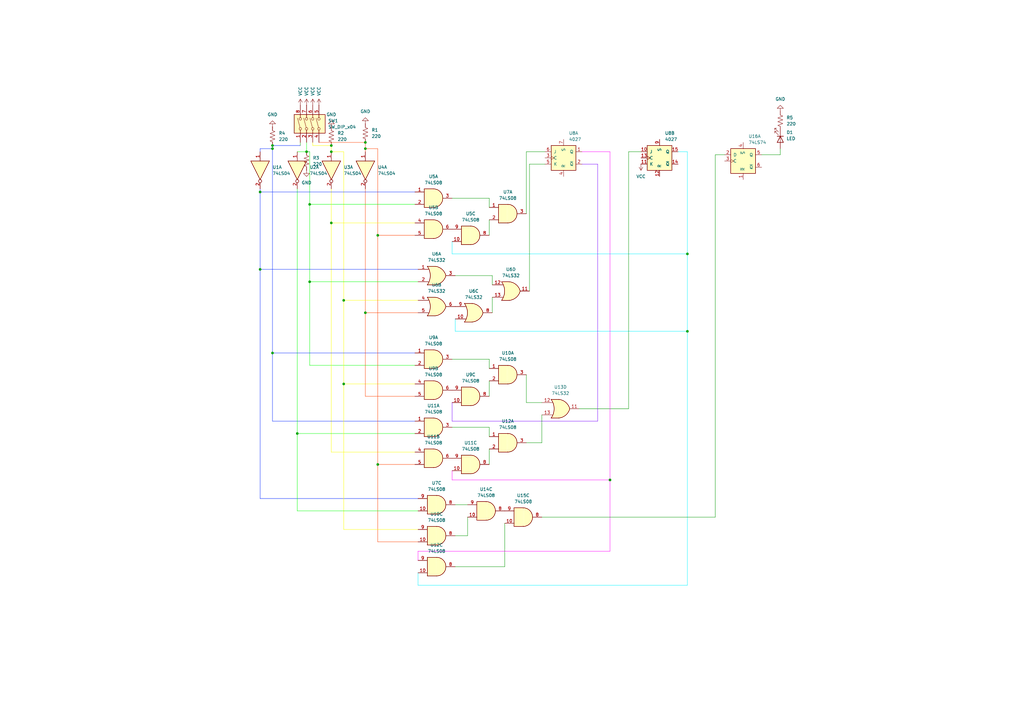
<source format=kicad_sch>
(kicad_sch
	(version 20231120)
	(generator "eeschema")
	(generator_version "8.0")
	(uuid "62e457c0-d6bf-47f5-b752-2697c2c52ad4")
	(paper "A3")
	(lib_symbols
		(symbol "4xxx:4027"
			(pin_names
				(offset 1.016)
			)
			(exclude_from_sim no)
			(in_bom yes)
			(on_board yes)
			(property "Reference" "U"
				(at -7.62 8.89 0)
				(effects
					(font
						(size 1.27 1.27)
					)
				)
			)
			(property "Value" "4027"
				(at -7.62 -8.89 0)
				(effects
					(font
						(size 1.27 1.27)
					)
				)
			)
			(property "Footprint" ""
				(at 0 0 0)
				(effects
					(font
						(size 1.27 1.27)
					)
					(hide yes)
				)
			)
			(property "Datasheet" "http://www.intersil.com/content/dam/Intersil/documents/cd40/cd4027bms.pdf"
				(at 0 0 0)
				(effects
					(font
						(size 1.27 1.27)
					)
					(hide yes)
				)
			)
			(property "Description" "Dual JK FlipFlop, set & reset"
				(at 0 0 0)
				(effects
					(font
						(size 1.27 1.27)
					)
					(hide yes)
				)
			)
			(property "ki_locked" ""
				(at 0 0 0)
				(effects
					(font
						(size 1.27 1.27)
					)
				)
			)
			(property "ki_keywords" "CMOS JK JKFF"
				(at 0 0 0)
				(effects
					(font
						(size 1.27 1.27)
					)
					(hide yes)
				)
			)
			(property "ki_fp_filters" "DIP*W7.62mm* SOIC*3.9x9.9mm*P1.27mm* TSSOP*4.4x5mm*P0.65mm*"
				(at 0 0 0)
				(effects
					(font
						(size 1.27 1.27)
					)
					(hide yes)
				)
			)
			(symbol "4027_1_1"
				(rectangle
					(start -5.08 5.08)
					(end 5.08 -5.08)
					(stroke
						(width 0.254)
						(type default)
					)
					(fill
						(type background)
					)
				)
				(pin output line
					(at 7.62 2.54 180)
					(length 2.54)
					(name "Q"
						(effects
							(font
								(size 1.27 1.27)
							)
						)
					)
					(number "1"
						(effects
							(font
								(size 1.27 1.27)
							)
						)
					)
				)
				(pin output line
					(at 7.62 -2.54 180)
					(length 2.54)
					(name "~{Q}"
						(effects
							(font
								(size 1.27 1.27)
							)
						)
					)
					(number "2"
						(effects
							(font
								(size 1.27 1.27)
							)
						)
					)
				)
				(pin input clock
					(at -7.62 0 0)
					(length 2.54)
					(name "C"
						(effects
							(font
								(size 1.27 1.27)
							)
						)
					)
					(number "3"
						(effects
							(font
								(size 1.27 1.27)
							)
						)
					)
				)
				(pin input line
					(at 0 -7.62 90)
					(length 2.54)
					(name "R"
						(effects
							(font
								(size 1.27 1.27)
							)
						)
					)
					(number "4"
						(effects
							(font
								(size 1.27 1.27)
							)
						)
					)
				)
				(pin input line
					(at -7.62 -2.54 0)
					(length 2.54)
					(name "K"
						(effects
							(font
								(size 1.27 1.27)
							)
						)
					)
					(number "5"
						(effects
							(font
								(size 1.27 1.27)
							)
						)
					)
				)
				(pin input line
					(at -7.62 2.54 0)
					(length 2.54)
					(name "J"
						(effects
							(font
								(size 1.27 1.27)
							)
						)
					)
					(number "6"
						(effects
							(font
								(size 1.27 1.27)
							)
						)
					)
				)
				(pin input line
					(at 0 7.62 270)
					(length 2.54)
					(name "S"
						(effects
							(font
								(size 1.27 1.27)
							)
						)
					)
					(number "7"
						(effects
							(font
								(size 1.27 1.27)
							)
						)
					)
				)
			)
			(symbol "4027_2_1"
				(rectangle
					(start -5.08 5.08)
					(end 5.08 -5.08)
					(stroke
						(width 0.254)
						(type default)
					)
					(fill
						(type background)
					)
				)
				(pin input line
					(at -7.62 2.54 0)
					(length 2.54)
					(name "J"
						(effects
							(font
								(size 1.27 1.27)
							)
						)
					)
					(number "10"
						(effects
							(font
								(size 1.27 1.27)
							)
						)
					)
				)
				(pin input line
					(at -7.62 -2.54 0)
					(length 2.54)
					(name "K"
						(effects
							(font
								(size 1.27 1.27)
							)
						)
					)
					(number "11"
						(effects
							(font
								(size 1.27 1.27)
							)
						)
					)
				)
				(pin input line
					(at 0 -7.62 90)
					(length 2.54)
					(name "R"
						(effects
							(font
								(size 1.27 1.27)
							)
						)
					)
					(number "12"
						(effects
							(font
								(size 1.27 1.27)
							)
						)
					)
				)
				(pin input clock
					(at -7.62 0 0)
					(length 2.54)
					(name "C"
						(effects
							(font
								(size 1.27 1.27)
							)
						)
					)
					(number "13"
						(effects
							(font
								(size 1.27 1.27)
							)
						)
					)
				)
				(pin output line
					(at 7.62 -2.54 180)
					(length 2.54)
					(name "~{Q}"
						(effects
							(font
								(size 1.27 1.27)
							)
						)
					)
					(number "14"
						(effects
							(font
								(size 1.27 1.27)
							)
						)
					)
				)
				(pin output line
					(at 7.62 2.54 180)
					(length 2.54)
					(name "Q"
						(effects
							(font
								(size 1.27 1.27)
							)
						)
					)
					(number "15"
						(effects
							(font
								(size 1.27 1.27)
							)
						)
					)
				)
				(pin input line
					(at 0 7.62 270)
					(length 2.54)
					(name "S"
						(effects
							(font
								(size 1.27 1.27)
							)
						)
					)
					(number "9"
						(effects
							(font
								(size 1.27 1.27)
							)
						)
					)
				)
			)
			(symbol "4027_3_0"
				(pin power_in line
					(at 0 10.16 270)
					(length 2.54)
					(name "VDD"
						(effects
							(font
								(size 1.27 1.27)
							)
						)
					)
					(number "16"
						(effects
							(font
								(size 1.27 1.27)
							)
						)
					)
				)
				(pin power_in line
					(at 0 -10.16 90)
					(length 2.54)
					(name "VSS"
						(effects
							(font
								(size 1.27 1.27)
							)
						)
					)
					(number "8"
						(effects
							(font
								(size 1.27 1.27)
							)
						)
					)
				)
			)
			(symbol "4027_3_1"
				(rectangle
					(start -5.08 7.62)
					(end 5.08 -7.62)
					(stroke
						(width 0.254)
						(type default)
					)
					(fill
						(type background)
					)
				)
			)
		)
		(symbol "74xx:74LS04"
			(exclude_from_sim no)
			(in_bom yes)
			(on_board yes)
			(property "Reference" "U"
				(at 0 1.27 0)
				(effects
					(font
						(size 1.27 1.27)
					)
				)
			)
			(property "Value" "74LS04"
				(at 0 -1.27 0)
				(effects
					(font
						(size 1.27 1.27)
					)
				)
			)
			(property "Footprint" ""
				(at 0 0 0)
				(effects
					(font
						(size 1.27 1.27)
					)
					(hide yes)
				)
			)
			(property "Datasheet" "http://www.ti.com/lit/gpn/sn74LS04"
				(at 0 0 0)
				(effects
					(font
						(size 1.27 1.27)
					)
					(hide yes)
				)
			)
			(property "Description" "Hex Inverter"
				(at 0 0 0)
				(effects
					(font
						(size 1.27 1.27)
					)
					(hide yes)
				)
			)
			(property "ki_locked" ""
				(at 0 0 0)
				(effects
					(font
						(size 1.27 1.27)
					)
				)
			)
			(property "ki_keywords" "TTL not inv"
				(at 0 0 0)
				(effects
					(font
						(size 1.27 1.27)
					)
					(hide yes)
				)
			)
			(property "ki_fp_filters" "DIP*W7.62mm* SSOP?14* TSSOP?14*"
				(at 0 0 0)
				(effects
					(font
						(size 1.27 1.27)
					)
					(hide yes)
				)
			)
			(symbol "74LS04_1_0"
				(polyline
					(pts
						(xy -3.81 3.81) (xy -3.81 -3.81) (xy 3.81 0) (xy -3.81 3.81)
					)
					(stroke
						(width 0.254)
						(type default)
					)
					(fill
						(type background)
					)
				)
				(pin input line
					(at -7.62 0 0)
					(length 3.81)
					(name "~"
						(effects
							(font
								(size 1.27 1.27)
							)
						)
					)
					(number "1"
						(effects
							(font
								(size 1.27 1.27)
							)
						)
					)
				)
				(pin output inverted
					(at 7.62 0 180)
					(length 3.81)
					(name "~"
						(effects
							(font
								(size 1.27 1.27)
							)
						)
					)
					(number "2"
						(effects
							(font
								(size 1.27 1.27)
							)
						)
					)
				)
			)
			(symbol "74LS04_2_0"
				(polyline
					(pts
						(xy -3.81 3.81) (xy -3.81 -3.81) (xy 3.81 0) (xy -3.81 3.81)
					)
					(stroke
						(width 0.254)
						(type default)
					)
					(fill
						(type background)
					)
				)
				(pin input line
					(at -7.62 0 0)
					(length 3.81)
					(name "~"
						(effects
							(font
								(size 1.27 1.27)
							)
						)
					)
					(number "3"
						(effects
							(font
								(size 1.27 1.27)
							)
						)
					)
				)
				(pin output inverted
					(at 7.62 0 180)
					(length 3.81)
					(name "~"
						(effects
							(font
								(size 1.27 1.27)
							)
						)
					)
					(number "4"
						(effects
							(font
								(size 1.27 1.27)
							)
						)
					)
				)
			)
			(symbol "74LS04_3_0"
				(polyline
					(pts
						(xy -3.81 3.81) (xy -3.81 -3.81) (xy 3.81 0) (xy -3.81 3.81)
					)
					(stroke
						(width 0.254)
						(type default)
					)
					(fill
						(type background)
					)
				)
				(pin input line
					(at -7.62 0 0)
					(length 3.81)
					(name "~"
						(effects
							(font
								(size 1.27 1.27)
							)
						)
					)
					(number "5"
						(effects
							(font
								(size 1.27 1.27)
							)
						)
					)
				)
				(pin output inverted
					(at 7.62 0 180)
					(length 3.81)
					(name "~"
						(effects
							(font
								(size 1.27 1.27)
							)
						)
					)
					(number "6"
						(effects
							(font
								(size 1.27 1.27)
							)
						)
					)
				)
			)
			(symbol "74LS04_4_0"
				(polyline
					(pts
						(xy -3.81 3.81) (xy -3.81 -3.81) (xy 3.81 0) (xy -3.81 3.81)
					)
					(stroke
						(width 0.254)
						(type default)
					)
					(fill
						(type background)
					)
				)
				(pin output inverted
					(at 7.62 0 180)
					(length 3.81)
					(name "~"
						(effects
							(font
								(size 1.27 1.27)
							)
						)
					)
					(number "8"
						(effects
							(font
								(size 1.27 1.27)
							)
						)
					)
				)
				(pin input line
					(at -7.62 0 0)
					(length 3.81)
					(name "~"
						(effects
							(font
								(size 1.27 1.27)
							)
						)
					)
					(number "9"
						(effects
							(font
								(size 1.27 1.27)
							)
						)
					)
				)
			)
			(symbol "74LS04_5_0"
				(polyline
					(pts
						(xy -3.81 3.81) (xy -3.81 -3.81) (xy 3.81 0) (xy -3.81 3.81)
					)
					(stroke
						(width 0.254)
						(type default)
					)
					(fill
						(type background)
					)
				)
				(pin output inverted
					(at 7.62 0 180)
					(length 3.81)
					(name "~"
						(effects
							(font
								(size 1.27 1.27)
							)
						)
					)
					(number "10"
						(effects
							(font
								(size 1.27 1.27)
							)
						)
					)
				)
				(pin input line
					(at -7.62 0 0)
					(length 3.81)
					(name "~"
						(effects
							(font
								(size 1.27 1.27)
							)
						)
					)
					(number "11"
						(effects
							(font
								(size 1.27 1.27)
							)
						)
					)
				)
			)
			(symbol "74LS04_6_0"
				(polyline
					(pts
						(xy -3.81 3.81) (xy -3.81 -3.81) (xy 3.81 0) (xy -3.81 3.81)
					)
					(stroke
						(width 0.254)
						(type default)
					)
					(fill
						(type background)
					)
				)
				(pin output inverted
					(at 7.62 0 180)
					(length 3.81)
					(name "~"
						(effects
							(font
								(size 1.27 1.27)
							)
						)
					)
					(number "12"
						(effects
							(font
								(size 1.27 1.27)
							)
						)
					)
				)
				(pin input line
					(at -7.62 0 0)
					(length 3.81)
					(name "~"
						(effects
							(font
								(size 1.27 1.27)
							)
						)
					)
					(number "13"
						(effects
							(font
								(size 1.27 1.27)
							)
						)
					)
				)
			)
			(symbol "74LS04_7_0"
				(pin power_in line
					(at 0 12.7 270)
					(length 5.08)
					(name "VCC"
						(effects
							(font
								(size 1.27 1.27)
							)
						)
					)
					(number "14"
						(effects
							(font
								(size 1.27 1.27)
							)
						)
					)
				)
				(pin power_in line
					(at 0 -12.7 90)
					(length 5.08)
					(name "GND"
						(effects
							(font
								(size 1.27 1.27)
							)
						)
					)
					(number "7"
						(effects
							(font
								(size 1.27 1.27)
							)
						)
					)
				)
			)
			(symbol "74LS04_7_1"
				(rectangle
					(start -5.08 7.62)
					(end 5.08 -7.62)
					(stroke
						(width 0.254)
						(type default)
					)
					(fill
						(type background)
					)
				)
			)
		)
		(symbol "74xx:74LS08"
			(pin_names
				(offset 1.016)
			)
			(exclude_from_sim no)
			(in_bom yes)
			(on_board yes)
			(property "Reference" "U"
				(at 0 1.27 0)
				(effects
					(font
						(size 1.27 1.27)
					)
				)
			)
			(property "Value" "74LS08"
				(at 0 -1.27 0)
				(effects
					(font
						(size 1.27 1.27)
					)
				)
			)
			(property "Footprint" ""
				(at 0 0 0)
				(effects
					(font
						(size 1.27 1.27)
					)
					(hide yes)
				)
			)
			(property "Datasheet" "http://www.ti.com/lit/gpn/sn74LS08"
				(at 0 0 0)
				(effects
					(font
						(size 1.27 1.27)
					)
					(hide yes)
				)
			)
			(property "Description" "Quad And2"
				(at 0 0 0)
				(effects
					(font
						(size 1.27 1.27)
					)
					(hide yes)
				)
			)
			(property "ki_locked" ""
				(at 0 0 0)
				(effects
					(font
						(size 1.27 1.27)
					)
				)
			)
			(property "ki_keywords" "TTL and2"
				(at 0 0 0)
				(effects
					(font
						(size 1.27 1.27)
					)
					(hide yes)
				)
			)
			(property "ki_fp_filters" "DIP*W7.62mm*"
				(at 0 0 0)
				(effects
					(font
						(size 1.27 1.27)
					)
					(hide yes)
				)
			)
			(symbol "74LS08_1_1"
				(arc
					(start 0 -3.81)
					(mid 3.7934 0)
					(end 0 3.81)
					(stroke
						(width 0.254)
						(type default)
					)
					(fill
						(type background)
					)
				)
				(polyline
					(pts
						(xy 0 3.81) (xy -3.81 3.81) (xy -3.81 -3.81) (xy 0 -3.81)
					)
					(stroke
						(width 0.254)
						(type default)
					)
					(fill
						(type background)
					)
				)
				(pin input line
					(at -7.62 2.54 0)
					(length 3.81)
					(name "~"
						(effects
							(font
								(size 1.27 1.27)
							)
						)
					)
					(number "1"
						(effects
							(font
								(size 1.27 1.27)
							)
						)
					)
				)
				(pin input line
					(at -7.62 -2.54 0)
					(length 3.81)
					(name "~"
						(effects
							(font
								(size 1.27 1.27)
							)
						)
					)
					(number "2"
						(effects
							(font
								(size 1.27 1.27)
							)
						)
					)
				)
				(pin output line
					(at 7.62 0 180)
					(length 3.81)
					(name "~"
						(effects
							(font
								(size 1.27 1.27)
							)
						)
					)
					(number "3"
						(effects
							(font
								(size 1.27 1.27)
							)
						)
					)
				)
			)
			(symbol "74LS08_1_2"
				(arc
					(start -3.81 -3.81)
					(mid -2.589 0)
					(end -3.81 3.81)
					(stroke
						(width 0.254)
						(type default)
					)
					(fill
						(type none)
					)
				)
				(arc
					(start -0.6096 -3.81)
					(mid 2.1842 -2.5851)
					(end 3.81 0)
					(stroke
						(width 0.254)
						(type default)
					)
					(fill
						(type background)
					)
				)
				(polyline
					(pts
						(xy -3.81 -3.81) (xy -0.635 -3.81)
					)
					(stroke
						(width 0.254)
						(type default)
					)
					(fill
						(type background)
					)
				)
				(polyline
					(pts
						(xy -3.81 3.81) (xy -0.635 3.81)
					)
					(stroke
						(width 0.254)
						(type default)
					)
					(fill
						(type background)
					)
				)
				(polyline
					(pts
						(xy -0.635 3.81) (xy -3.81 3.81) (xy -3.81 3.81) (xy -3.556 3.4036) (xy -3.0226 2.2606) (xy -2.6924 1.0414)
						(xy -2.6162 -0.254) (xy -2.7686 -1.4986) (xy -3.175 -2.7178) (xy -3.81 -3.81) (xy -3.81 -3.81)
						(xy -0.635 -3.81)
					)
					(stroke
						(width -25.4)
						(type default)
					)
					(fill
						(type background)
					)
				)
				(arc
					(start 3.81 0)
					(mid 2.1915 2.5936)
					(end -0.6096 3.81)
					(stroke
						(width 0.254)
						(type default)
					)
					(fill
						(type background)
					)
				)
				(pin input inverted
					(at -7.62 2.54 0)
					(length 4.318)
					(name "~"
						(effects
							(font
								(size 1.27 1.27)
							)
						)
					)
					(number "1"
						(effects
							(font
								(size 1.27 1.27)
							)
						)
					)
				)
				(pin input inverted
					(at -7.62 -2.54 0)
					(length 4.318)
					(name "~"
						(effects
							(font
								(size 1.27 1.27)
							)
						)
					)
					(number "2"
						(effects
							(font
								(size 1.27 1.27)
							)
						)
					)
				)
				(pin output inverted
					(at 7.62 0 180)
					(length 3.81)
					(name "~"
						(effects
							(font
								(size 1.27 1.27)
							)
						)
					)
					(number "3"
						(effects
							(font
								(size 1.27 1.27)
							)
						)
					)
				)
			)
			(symbol "74LS08_2_1"
				(arc
					(start 0 -3.81)
					(mid 3.7934 0)
					(end 0 3.81)
					(stroke
						(width 0.254)
						(type default)
					)
					(fill
						(type background)
					)
				)
				(polyline
					(pts
						(xy 0 3.81) (xy -3.81 3.81) (xy -3.81 -3.81) (xy 0 -3.81)
					)
					(stroke
						(width 0.254)
						(type default)
					)
					(fill
						(type background)
					)
				)
				(pin input line
					(at -7.62 2.54 0)
					(length 3.81)
					(name "~"
						(effects
							(font
								(size 1.27 1.27)
							)
						)
					)
					(number "4"
						(effects
							(font
								(size 1.27 1.27)
							)
						)
					)
				)
				(pin input line
					(at -7.62 -2.54 0)
					(length 3.81)
					(name "~"
						(effects
							(font
								(size 1.27 1.27)
							)
						)
					)
					(number "5"
						(effects
							(font
								(size 1.27 1.27)
							)
						)
					)
				)
				(pin output line
					(at 7.62 0 180)
					(length 3.81)
					(name "~"
						(effects
							(font
								(size 1.27 1.27)
							)
						)
					)
					(number "6"
						(effects
							(font
								(size 1.27 1.27)
							)
						)
					)
				)
			)
			(symbol "74LS08_2_2"
				(arc
					(start -3.81 -3.81)
					(mid -2.589 0)
					(end -3.81 3.81)
					(stroke
						(width 0.254)
						(type default)
					)
					(fill
						(type none)
					)
				)
				(arc
					(start -0.6096 -3.81)
					(mid 2.1842 -2.5851)
					(end 3.81 0)
					(stroke
						(width 0.254)
						(type default)
					)
					(fill
						(type background)
					)
				)
				(polyline
					(pts
						(xy -3.81 -3.81) (xy -0.635 -3.81)
					)
					(stroke
						(width 0.254)
						(type default)
					)
					(fill
						(type background)
					)
				)
				(polyline
					(pts
						(xy -3.81 3.81) (xy -0.635 3.81)
					)
					(stroke
						(width 0.254)
						(type default)
					)
					(fill
						(type background)
					)
				)
				(polyline
					(pts
						(xy -0.635 3.81) (xy -3.81 3.81) (xy -3.81 3.81) (xy -3.556 3.4036) (xy -3.0226 2.2606) (xy -2.6924 1.0414)
						(xy -2.6162 -0.254) (xy -2.7686 -1.4986) (xy -3.175 -2.7178) (xy -3.81 -3.81) (xy -3.81 -3.81)
						(xy -0.635 -3.81)
					)
					(stroke
						(width -25.4)
						(type default)
					)
					(fill
						(type background)
					)
				)
				(arc
					(start 3.81 0)
					(mid 2.1915 2.5936)
					(end -0.6096 3.81)
					(stroke
						(width 0.254)
						(type default)
					)
					(fill
						(type background)
					)
				)
				(pin input inverted
					(at -7.62 2.54 0)
					(length 4.318)
					(name "~"
						(effects
							(font
								(size 1.27 1.27)
							)
						)
					)
					(number "4"
						(effects
							(font
								(size 1.27 1.27)
							)
						)
					)
				)
				(pin input inverted
					(at -7.62 -2.54 0)
					(length 4.318)
					(name "~"
						(effects
							(font
								(size 1.27 1.27)
							)
						)
					)
					(number "5"
						(effects
							(font
								(size 1.27 1.27)
							)
						)
					)
				)
				(pin output inverted
					(at 7.62 0 180)
					(length 3.81)
					(name "~"
						(effects
							(font
								(size 1.27 1.27)
							)
						)
					)
					(number "6"
						(effects
							(font
								(size 1.27 1.27)
							)
						)
					)
				)
			)
			(symbol "74LS08_3_1"
				(arc
					(start 0 -3.81)
					(mid 3.7934 0)
					(end 0 3.81)
					(stroke
						(width 0.254)
						(type default)
					)
					(fill
						(type background)
					)
				)
				(polyline
					(pts
						(xy 0 3.81) (xy -3.81 3.81) (xy -3.81 -3.81) (xy 0 -3.81)
					)
					(stroke
						(width 0.254)
						(type default)
					)
					(fill
						(type background)
					)
				)
				(pin input line
					(at -7.62 -2.54 0)
					(length 3.81)
					(name "~"
						(effects
							(font
								(size 1.27 1.27)
							)
						)
					)
					(number "10"
						(effects
							(font
								(size 1.27 1.27)
							)
						)
					)
				)
				(pin output line
					(at 7.62 0 180)
					(length 3.81)
					(name "~"
						(effects
							(font
								(size 1.27 1.27)
							)
						)
					)
					(number "8"
						(effects
							(font
								(size 1.27 1.27)
							)
						)
					)
				)
				(pin input line
					(at -7.62 2.54 0)
					(length 3.81)
					(name "~"
						(effects
							(font
								(size 1.27 1.27)
							)
						)
					)
					(number "9"
						(effects
							(font
								(size 1.27 1.27)
							)
						)
					)
				)
			)
			(symbol "74LS08_3_2"
				(arc
					(start -3.81 -3.81)
					(mid -2.589 0)
					(end -3.81 3.81)
					(stroke
						(width 0.254)
						(type default)
					)
					(fill
						(type none)
					)
				)
				(arc
					(start -0.6096 -3.81)
					(mid 2.1842 -2.5851)
					(end 3.81 0)
					(stroke
						(width 0.254)
						(type default)
					)
					(fill
						(type background)
					)
				)
				(polyline
					(pts
						(xy -3.81 -3.81) (xy -0.635 -3.81)
					)
					(stroke
						(width 0.254)
						(type default)
					)
					(fill
						(type background)
					)
				)
				(polyline
					(pts
						(xy -3.81 3.81) (xy -0.635 3.81)
					)
					(stroke
						(width 0.254)
						(type default)
					)
					(fill
						(type background)
					)
				)
				(polyline
					(pts
						(xy -0.635 3.81) (xy -3.81 3.81) (xy -3.81 3.81) (xy -3.556 3.4036) (xy -3.0226 2.2606) (xy -2.6924 1.0414)
						(xy -2.6162 -0.254) (xy -2.7686 -1.4986) (xy -3.175 -2.7178) (xy -3.81 -3.81) (xy -3.81 -3.81)
						(xy -0.635 -3.81)
					)
					(stroke
						(width -25.4)
						(type default)
					)
					(fill
						(type background)
					)
				)
				(arc
					(start 3.81 0)
					(mid 2.1915 2.5936)
					(end -0.6096 3.81)
					(stroke
						(width 0.254)
						(type default)
					)
					(fill
						(type background)
					)
				)
				(pin input inverted
					(at -7.62 -2.54 0)
					(length 4.318)
					(name "~"
						(effects
							(font
								(size 1.27 1.27)
							)
						)
					)
					(number "10"
						(effects
							(font
								(size 1.27 1.27)
							)
						)
					)
				)
				(pin output inverted
					(at 7.62 0 180)
					(length 3.81)
					(name "~"
						(effects
							(font
								(size 1.27 1.27)
							)
						)
					)
					(number "8"
						(effects
							(font
								(size 1.27 1.27)
							)
						)
					)
				)
				(pin input inverted
					(at -7.62 2.54 0)
					(length 4.318)
					(name "~"
						(effects
							(font
								(size 1.27 1.27)
							)
						)
					)
					(number "9"
						(effects
							(font
								(size 1.27 1.27)
							)
						)
					)
				)
			)
			(symbol "74LS08_4_1"
				(arc
					(start 0 -3.81)
					(mid 3.7934 0)
					(end 0 3.81)
					(stroke
						(width 0.254)
						(type default)
					)
					(fill
						(type background)
					)
				)
				(polyline
					(pts
						(xy 0 3.81) (xy -3.81 3.81) (xy -3.81 -3.81) (xy 0 -3.81)
					)
					(stroke
						(width 0.254)
						(type default)
					)
					(fill
						(type background)
					)
				)
				(pin output line
					(at 7.62 0 180)
					(length 3.81)
					(name "~"
						(effects
							(font
								(size 1.27 1.27)
							)
						)
					)
					(number "11"
						(effects
							(font
								(size 1.27 1.27)
							)
						)
					)
				)
				(pin input line
					(at -7.62 2.54 0)
					(length 3.81)
					(name "~"
						(effects
							(font
								(size 1.27 1.27)
							)
						)
					)
					(number "12"
						(effects
							(font
								(size 1.27 1.27)
							)
						)
					)
				)
				(pin input line
					(at -7.62 -2.54 0)
					(length 3.81)
					(name "~"
						(effects
							(font
								(size 1.27 1.27)
							)
						)
					)
					(number "13"
						(effects
							(font
								(size 1.27 1.27)
							)
						)
					)
				)
			)
			(symbol "74LS08_4_2"
				(arc
					(start -3.81 -3.81)
					(mid -2.589 0)
					(end -3.81 3.81)
					(stroke
						(width 0.254)
						(type default)
					)
					(fill
						(type none)
					)
				)
				(arc
					(start -0.6096 -3.81)
					(mid 2.1842 -2.5851)
					(end 3.81 0)
					(stroke
						(width 0.254)
						(type default)
					)
					(fill
						(type background)
					)
				)
				(polyline
					(pts
						(xy -3.81 -3.81) (xy -0.635 -3.81)
					)
					(stroke
						(width 0.254)
						(type default)
					)
					(fill
						(type background)
					)
				)
				(polyline
					(pts
						(xy -3.81 3.81) (xy -0.635 3.81)
					)
					(stroke
						(width 0.254)
						(type default)
					)
					(fill
						(type background)
					)
				)
				(polyline
					(pts
						(xy -0.635 3.81) (xy -3.81 3.81) (xy -3.81 3.81) (xy -3.556 3.4036) (xy -3.0226 2.2606) (xy -2.6924 1.0414)
						(xy -2.6162 -0.254) (xy -2.7686 -1.4986) (xy -3.175 -2.7178) (xy -3.81 -3.81) (xy -3.81 -3.81)
						(xy -0.635 -3.81)
					)
					(stroke
						(width -25.4)
						(type default)
					)
					(fill
						(type background)
					)
				)
				(arc
					(start 3.81 0)
					(mid 2.1915 2.5936)
					(end -0.6096 3.81)
					(stroke
						(width 0.254)
						(type default)
					)
					(fill
						(type background)
					)
				)
				(pin output inverted
					(at 7.62 0 180)
					(length 3.81)
					(name "~"
						(effects
							(font
								(size 1.27 1.27)
							)
						)
					)
					(number "11"
						(effects
							(font
								(size 1.27 1.27)
							)
						)
					)
				)
				(pin input inverted
					(at -7.62 2.54 0)
					(length 4.318)
					(name "~"
						(effects
							(font
								(size 1.27 1.27)
							)
						)
					)
					(number "12"
						(effects
							(font
								(size 1.27 1.27)
							)
						)
					)
				)
				(pin input inverted
					(at -7.62 -2.54 0)
					(length 4.318)
					(name "~"
						(effects
							(font
								(size 1.27 1.27)
							)
						)
					)
					(number "13"
						(effects
							(font
								(size 1.27 1.27)
							)
						)
					)
				)
			)
			(symbol "74LS08_5_0"
				(pin power_in line
					(at 0 12.7 270)
					(length 5.08)
					(name "VCC"
						(effects
							(font
								(size 1.27 1.27)
							)
						)
					)
					(number "14"
						(effects
							(font
								(size 1.27 1.27)
							)
						)
					)
				)
				(pin power_in line
					(at 0 -12.7 90)
					(length 5.08)
					(name "GND"
						(effects
							(font
								(size 1.27 1.27)
							)
						)
					)
					(number "7"
						(effects
							(font
								(size 1.27 1.27)
							)
						)
					)
				)
			)
			(symbol "74LS08_5_1"
				(rectangle
					(start -5.08 7.62)
					(end 5.08 -7.62)
					(stroke
						(width 0.254)
						(type default)
					)
					(fill
						(type background)
					)
				)
			)
		)
		(symbol "74xx:74LS32"
			(pin_names
				(offset 1.016)
			)
			(exclude_from_sim no)
			(in_bom yes)
			(on_board yes)
			(property "Reference" "U"
				(at 0 1.27 0)
				(effects
					(font
						(size 1.27 1.27)
					)
				)
			)
			(property "Value" "74LS32"
				(at 0 -1.27 0)
				(effects
					(font
						(size 1.27 1.27)
					)
				)
			)
			(property "Footprint" ""
				(at 0 0 0)
				(effects
					(font
						(size 1.27 1.27)
					)
					(hide yes)
				)
			)
			(property "Datasheet" "http://www.ti.com/lit/gpn/sn74LS32"
				(at 0 0 0)
				(effects
					(font
						(size 1.27 1.27)
					)
					(hide yes)
				)
			)
			(property "Description" "Quad 2-input OR"
				(at 0 0 0)
				(effects
					(font
						(size 1.27 1.27)
					)
					(hide yes)
				)
			)
			(property "ki_locked" ""
				(at 0 0 0)
				(effects
					(font
						(size 1.27 1.27)
					)
				)
			)
			(property "ki_keywords" "TTL Or2"
				(at 0 0 0)
				(effects
					(font
						(size 1.27 1.27)
					)
					(hide yes)
				)
			)
			(property "ki_fp_filters" "DIP?14*"
				(at 0 0 0)
				(effects
					(font
						(size 1.27 1.27)
					)
					(hide yes)
				)
			)
			(symbol "74LS32_1_1"
				(arc
					(start -3.81 -3.81)
					(mid -2.589 0)
					(end -3.81 3.81)
					(stroke
						(width 0.254)
						(type default)
					)
					(fill
						(type none)
					)
				)
				(arc
					(start -0.6096 -3.81)
					(mid 2.1842 -2.5851)
					(end 3.81 0)
					(stroke
						(width 0.254)
						(type default)
					)
					(fill
						(type background)
					)
				)
				(polyline
					(pts
						(xy -3.81 -3.81) (xy -0.635 -3.81)
					)
					(stroke
						(width 0.254)
						(type default)
					)
					(fill
						(type background)
					)
				)
				(polyline
					(pts
						(xy -3.81 3.81) (xy -0.635 3.81)
					)
					(stroke
						(width 0.254)
						(type default)
					)
					(fill
						(type background)
					)
				)
				(polyline
					(pts
						(xy -0.635 3.81) (xy -3.81 3.81) (xy -3.81 3.81) (xy -3.556 3.4036) (xy -3.0226 2.2606) (xy -2.6924 1.0414)
						(xy -2.6162 -0.254) (xy -2.7686 -1.4986) (xy -3.175 -2.7178) (xy -3.81 -3.81) (xy -3.81 -3.81)
						(xy -0.635 -3.81)
					)
					(stroke
						(width -25.4)
						(type default)
					)
					(fill
						(type background)
					)
				)
				(arc
					(start 3.81 0)
					(mid 2.1915 2.5936)
					(end -0.6096 3.81)
					(stroke
						(width 0.254)
						(type default)
					)
					(fill
						(type background)
					)
				)
				(pin input line
					(at -7.62 2.54 0)
					(length 4.318)
					(name "~"
						(effects
							(font
								(size 1.27 1.27)
							)
						)
					)
					(number "1"
						(effects
							(font
								(size 1.27 1.27)
							)
						)
					)
				)
				(pin input line
					(at -7.62 -2.54 0)
					(length 4.318)
					(name "~"
						(effects
							(font
								(size 1.27 1.27)
							)
						)
					)
					(number "2"
						(effects
							(font
								(size 1.27 1.27)
							)
						)
					)
				)
				(pin output line
					(at 7.62 0 180)
					(length 3.81)
					(name "~"
						(effects
							(font
								(size 1.27 1.27)
							)
						)
					)
					(number "3"
						(effects
							(font
								(size 1.27 1.27)
							)
						)
					)
				)
			)
			(symbol "74LS32_1_2"
				(arc
					(start 0 -3.81)
					(mid 3.7934 0)
					(end 0 3.81)
					(stroke
						(width 0.254)
						(type default)
					)
					(fill
						(type background)
					)
				)
				(polyline
					(pts
						(xy 0 3.81) (xy -3.81 3.81) (xy -3.81 -3.81) (xy 0 -3.81)
					)
					(stroke
						(width 0.254)
						(type default)
					)
					(fill
						(type background)
					)
				)
				(pin input inverted
					(at -7.62 2.54 0)
					(length 3.81)
					(name "~"
						(effects
							(font
								(size 1.27 1.27)
							)
						)
					)
					(number "1"
						(effects
							(font
								(size 1.27 1.27)
							)
						)
					)
				)
				(pin input inverted
					(at -7.62 -2.54 0)
					(length 3.81)
					(name "~"
						(effects
							(font
								(size 1.27 1.27)
							)
						)
					)
					(number "2"
						(effects
							(font
								(size 1.27 1.27)
							)
						)
					)
				)
				(pin output inverted
					(at 7.62 0 180)
					(length 3.81)
					(name "~"
						(effects
							(font
								(size 1.27 1.27)
							)
						)
					)
					(number "3"
						(effects
							(font
								(size 1.27 1.27)
							)
						)
					)
				)
			)
			(symbol "74LS32_2_1"
				(arc
					(start -3.81 -3.81)
					(mid -2.589 0)
					(end -3.81 3.81)
					(stroke
						(width 0.254)
						(type default)
					)
					(fill
						(type none)
					)
				)
				(arc
					(start -0.6096 -3.81)
					(mid 2.1842 -2.5851)
					(end 3.81 0)
					(stroke
						(width 0.254)
						(type default)
					)
					(fill
						(type background)
					)
				)
				(polyline
					(pts
						(xy -3.81 -3.81) (xy -0.635 -3.81)
					)
					(stroke
						(width 0.254)
						(type default)
					)
					(fill
						(type background)
					)
				)
				(polyline
					(pts
						(xy -3.81 3.81) (xy -0.635 3.81)
					)
					(stroke
						(width 0.254)
						(type default)
					)
					(fill
						(type background)
					)
				)
				(polyline
					(pts
						(xy -0.635 3.81) (xy -3.81 3.81) (xy -3.81 3.81) (xy -3.556 3.4036) (xy -3.0226 2.2606) (xy -2.6924 1.0414)
						(xy -2.6162 -0.254) (xy -2.7686 -1.4986) (xy -3.175 -2.7178) (xy -3.81 -3.81) (xy -3.81 -3.81)
						(xy -0.635 -3.81)
					)
					(stroke
						(width -25.4)
						(type default)
					)
					(fill
						(type background)
					)
				)
				(arc
					(start 3.81 0)
					(mid 2.1915 2.5936)
					(end -0.6096 3.81)
					(stroke
						(width 0.254)
						(type default)
					)
					(fill
						(type background)
					)
				)
				(pin input line
					(at -7.62 2.54 0)
					(length 4.318)
					(name "~"
						(effects
							(font
								(size 1.27 1.27)
							)
						)
					)
					(number "4"
						(effects
							(font
								(size 1.27 1.27)
							)
						)
					)
				)
				(pin input line
					(at -7.62 -2.54 0)
					(length 4.318)
					(name "~"
						(effects
							(font
								(size 1.27 1.27)
							)
						)
					)
					(number "5"
						(effects
							(font
								(size 1.27 1.27)
							)
						)
					)
				)
				(pin output line
					(at 7.62 0 180)
					(length 3.81)
					(name "~"
						(effects
							(font
								(size 1.27 1.27)
							)
						)
					)
					(number "6"
						(effects
							(font
								(size 1.27 1.27)
							)
						)
					)
				)
			)
			(symbol "74LS32_2_2"
				(arc
					(start 0 -3.81)
					(mid 3.7934 0)
					(end 0 3.81)
					(stroke
						(width 0.254)
						(type default)
					)
					(fill
						(type background)
					)
				)
				(polyline
					(pts
						(xy 0 3.81) (xy -3.81 3.81) (xy -3.81 -3.81) (xy 0 -3.81)
					)
					(stroke
						(width 0.254)
						(type default)
					)
					(fill
						(type background)
					)
				)
				(pin input inverted
					(at -7.62 2.54 0)
					(length 3.81)
					(name "~"
						(effects
							(font
								(size 1.27 1.27)
							)
						)
					)
					(number "4"
						(effects
							(font
								(size 1.27 1.27)
							)
						)
					)
				)
				(pin input inverted
					(at -7.62 -2.54 0)
					(length 3.81)
					(name "~"
						(effects
							(font
								(size 1.27 1.27)
							)
						)
					)
					(number "5"
						(effects
							(font
								(size 1.27 1.27)
							)
						)
					)
				)
				(pin output inverted
					(at 7.62 0 180)
					(length 3.81)
					(name "~"
						(effects
							(font
								(size 1.27 1.27)
							)
						)
					)
					(number "6"
						(effects
							(font
								(size 1.27 1.27)
							)
						)
					)
				)
			)
			(symbol "74LS32_3_1"
				(arc
					(start -3.81 -3.81)
					(mid -2.589 0)
					(end -3.81 3.81)
					(stroke
						(width 0.254)
						(type default)
					)
					(fill
						(type none)
					)
				)
				(arc
					(start -0.6096 -3.81)
					(mid 2.1842 -2.5851)
					(end 3.81 0)
					(stroke
						(width 0.254)
						(type default)
					)
					(fill
						(type background)
					)
				)
				(polyline
					(pts
						(xy -3.81 -3.81) (xy -0.635 -3.81)
					)
					(stroke
						(width 0.254)
						(type default)
					)
					(fill
						(type background)
					)
				)
				(polyline
					(pts
						(xy -3.81 3.81) (xy -0.635 3.81)
					)
					(stroke
						(width 0.254)
						(type default)
					)
					(fill
						(type background)
					)
				)
				(polyline
					(pts
						(xy -0.635 3.81) (xy -3.81 3.81) (xy -3.81 3.81) (xy -3.556 3.4036) (xy -3.0226 2.2606) (xy -2.6924 1.0414)
						(xy -2.6162 -0.254) (xy -2.7686 -1.4986) (xy -3.175 -2.7178) (xy -3.81 -3.81) (xy -3.81 -3.81)
						(xy -0.635 -3.81)
					)
					(stroke
						(width -25.4)
						(type default)
					)
					(fill
						(type background)
					)
				)
				(arc
					(start 3.81 0)
					(mid 2.1915 2.5936)
					(end -0.6096 3.81)
					(stroke
						(width 0.254)
						(type default)
					)
					(fill
						(type background)
					)
				)
				(pin input line
					(at -7.62 -2.54 0)
					(length 4.318)
					(name "~"
						(effects
							(font
								(size 1.27 1.27)
							)
						)
					)
					(number "10"
						(effects
							(font
								(size 1.27 1.27)
							)
						)
					)
				)
				(pin output line
					(at 7.62 0 180)
					(length 3.81)
					(name "~"
						(effects
							(font
								(size 1.27 1.27)
							)
						)
					)
					(number "8"
						(effects
							(font
								(size 1.27 1.27)
							)
						)
					)
				)
				(pin input line
					(at -7.62 2.54 0)
					(length 4.318)
					(name "~"
						(effects
							(font
								(size 1.27 1.27)
							)
						)
					)
					(number "9"
						(effects
							(font
								(size 1.27 1.27)
							)
						)
					)
				)
			)
			(symbol "74LS32_3_2"
				(arc
					(start 0 -3.81)
					(mid 3.7934 0)
					(end 0 3.81)
					(stroke
						(width 0.254)
						(type default)
					)
					(fill
						(type background)
					)
				)
				(polyline
					(pts
						(xy 0 3.81) (xy -3.81 3.81) (xy -3.81 -3.81) (xy 0 -3.81)
					)
					(stroke
						(width 0.254)
						(type default)
					)
					(fill
						(type background)
					)
				)
				(pin input inverted
					(at -7.62 -2.54 0)
					(length 3.81)
					(name "~"
						(effects
							(font
								(size 1.27 1.27)
							)
						)
					)
					(number "10"
						(effects
							(font
								(size 1.27 1.27)
							)
						)
					)
				)
				(pin output inverted
					(at 7.62 0 180)
					(length 3.81)
					(name "~"
						(effects
							(font
								(size 1.27 1.27)
							)
						)
					)
					(number "8"
						(effects
							(font
								(size 1.27 1.27)
							)
						)
					)
				)
				(pin input inverted
					(at -7.62 2.54 0)
					(length 3.81)
					(name "~"
						(effects
							(font
								(size 1.27 1.27)
							)
						)
					)
					(number "9"
						(effects
							(font
								(size 1.27 1.27)
							)
						)
					)
				)
			)
			(symbol "74LS32_4_1"
				(arc
					(start -3.81 -3.81)
					(mid -2.589 0)
					(end -3.81 3.81)
					(stroke
						(width 0.254)
						(type default)
					)
					(fill
						(type none)
					)
				)
				(arc
					(start -0.6096 -3.81)
					(mid 2.1842 -2.5851)
					(end 3.81 0)
					(stroke
						(width 0.254)
						(type default)
					)
					(fill
						(type background)
					)
				)
				(polyline
					(pts
						(xy -3.81 -3.81) (xy -0.635 -3.81)
					)
					(stroke
						(width 0.254)
						(type default)
					)
					(fill
						(type background)
					)
				)
				(polyline
					(pts
						(xy -3.81 3.81) (xy -0.635 3.81)
					)
					(stroke
						(width 0.254)
						(type default)
					)
					(fill
						(type background)
					)
				)
				(polyline
					(pts
						(xy -0.635 3.81) (xy -3.81 3.81) (xy -3.81 3.81) (xy -3.556 3.4036) (xy -3.0226 2.2606) (xy -2.6924 1.0414)
						(xy -2.6162 -0.254) (xy -2.7686 -1.4986) (xy -3.175 -2.7178) (xy -3.81 -3.81) (xy -3.81 -3.81)
						(xy -0.635 -3.81)
					)
					(stroke
						(width -25.4)
						(type default)
					)
					(fill
						(type background)
					)
				)
				(arc
					(start 3.81 0)
					(mid 2.1915 2.5936)
					(end -0.6096 3.81)
					(stroke
						(width 0.254)
						(type default)
					)
					(fill
						(type background)
					)
				)
				(pin output line
					(at 7.62 0 180)
					(length 3.81)
					(name "~"
						(effects
							(font
								(size 1.27 1.27)
							)
						)
					)
					(number "11"
						(effects
							(font
								(size 1.27 1.27)
							)
						)
					)
				)
				(pin input line
					(at -7.62 2.54 0)
					(length 4.318)
					(name "~"
						(effects
							(font
								(size 1.27 1.27)
							)
						)
					)
					(number "12"
						(effects
							(font
								(size 1.27 1.27)
							)
						)
					)
				)
				(pin input line
					(at -7.62 -2.54 0)
					(length 4.318)
					(name "~"
						(effects
							(font
								(size 1.27 1.27)
							)
						)
					)
					(number "13"
						(effects
							(font
								(size 1.27 1.27)
							)
						)
					)
				)
			)
			(symbol "74LS32_4_2"
				(arc
					(start 0 -3.81)
					(mid 3.7934 0)
					(end 0 3.81)
					(stroke
						(width 0.254)
						(type default)
					)
					(fill
						(type background)
					)
				)
				(polyline
					(pts
						(xy 0 3.81) (xy -3.81 3.81) (xy -3.81 -3.81) (xy 0 -3.81)
					)
					(stroke
						(width 0.254)
						(type default)
					)
					(fill
						(type background)
					)
				)
				(pin output inverted
					(at 7.62 0 180)
					(length 3.81)
					(name "~"
						(effects
							(font
								(size 1.27 1.27)
							)
						)
					)
					(number "11"
						(effects
							(font
								(size 1.27 1.27)
							)
						)
					)
				)
				(pin input inverted
					(at -7.62 2.54 0)
					(length 3.81)
					(name "~"
						(effects
							(font
								(size 1.27 1.27)
							)
						)
					)
					(number "12"
						(effects
							(font
								(size 1.27 1.27)
							)
						)
					)
				)
				(pin input inverted
					(at -7.62 -2.54 0)
					(length 3.81)
					(name "~"
						(effects
							(font
								(size 1.27 1.27)
							)
						)
					)
					(number "13"
						(effects
							(font
								(size 1.27 1.27)
							)
						)
					)
				)
			)
			(symbol "74LS32_5_0"
				(pin power_in line
					(at 0 12.7 270)
					(length 5.08)
					(name "VCC"
						(effects
							(font
								(size 1.27 1.27)
							)
						)
					)
					(number "14"
						(effects
							(font
								(size 1.27 1.27)
							)
						)
					)
				)
				(pin power_in line
					(at 0 -12.7 90)
					(length 5.08)
					(name "GND"
						(effects
							(font
								(size 1.27 1.27)
							)
						)
					)
					(number "7"
						(effects
							(font
								(size 1.27 1.27)
							)
						)
					)
				)
			)
			(symbol "74LS32_5_1"
				(rectangle
					(start -5.08 7.62)
					(end 5.08 -7.62)
					(stroke
						(width 0.254)
						(type default)
					)
					(fill
						(type background)
					)
				)
			)
		)
		(symbol "74xx:74LS74"
			(pin_names
				(offset 1.016)
			)
			(exclude_from_sim no)
			(in_bom yes)
			(on_board yes)
			(property "Reference" "U"
				(at -7.62 8.89 0)
				(effects
					(font
						(size 1.27 1.27)
					)
				)
			)
			(property "Value" "74LS74"
				(at -7.62 -8.89 0)
				(effects
					(font
						(size 1.27 1.27)
					)
				)
			)
			(property "Footprint" ""
				(at 0 0 0)
				(effects
					(font
						(size 1.27 1.27)
					)
					(hide yes)
				)
			)
			(property "Datasheet" "74xx/74hc_hct74.pdf"
				(at 0 0 0)
				(effects
					(font
						(size 1.27 1.27)
					)
					(hide yes)
				)
			)
			(property "Description" "Dual D Flip-flop, Set & Reset"
				(at 0 0 0)
				(effects
					(font
						(size 1.27 1.27)
					)
					(hide yes)
				)
			)
			(property "ki_locked" ""
				(at 0 0 0)
				(effects
					(font
						(size 1.27 1.27)
					)
				)
			)
			(property "ki_keywords" "TTL DFF"
				(at 0 0 0)
				(effects
					(font
						(size 1.27 1.27)
					)
					(hide yes)
				)
			)
			(property "ki_fp_filters" "DIP*W7.62mm*"
				(at 0 0 0)
				(effects
					(font
						(size 1.27 1.27)
					)
					(hide yes)
				)
			)
			(symbol "74LS74_1_0"
				(pin input line
					(at 0 -7.62 90)
					(length 2.54)
					(name "~{R}"
						(effects
							(font
								(size 1.27 1.27)
							)
						)
					)
					(number "1"
						(effects
							(font
								(size 1.27 1.27)
							)
						)
					)
				)
				(pin input line
					(at -7.62 2.54 0)
					(length 2.54)
					(name "D"
						(effects
							(font
								(size 1.27 1.27)
							)
						)
					)
					(number "2"
						(effects
							(font
								(size 1.27 1.27)
							)
						)
					)
				)
				(pin input clock
					(at -7.62 0 0)
					(length 2.54)
					(name "C"
						(effects
							(font
								(size 1.27 1.27)
							)
						)
					)
					(number "3"
						(effects
							(font
								(size 1.27 1.27)
							)
						)
					)
				)
				(pin input line
					(at 0 7.62 270)
					(length 2.54)
					(name "~{S}"
						(effects
							(font
								(size 1.27 1.27)
							)
						)
					)
					(number "4"
						(effects
							(font
								(size 1.27 1.27)
							)
						)
					)
				)
				(pin output line
					(at 7.62 2.54 180)
					(length 2.54)
					(name "Q"
						(effects
							(font
								(size 1.27 1.27)
							)
						)
					)
					(number "5"
						(effects
							(font
								(size 1.27 1.27)
							)
						)
					)
				)
				(pin output line
					(at 7.62 -2.54 180)
					(length 2.54)
					(name "~{Q}"
						(effects
							(font
								(size 1.27 1.27)
							)
						)
					)
					(number "6"
						(effects
							(font
								(size 1.27 1.27)
							)
						)
					)
				)
			)
			(symbol "74LS74_1_1"
				(rectangle
					(start -5.08 5.08)
					(end 5.08 -5.08)
					(stroke
						(width 0.254)
						(type default)
					)
					(fill
						(type background)
					)
				)
			)
			(symbol "74LS74_2_0"
				(pin input line
					(at 0 7.62 270)
					(length 2.54)
					(name "~{S}"
						(effects
							(font
								(size 1.27 1.27)
							)
						)
					)
					(number "10"
						(effects
							(font
								(size 1.27 1.27)
							)
						)
					)
				)
				(pin input clock
					(at -7.62 0 0)
					(length 2.54)
					(name "C"
						(effects
							(font
								(size 1.27 1.27)
							)
						)
					)
					(number "11"
						(effects
							(font
								(size 1.27 1.27)
							)
						)
					)
				)
				(pin input line
					(at -7.62 2.54 0)
					(length 2.54)
					(name "D"
						(effects
							(font
								(size 1.27 1.27)
							)
						)
					)
					(number "12"
						(effects
							(font
								(size 1.27 1.27)
							)
						)
					)
				)
				(pin input line
					(at 0 -7.62 90)
					(length 2.54)
					(name "~{R}"
						(effects
							(font
								(size 1.27 1.27)
							)
						)
					)
					(number "13"
						(effects
							(font
								(size 1.27 1.27)
							)
						)
					)
				)
				(pin output line
					(at 7.62 -2.54 180)
					(length 2.54)
					(name "~{Q}"
						(effects
							(font
								(size 1.27 1.27)
							)
						)
					)
					(number "8"
						(effects
							(font
								(size 1.27 1.27)
							)
						)
					)
				)
				(pin output line
					(at 7.62 2.54 180)
					(length 2.54)
					(name "Q"
						(effects
							(font
								(size 1.27 1.27)
							)
						)
					)
					(number "9"
						(effects
							(font
								(size 1.27 1.27)
							)
						)
					)
				)
			)
			(symbol "74LS74_2_1"
				(rectangle
					(start -5.08 5.08)
					(end 5.08 -5.08)
					(stroke
						(width 0.254)
						(type default)
					)
					(fill
						(type background)
					)
				)
			)
			(symbol "74LS74_3_0"
				(pin power_in line
					(at 0 10.16 270)
					(length 2.54)
					(name "VCC"
						(effects
							(font
								(size 1.27 1.27)
							)
						)
					)
					(number "14"
						(effects
							(font
								(size 1.27 1.27)
							)
						)
					)
				)
				(pin power_in line
					(at 0 -10.16 90)
					(length 2.54)
					(name "GND"
						(effects
							(font
								(size 1.27 1.27)
							)
						)
					)
					(number "7"
						(effects
							(font
								(size 1.27 1.27)
							)
						)
					)
				)
			)
			(symbol "74LS74_3_1"
				(rectangle
					(start -5.08 7.62)
					(end 5.08 -7.62)
					(stroke
						(width 0.254)
						(type default)
					)
					(fill
						(type background)
					)
				)
			)
		)
		(symbol "Device:LED"
			(pin_numbers hide)
			(pin_names
				(offset 1.016) hide)
			(exclude_from_sim no)
			(in_bom yes)
			(on_board yes)
			(property "Reference" "D"
				(at 0 2.54 0)
				(effects
					(font
						(size 1.27 1.27)
					)
				)
			)
			(property "Value" "LED"
				(at 0 -2.54 0)
				(effects
					(font
						(size 1.27 1.27)
					)
				)
			)
			(property "Footprint" ""
				(at 0 0 0)
				(effects
					(font
						(size 1.27 1.27)
					)
					(hide yes)
				)
			)
			(property "Datasheet" "~"
				(at 0 0 0)
				(effects
					(font
						(size 1.27 1.27)
					)
					(hide yes)
				)
			)
			(property "Description" "Light emitting diode"
				(at 0 0 0)
				(effects
					(font
						(size 1.27 1.27)
					)
					(hide yes)
				)
			)
			(property "ki_keywords" "LED diode"
				(at 0 0 0)
				(effects
					(font
						(size 1.27 1.27)
					)
					(hide yes)
				)
			)
			(property "ki_fp_filters" "LED* LED_SMD:* LED_THT:*"
				(at 0 0 0)
				(effects
					(font
						(size 1.27 1.27)
					)
					(hide yes)
				)
			)
			(symbol "LED_0_1"
				(polyline
					(pts
						(xy -1.27 -1.27) (xy -1.27 1.27)
					)
					(stroke
						(width 0.254)
						(type default)
					)
					(fill
						(type none)
					)
				)
				(polyline
					(pts
						(xy -1.27 0) (xy 1.27 0)
					)
					(stroke
						(width 0)
						(type default)
					)
					(fill
						(type none)
					)
				)
				(polyline
					(pts
						(xy 1.27 -1.27) (xy 1.27 1.27) (xy -1.27 0) (xy 1.27 -1.27)
					)
					(stroke
						(width 0.254)
						(type default)
					)
					(fill
						(type none)
					)
				)
				(polyline
					(pts
						(xy -3.048 -0.762) (xy -4.572 -2.286) (xy -3.81 -2.286) (xy -4.572 -2.286) (xy -4.572 -1.524)
					)
					(stroke
						(width 0)
						(type default)
					)
					(fill
						(type none)
					)
				)
				(polyline
					(pts
						(xy -1.778 -0.762) (xy -3.302 -2.286) (xy -2.54 -2.286) (xy -3.302 -2.286) (xy -3.302 -1.524)
					)
					(stroke
						(width 0)
						(type default)
					)
					(fill
						(type none)
					)
				)
			)
			(symbol "LED_1_1"
				(pin passive line
					(at -3.81 0 0)
					(length 2.54)
					(name "K"
						(effects
							(font
								(size 1.27 1.27)
							)
						)
					)
					(number "1"
						(effects
							(font
								(size 1.27 1.27)
							)
						)
					)
				)
				(pin passive line
					(at 3.81 0 180)
					(length 2.54)
					(name "A"
						(effects
							(font
								(size 1.27 1.27)
							)
						)
					)
					(number "2"
						(effects
							(font
								(size 1.27 1.27)
							)
						)
					)
				)
			)
		)
		(symbol "Device:R_US"
			(pin_numbers hide)
			(pin_names
				(offset 0)
			)
			(exclude_from_sim no)
			(in_bom yes)
			(on_board yes)
			(property "Reference" "R"
				(at 2.54 0 90)
				(effects
					(font
						(size 1.27 1.27)
					)
				)
			)
			(property "Value" "R_US"
				(at -2.54 0 90)
				(effects
					(font
						(size 1.27 1.27)
					)
				)
			)
			(property "Footprint" ""
				(at 1.016 -0.254 90)
				(effects
					(font
						(size 1.27 1.27)
					)
					(hide yes)
				)
			)
			(property "Datasheet" "~"
				(at 0 0 0)
				(effects
					(font
						(size 1.27 1.27)
					)
					(hide yes)
				)
			)
			(property "Description" "Resistor, US symbol"
				(at 0 0 0)
				(effects
					(font
						(size 1.27 1.27)
					)
					(hide yes)
				)
			)
			(property "ki_keywords" "R res resistor"
				(at 0 0 0)
				(effects
					(font
						(size 1.27 1.27)
					)
					(hide yes)
				)
			)
			(property "ki_fp_filters" "R_*"
				(at 0 0 0)
				(effects
					(font
						(size 1.27 1.27)
					)
					(hide yes)
				)
			)
			(symbol "R_US_0_1"
				(polyline
					(pts
						(xy 0 -2.286) (xy 0 -2.54)
					)
					(stroke
						(width 0)
						(type default)
					)
					(fill
						(type none)
					)
				)
				(polyline
					(pts
						(xy 0 2.286) (xy 0 2.54)
					)
					(stroke
						(width 0)
						(type default)
					)
					(fill
						(type none)
					)
				)
				(polyline
					(pts
						(xy 0 -0.762) (xy 1.016 -1.143) (xy 0 -1.524) (xy -1.016 -1.905) (xy 0 -2.286)
					)
					(stroke
						(width 0)
						(type default)
					)
					(fill
						(type none)
					)
				)
				(polyline
					(pts
						(xy 0 0.762) (xy 1.016 0.381) (xy 0 0) (xy -1.016 -0.381) (xy 0 -0.762)
					)
					(stroke
						(width 0)
						(type default)
					)
					(fill
						(type none)
					)
				)
				(polyline
					(pts
						(xy 0 2.286) (xy 1.016 1.905) (xy 0 1.524) (xy -1.016 1.143) (xy 0 0.762)
					)
					(stroke
						(width 0)
						(type default)
					)
					(fill
						(type none)
					)
				)
			)
			(symbol "R_US_1_1"
				(pin passive line
					(at 0 3.81 270)
					(length 1.27)
					(name "~"
						(effects
							(font
								(size 1.27 1.27)
							)
						)
					)
					(number "1"
						(effects
							(font
								(size 1.27 1.27)
							)
						)
					)
				)
				(pin passive line
					(at 0 -3.81 90)
					(length 1.27)
					(name "~"
						(effects
							(font
								(size 1.27 1.27)
							)
						)
					)
					(number "2"
						(effects
							(font
								(size 1.27 1.27)
							)
						)
					)
				)
			)
		)
		(symbol "Switch:SW_DIP_x04"
			(pin_names
				(offset 0) hide)
			(exclude_from_sim no)
			(in_bom yes)
			(on_board yes)
			(property "Reference" "SW"
				(at 0 8.89 0)
				(effects
					(font
						(size 1.27 1.27)
					)
				)
			)
			(property "Value" "SW_DIP_x04"
				(at 0 -6.35 0)
				(effects
					(font
						(size 1.27 1.27)
					)
				)
			)
			(property "Footprint" ""
				(at 0 0 0)
				(effects
					(font
						(size 1.27 1.27)
					)
					(hide yes)
				)
			)
			(property "Datasheet" "~"
				(at 0 0 0)
				(effects
					(font
						(size 1.27 1.27)
					)
					(hide yes)
				)
			)
			(property "Description" "4x DIP Switch, Single Pole Single Throw (SPST) switch, small symbol"
				(at 0 0 0)
				(effects
					(font
						(size 1.27 1.27)
					)
					(hide yes)
				)
			)
			(property "ki_keywords" "dip switch"
				(at 0 0 0)
				(effects
					(font
						(size 1.27 1.27)
					)
					(hide yes)
				)
			)
			(property "ki_fp_filters" "SW?DIP?x4*"
				(at 0 0 0)
				(effects
					(font
						(size 1.27 1.27)
					)
					(hide yes)
				)
			)
			(symbol "SW_DIP_x04_0_0"
				(circle
					(center -2.032 -2.54)
					(radius 0.508)
					(stroke
						(width 0)
						(type default)
					)
					(fill
						(type none)
					)
				)
				(circle
					(center -2.032 0)
					(radius 0.508)
					(stroke
						(width 0)
						(type default)
					)
					(fill
						(type none)
					)
				)
				(circle
					(center -2.032 2.54)
					(radius 0.508)
					(stroke
						(width 0)
						(type default)
					)
					(fill
						(type none)
					)
				)
				(circle
					(center -2.032 5.08)
					(radius 0.508)
					(stroke
						(width 0)
						(type default)
					)
					(fill
						(type none)
					)
				)
				(polyline
					(pts
						(xy -1.524 -2.3876) (xy 2.3622 -1.3462)
					)
					(stroke
						(width 0)
						(type default)
					)
					(fill
						(type none)
					)
				)
				(polyline
					(pts
						(xy -1.524 0.127) (xy 2.3622 1.1684)
					)
					(stroke
						(width 0)
						(type default)
					)
					(fill
						(type none)
					)
				)
				(polyline
					(pts
						(xy -1.524 2.667) (xy 2.3622 3.7084)
					)
					(stroke
						(width 0)
						(type default)
					)
					(fill
						(type none)
					)
				)
				(polyline
					(pts
						(xy -1.524 5.207) (xy 2.3622 6.2484)
					)
					(stroke
						(width 0)
						(type default)
					)
					(fill
						(type none)
					)
				)
				(circle
					(center 2.032 -2.54)
					(radius 0.508)
					(stroke
						(width 0)
						(type default)
					)
					(fill
						(type none)
					)
				)
				(circle
					(center 2.032 0)
					(radius 0.508)
					(stroke
						(width 0)
						(type default)
					)
					(fill
						(type none)
					)
				)
				(circle
					(center 2.032 2.54)
					(radius 0.508)
					(stroke
						(width 0)
						(type default)
					)
					(fill
						(type none)
					)
				)
				(circle
					(center 2.032 5.08)
					(radius 0.508)
					(stroke
						(width 0)
						(type default)
					)
					(fill
						(type none)
					)
				)
			)
			(symbol "SW_DIP_x04_0_1"
				(rectangle
					(start -3.81 7.62)
					(end 3.81 -5.08)
					(stroke
						(width 0.254)
						(type default)
					)
					(fill
						(type background)
					)
				)
			)
			(symbol "SW_DIP_x04_1_1"
				(pin passive line
					(at -7.62 5.08 0)
					(length 5.08)
					(name "~"
						(effects
							(font
								(size 1.27 1.27)
							)
						)
					)
					(number "1"
						(effects
							(font
								(size 1.27 1.27)
							)
						)
					)
				)
				(pin passive line
					(at -7.62 2.54 0)
					(length 5.08)
					(name "~"
						(effects
							(font
								(size 1.27 1.27)
							)
						)
					)
					(number "2"
						(effects
							(font
								(size 1.27 1.27)
							)
						)
					)
				)
				(pin passive line
					(at -7.62 0 0)
					(length 5.08)
					(name "~"
						(effects
							(font
								(size 1.27 1.27)
							)
						)
					)
					(number "3"
						(effects
							(font
								(size 1.27 1.27)
							)
						)
					)
				)
				(pin passive line
					(at -7.62 -2.54 0)
					(length 5.08)
					(name "~"
						(effects
							(font
								(size 1.27 1.27)
							)
						)
					)
					(number "4"
						(effects
							(font
								(size 1.27 1.27)
							)
						)
					)
				)
				(pin passive line
					(at 7.62 -2.54 180)
					(length 5.08)
					(name "~"
						(effects
							(font
								(size 1.27 1.27)
							)
						)
					)
					(number "5"
						(effects
							(font
								(size 1.27 1.27)
							)
						)
					)
				)
				(pin passive line
					(at 7.62 0 180)
					(length 5.08)
					(name "~"
						(effects
							(font
								(size 1.27 1.27)
							)
						)
					)
					(number "6"
						(effects
							(font
								(size 1.27 1.27)
							)
						)
					)
				)
				(pin passive line
					(at 7.62 2.54 180)
					(length 5.08)
					(name "~"
						(effects
							(font
								(size 1.27 1.27)
							)
						)
					)
					(number "7"
						(effects
							(font
								(size 1.27 1.27)
							)
						)
					)
				)
				(pin passive line
					(at 7.62 5.08 180)
					(length 5.08)
					(name "~"
						(effects
							(font
								(size 1.27 1.27)
							)
						)
					)
					(number "8"
						(effects
							(font
								(size 1.27 1.27)
							)
						)
					)
				)
			)
		)
		(symbol "power:GND"
			(power)
			(pin_numbers hide)
			(pin_names
				(offset 0) hide)
			(exclude_from_sim no)
			(in_bom yes)
			(on_board yes)
			(property "Reference" "#PWR"
				(at 0 -6.35 0)
				(effects
					(font
						(size 1.27 1.27)
					)
					(hide yes)
				)
			)
			(property "Value" "GND"
				(at 0 -3.81 0)
				(effects
					(font
						(size 1.27 1.27)
					)
				)
			)
			(property "Footprint" ""
				(at 0 0 0)
				(effects
					(font
						(size 1.27 1.27)
					)
					(hide yes)
				)
			)
			(property "Datasheet" ""
				(at 0 0 0)
				(effects
					(font
						(size 1.27 1.27)
					)
					(hide yes)
				)
			)
			(property "Description" "Power symbol creates a global label with name \"GND\" , ground"
				(at 0 0 0)
				(effects
					(font
						(size 1.27 1.27)
					)
					(hide yes)
				)
			)
			(property "ki_keywords" "global power"
				(at 0 0 0)
				(effects
					(font
						(size 1.27 1.27)
					)
					(hide yes)
				)
			)
			(symbol "GND_0_1"
				(polyline
					(pts
						(xy 0 0) (xy 0 -1.27) (xy 1.27 -1.27) (xy 0 -2.54) (xy -1.27 -1.27) (xy 0 -1.27)
					)
					(stroke
						(width 0)
						(type default)
					)
					(fill
						(type none)
					)
				)
			)
			(symbol "GND_1_1"
				(pin power_in line
					(at 0 0 270)
					(length 0)
					(name "~"
						(effects
							(font
								(size 1.27 1.27)
							)
						)
					)
					(number "1"
						(effects
							(font
								(size 1.27 1.27)
							)
						)
					)
				)
			)
		)
		(symbol "power:VCC"
			(power)
			(pin_numbers hide)
			(pin_names
				(offset 0) hide)
			(exclude_from_sim no)
			(in_bom yes)
			(on_board yes)
			(property "Reference" "#PWR"
				(at 0 -3.81 0)
				(effects
					(font
						(size 1.27 1.27)
					)
					(hide yes)
				)
			)
			(property "Value" "VCC"
				(at 0 3.556 0)
				(effects
					(font
						(size 1.27 1.27)
					)
				)
			)
			(property "Footprint" ""
				(at 0 0 0)
				(effects
					(font
						(size 1.27 1.27)
					)
					(hide yes)
				)
			)
			(property "Datasheet" ""
				(at 0 0 0)
				(effects
					(font
						(size 1.27 1.27)
					)
					(hide yes)
				)
			)
			(property "Description" "Power symbol creates a global label with name \"VCC\""
				(at 0 0 0)
				(effects
					(font
						(size 1.27 1.27)
					)
					(hide yes)
				)
			)
			(property "ki_keywords" "global power"
				(at 0 0 0)
				(effects
					(font
						(size 1.27 1.27)
					)
					(hide yes)
				)
			)
			(symbol "VCC_0_1"
				(polyline
					(pts
						(xy -0.762 1.27) (xy 0 2.54)
					)
					(stroke
						(width 0)
						(type default)
					)
					(fill
						(type none)
					)
				)
				(polyline
					(pts
						(xy 0 0) (xy 0 2.54)
					)
					(stroke
						(width 0)
						(type default)
					)
					(fill
						(type none)
					)
				)
				(polyline
					(pts
						(xy 0 2.54) (xy 0.762 1.27)
					)
					(stroke
						(width 0)
						(type default)
					)
					(fill
						(type none)
					)
				)
			)
			(symbol "VCC_1_1"
				(pin power_in line
					(at 0 0 90)
					(length 0)
					(name "~"
						(effects
							(font
								(size 1.27 1.27)
							)
						)
					)
					(number "1"
						(effects
							(font
								(size 1.27 1.27)
							)
						)
					)
				)
			)
		)
	)
	(junction
		(at 111.76 144.78)
		(diameter 0)
		(color 0 0 0 0)
		(uuid "039b4814-4e97-42be-b5e5-707d8820919f")
	)
	(junction
		(at 127 115.57)
		(diameter 0)
		(color 0 0 0 0)
		(uuid "10c6d6ec-2c35-4931-a352-775335922474")
	)
	(junction
		(at 140.97 123.19)
		(diameter 0)
		(color 0 0 0 0)
		(uuid "1659b114-1845-400b-8db1-9652e2f2d356")
	)
	(junction
		(at 281.94 135.89)
		(diameter 0)
		(color 0 0 0 0)
		(uuid "19e552e1-a5dc-4688-84af-12078d645b56")
	)
	(junction
		(at 121.92 177.8)
		(diameter 0)
		(color 0 0 0 0)
		(uuid "38c54c08-0de8-4eae-819a-185d707205b0")
	)
	(junction
		(at 281.94 104.14)
		(diameter 0)
		(color 0 0 0 0)
		(uuid "3b990d5f-f121-4770-97e5-c72441b6862d")
	)
	(junction
		(at 111.76 59.69)
		(diameter 0)
		(color 0 0 0 0)
		(uuid "47cc5019-7d1d-40c7-a7ab-e9dc87fb3094")
	)
	(junction
		(at 135.89 91.44)
		(diameter 0)
		(color 0 0 0 0)
		(uuid "5d414830-2e4c-4785-8042-c64486cfae79")
	)
	(junction
		(at 140.97 157.48)
		(diameter 0)
		(color 0 0 0 0)
		(uuid "6a6915cb-d70c-4965-8540-a95cf170f3f5")
	)
	(junction
		(at 149.86 58.42)
		(diameter 0)
		(color 0 0 0 0)
		(uuid "7d74bcb0-fa71-46cb-91e9-c861f6fe4879")
	)
	(junction
		(at 106.68 110.49)
		(diameter 0)
		(color 0 0 0 0)
		(uuid "8dda77b8-1b56-40e3-b427-d6c618c4074d")
	)
	(junction
		(at 111.76 60.96)
		(diameter 0)
		(color 0 0 0 0)
		(uuid "97fe0769-76cf-4f5b-9d7d-ae4d8159f2c9")
	)
	(junction
		(at 149.86 128.27)
		(diameter 0)
		(color 0 0 0 0)
		(uuid "a3447e5a-14e3-444f-bc75-ffd7931c0147")
	)
	(junction
		(at 135.89 62.23)
		(diameter 0)
		(color 0 0 0 0)
		(uuid "b04202c2-39de-4c6c-adfd-5933f7715205")
	)
	(junction
		(at 135.89 59.69)
		(diameter 0)
		(color 0 0 0 0)
		(uuid "be661f1c-f772-4048-9644-690efd775fe9")
	)
	(junction
		(at 154.94 96.52)
		(diameter 0)
		(color 0 0 0 0)
		(uuid "c5313291-b314-43c5-9cbe-dc2e82c16ebd")
	)
	(junction
		(at 149.86 60.96)
		(diameter 0)
		(color 0 0 0 0)
		(uuid "d3cf1c54-481b-4538-8ba4-18dfb91869e2")
	)
	(junction
		(at 127 83.82)
		(diameter 0)
		(color 0 0 0 0)
		(uuid "da2ae51e-8ec9-4c6a-846e-740b93dbb2ed")
	)
	(junction
		(at 125.73 62.23)
		(diameter 0)
		(color 0 0 0 0)
		(uuid "de9dba99-f719-47b6-902a-6c9d5f488f9e")
	)
	(junction
		(at 154.94 190.5)
		(diameter 0)
		(color 0 0 0 0)
		(uuid "fc497696-d2c1-40c9-b155-c97635993cd0")
	)
	(junction
		(at 106.68 78.74)
		(diameter 0)
		(color 0 0 0 0)
		(uuid "feb0d740-bb60-4eaf-91d0-ff44506d4319")
	)
	(junction
		(at 250.19 196.85)
		(diameter 0)
		(color 0 0 0 0)
		(uuid "ff2f7291-4974-481e-a1b2-c2823c72d304")
	)
	(wire
		(pts
			(xy 121.92 209.55) (xy 171.45 209.55)
		)
		(stroke
			(width 0)
			(type default)
			(color 0 255 3 1)
		)
		(uuid "00793e5b-5c34-45fa-9186-b6cada0b365a")
	)
	(wire
		(pts
			(xy 106.68 60.96) (xy 106.68 62.23)
		)
		(stroke
			(width 0)
			(type default)
			(color 0 37 255 1)
		)
		(uuid "016840c0-28e6-4ab2-acf8-f5bfb9743893")
	)
	(wire
		(pts
			(xy 127 115.57) (xy 171.45 115.57)
		)
		(stroke
			(width 0)
			(type default)
			(color 0 255 3 1)
		)
		(uuid "01e386ee-b1e1-48a2-b75b-298d2998fa11")
	)
	(wire
		(pts
			(xy 123.19 58.42) (xy 123.19 59.69)
		)
		(stroke
			(width 0)
			(type default)
		)
		(uuid "0349afe3-39b7-4323-94eb-c3533190f52c")
	)
	(wire
		(pts
			(xy 215.9 62.23) (xy 223.52 62.23)
		)
		(stroke
			(width 0)
			(type default)
		)
		(uuid "04d837c3-7dfd-4327-b199-30958b16fa92")
	)
	(wire
		(pts
			(xy 127 149.86) (xy 170.18 149.86)
		)
		(stroke
			(width 0)
			(type default)
			(color 0 255 3 1)
		)
		(uuid "06c79198-a9ff-4121-a8af-3785b504cdb1")
	)
	(wire
		(pts
			(xy 222.25 212.09) (xy 293.37 212.09)
		)
		(stroke
			(width 0)
			(type default)
		)
		(uuid "08c42112-6113-48bc-8b8c-2facc9fa8b97")
	)
	(wire
		(pts
			(xy 200.66 175.26) (xy 200.66 179.07)
		)
		(stroke
			(width 0)
			(type default)
		)
		(uuid "0900d6dd-9131-4a31-92d8-2bcbb0de284e")
	)
	(wire
		(pts
			(xy 121.92 177.8) (xy 170.18 177.8)
		)
		(stroke
			(width 0)
			(type default)
			(color 0 255 3 1)
		)
		(uuid "0cd44210-8937-4834-9cd1-5c9a522242f4")
	)
	(wire
		(pts
			(xy 154.94 96.52) (xy 154.94 190.5)
		)
		(stroke
			(width 0)
			(type default)
			(color 255 65 0 1)
		)
		(uuid "1381eb06-706f-400e-b5bf-fbaa06c3a3f6")
	)
	(wire
		(pts
			(xy 127 83.82) (xy 127 115.57)
		)
		(stroke
			(width 0)
			(type default)
			(color 0 255 3 1)
		)
		(uuid "1386ca9e-7624-4fc8-95fa-d82915d58539")
	)
	(wire
		(pts
			(xy 171.45 240.03) (xy 171.45 234.95)
		)
		(stroke
			(width 0)
			(type default)
			(color 0 242 255 1)
		)
		(uuid "1417f4d4-878c-47d0-b7de-14aac020c1c5")
	)
	(wire
		(pts
			(xy 127 62.23) (xy 127 83.82)
		)
		(stroke
			(width 0)
			(type default)
			(color 0 255 3 1)
		)
		(uuid "1906a72d-4611-4cd0-9470-281823584884")
	)
	(wire
		(pts
			(xy 250.19 226.06) (xy 171.45 226.06)
		)
		(stroke
			(width 0)
			(type default)
			(color 255 0 251 1)
		)
		(uuid "1aebb62e-e702-45b8-a56f-8faf4cf527f7")
	)
	(wire
		(pts
			(xy 278.13 62.23) (xy 281.94 62.23)
		)
		(stroke
			(width 0)
			(type default)
			(color 0 242 255 1)
		)
		(uuid "1b4d1928-2567-49c7-a9a1-9bdb9ce3aaa5")
	)
	(wire
		(pts
			(xy 281.94 62.23) (xy 281.94 104.14)
		)
		(stroke
			(width 0)
			(type default)
			(color 0 242 255 1)
		)
		(uuid "1cf43488-e7ac-4668-aa8b-b25c4e51d4cd")
	)
	(wire
		(pts
			(xy 281.94 135.89) (xy 281.94 240.03)
		)
		(stroke
			(width 0)
			(type default)
			(color 0 242 255 1)
		)
		(uuid "1f9fa8f1-798a-431b-b61f-0d670c177094")
	)
	(wire
		(pts
			(xy 111.76 172.72) (xy 170.18 172.72)
		)
		(stroke
			(width 0)
			(type default)
			(color 0 37 255 1)
		)
		(uuid "222202c1-fdd6-4c29-a5e7-2011eb3763d4")
	)
	(wire
		(pts
			(xy 200.66 81.28) (xy 185.42 81.28)
		)
		(stroke
			(width 0)
			(type default)
		)
		(uuid "22ef0ba1-abac-4136-b6fa-bd9d19a6f795")
	)
	(wire
		(pts
			(xy 185.42 175.26) (xy 200.66 175.26)
		)
		(stroke
			(width 0)
			(type default)
		)
		(uuid "24ac9449-7ee0-4744-9dfd-d34a74591b9e")
	)
	(wire
		(pts
			(xy 215.9 87.63) (xy 215.9 62.23)
		)
		(stroke
			(width 0)
			(type default)
		)
		(uuid "29b19e87-0a51-4dca-b8c3-19d13dc35d0b")
	)
	(wire
		(pts
			(xy 185.42 147.32) (xy 200.66 147.32)
		)
		(stroke
			(width 0)
			(type default)
		)
		(uuid "2e4c5040-fddf-49d4-825f-94fca05e761e")
	)
	(wire
		(pts
			(xy 185.42 196.85) (xy 250.19 196.85)
		)
		(stroke
			(width 0)
			(type default)
			(color 255 0 251 1)
		)
		(uuid "2f32b7c6-3bef-42e8-8042-6d5b48c24ba0")
	)
	(wire
		(pts
			(xy 217.17 119.38) (xy 217.17 67.31)
		)
		(stroke
			(width 0)
			(type default)
		)
		(uuid "355247ca-48d9-4909-bba1-e9094b889f93")
	)
	(wire
		(pts
			(xy 149.86 58.42) (xy 149.86 60.96)
		)
		(stroke
			(width 0)
			(type default)
			(color 255 65 0 1)
		)
		(uuid "363b3d19-a44b-4e38-8aea-5d523df0c20a")
	)
	(wire
		(pts
			(xy 293.37 212.09) (xy 293.37 63.5)
		)
		(stroke
			(width 0)
			(type default)
		)
		(uuid "363ea065-948b-4885-bcbc-037a9a1bc7f7")
	)
	(wire
		(pts
			(xy 149.86 128.27) (xy 171.45 128.27)
		)
		(stroke
			(width 0)
			(type default)
			(color 255 65 0 1)
		)
		(uuid "369dabfa-646c-435f-9745-bd91212642d7")
	)
	(wire
		(pts
			(xy 154.94 60.96) (xy 154.94 96.52)
		)
		(stroke
			(width 0)
			(type default)
			(color 255 65 0 1)
		)
		(uuid "3d1d06fb-9f60-47cb-ac11-d6bc1d55f838")
	)
	(wire
		(pts
			(xy 135.89 91.44) (xy 170.18 91.44)
		)
		(stroke
			(width 0)
			(type default)
			(color 252 255 0 1)
		)
		(uuid "3dbddd34-b478-4776-adf9-6cfbc0f2dac7")
	)
	(wire
		(pts
			(xy 106.68 78.74) (xy 106.68 110.49)
		)
		(stroke
			(width 0)
			(type default)
			(color 0 37 255 1)
		)
		(uuid "413db8b4-0faf-4f89-aeca-11e984c09b87")
	)
	(wire
		(pts
			(xy 106.68 78.74) (xy 170.18 78.74)
		)
		(stroke
			(width 0)
			(type default)
			(color 0 37 255 1)
		)
		(uuid "4143cb02-c3b8-4780-a3e1-a281dcd9e8e0")
	)
	(wire
		(pts
			(xy 149.86 77.47) (xy 149.86 128.27)
		)
		(stroke
			(width 0)
			(type default)
			(color 255 65 0 1)
		)
		(uuid "4150fe69-b625-4550-83e2-29a3cf03b052")
	)
	(wire
		(pts
			(xy 186.69 232.41) (xy 207.01 232.41)
		)
		(stroke
			(width 0)
			(type default)
		)
		(uuid "41a644f2-b630-4f4c-961a-81517dbee546")
	)
	(wire
		(pts
			(xy 140.97 217.17) (xy 171.45 217.17)
		)
		(stroke
			(width 0)
			(type default)
			(color 252 255 0 1)
		)
		(uuid "450ef635-7e64-4aeb-aeca-dc27ec33ff10")
	)
	(wire
		(pts
			(xy 245.11 67.31) (xy 238.76 67.31)
		)
		(stroke
			(width 0)
			(type default)
			(color 118 0 255 1)
		)
		(uuid "493d0965-2071-4086-ae0b-77f7719eb9e1")
	)
	(wire
		(pts
			(xy 215.9 165.1) (xy 222.25 165.1)
		)
		(stroke
			(width 0)
			(type default)
		)
		(uuid "4a2685a1-eb4e-4c1e-a179-7843a491d7e9")
	)
	(wire
		(pts
			(xy 111.76 60.96) (xy 106.68 60.96)
		)
		(stroke
			(width 0)
			(type default)
			(color 0 37 255 1)
		)
		(uuid "4c27b2f5-c9b0-468d-b8c6-603dc49f0a83")
	)
	(wire
		(pts
			(xy 312.42 63.5) (xy 320.04 63.5)
		)
		(stroke
			(width 0)
			(type default)
		)
		(uuid "4cf52cd8-202a-477a-a58e-664643d4f2ea")
	)
	(wire
		(pts
			(xy 222.25 181.61) (xy 222.25 170.18)
		)
		(stroke
			(width 0)
			(type default)
		)
		(uuid "4d65bbf9-8216-4c14-b622-fcf8a082a7ca")
	)
	(wire
		(pts
			(xy 215.9 181.61) (xy 222.25 181.61)
		)
		(stroke
			(width 0)
			(type default)
		)
		(uuid "4e0d26a7-6145-4e26-aa3a-1b376ec2d755")
	)
	(wire
		(pts
			(xy 257.81 62.23) (xy 262.89 62.23)
		)
		(stroke
			(width 0)
			(type default)
		)
		(uuid "5040c4b0-1449-4841-9ae9-2886ed584712")
	)
	(wire
		(pts
			(xy 128.27 58.42) (xy 128.27 59.69)
		)
		(stroke
			(width 0)
			(type default)
			(color 252 255 0 1)
		)
		(uuid "505465a6-1d51-4f86-9814-184869ad535b")
	)
	(wire
		(pts
			(xy 250.19 196.85) (xy 250.19 226.06)
		)
		(stroke
			(width 0)
			(type default)
			(color 255 0 251 1)
		)
		(uuid "531f854c-8602-48f5-9ef0-588c088ba9f7")
	)
	(wire
		(pts
			(xy 149.86 128.27) (xy 149.86 162.56)
		)
		(stroke
			(width 0)
			(type default)
			(color 255 65 0 1)
		)
		(uuid "5a54c9a6-bac3-45a2-b2df-19fc13b262b0")
	)
	(wire
		(pts
			(xy 281.94 104.14) (xy 281.94 135.89)
		)
		(stroke
			(width 0)
			(type default)
			(color 0 242 255 1)
		)
		(uuid "5c8df0ee-eb1e-4194-9da6-ae38505d2729")
	)
	(wire
		(pts
			(xy 281.94 135.89) (xy 186.69 135.89)
		)
		(stroke
			(width 0)
			(type default)
			(color 0 242 255 1)
		)
		(uuid "5ecdf05f-e5fd-4eb0-b3cf-c57179d28577")
	)
	(wire
		(pts
			(xy 200.66 85.09) (xy 200.66 81.28)
		)
		(stroke
			(width 0)
			(type default)
		)
		(uuid "603574f8-e043-4b19-9db6-b6b080ff340e")
	)
	(wire
		(pts
			(xy 215.9 153.67) (xy 215.9 165.1)
		)
		(stroke
			(width 0)
			(type default)
		)
		(uuid "6402c65d-4d9a-4ad9-83ce-c76444d292d9")
	)
	(wire
		(pts
			(xy 171.45 226.06) (xy 171.45 229.87)
		)
		(stroke
			(width 0)
			(type default)
			(color 255 0 251 1)
		)
		(uuid "66367af3-f551-47ca-bd91-af352556db26")
	)
	(wire
		(pts
			(xy 125.73 62.23) (xy 127 62.23)
		)
		(stroke
			(width 0)
			(type default)
		)
		(uuid "68b6026f-1ae9-4327-92b1-c792129e7e4c")
	)
	(wire
		(pts
			(xy 123.19 59.69) (xy 111.76 59.69)
		)
		(stroke
			(width 0)
			(type default)
			(color 0 37 255 1)
		)
		(uuid "699b1ac4-adfd-4173-aaf0-594bd819059c")
	)
	(wire
		(pts
			(xy 111.76 59.69) (xy 111.76 60.96)
		)
		(stroke
			(width 0)
			(type default)
			(color 0 37 255 1)
		)
		(uuid "6a94f5af-9ee6-401d-9e09-ea0b6f284841")
	)
	(wire
		(pts
			(xy 191.77 219.71) (xy 191.77 212.09)
		)
		(stroke
			(width 0)
			(type default)
		)
		(uuid "6c895104-05ae-453b-8583-ff79db64dcdf")
	)
	(wire
		(pts
			(xy 106.68 77.47) (xy 106.68 78.74)
		)
		(stroke
			(width 0)
			(type default)
			(color 0 37 255 1)
		)
		(uuid "6ea6b259-989c-4352-bcfe-556b5e415f3a")
	)
	(wire
		(pts
			(xy 200.66 90.17) (xy 200.66 96.52)
		)
		(stroke
			(width 0)
			(type default)
		)
		(uuid "77c732a7-451b-4211-b962-4c8e6eb3a07a")
	)
	(wire
		(pts
			(xy 200.66 156.21) (xy 200.66 162.56)
		)
		(stroke
			(width 0)
			(type default)
		)
		(uuid "77e3a392-0144-4961-bb3a-78609a74c647")
	)
	(wire
		(pts
			(xy 149.86 60.96) (xy 149.86 62.23)
		)
		(stroke
			(width 0)
			(type default)
			(color 255 65 0 1)
		)
		(uuid "79663c85-80ce-4936-8ccd-9f1ca3d92f17")
	)
	(wire
		(pts
			(xy 154.94 222.25) (xy 171.45 222.25)
		)
		(stroke
			(width 0)
			(type default)
			(color 255 65 0 1)
		)
		(uuid "79f148cd-d871-41b9-80fd-c03007ef0524")
	)
	(wire
		(pts
			(xy 245.11 172.72) (xy 245.11 67.31)
		)
		(stroke
			(width 0)
			(type default)
			(color 118 0 255 1)
		)
		(uuid "7bca22ac-ea29-4050-8492-e658a4ffaeb2")
	)
	(wire
		(pts
			(xy 121.92 77.47) (xy 121.92 177.8)
		)
		(stroke
			(width 0)
			(type default)
			(color 0 255 3 1)
		)
		(uuid "7ee1add5-ca86-4975-b6ea-c94817be39ec")
	)
	(wire
		(pts
			(xy 106.68 110.49) (xy 106.68 204.47)
		)
		(stroke
			(width 0)
			(type default)
			(color 0 37 255 1)
		)
		(uuid "7fc8e98e-3604-40a3-95a8-87436eb2f22e")
	)
	(wire
		(pts
			(xy 135.89 77.47) (xy 135.89 91.44)
		)
		(stroke
			(width 0)
			(type default)
			(color 252 255 0 1)
		)
		(uuid "81c90977-4c64-45ea-9b36-9ddde8f7790e")
	)
	(wire
		(pts
			(xy 130.81 58.42) (xy 149.86 58.42)
		)
		(stroke
			(width 0)
			(type default)
			(color 255 65 0 1)
		)
		(uuid "83384fd2-aa85-410d-a9a0-192d097355cb")
	)
	(wire
		(pts
			(xy 257.81 167.64) (xy 257.81 62.23)
		)
		(stroke
			(width 0)
			(type default)
		)
		(uuid "85f768ac-25ed-4b46-acb2-27ad4a455f8a")
	)
	(wire
		(pts
			(xy 201.93 113.03) (xy 201.93 116.84)
		)
		(stroke
			(width 0)
			(type default)
		)
		(uuid "8aeedc89-a157-4753-899a-a53f2d8727d7")
	)
	(wire
		(pts
			(xy 111.76 60.96) (xy 111.76 144.78)
		)
		(stroke
			(width 0)
			(type default)
			(color 0 37 255 1)
		)
		(uuid "8bdfcad2-7f17-4c67-bc5e-9026799bc608")
	)
	(wire
		(pts
			(xy 154.94 190.5) (xy 170.18 190.5)
		)
		(stroke
			(width 0)
			(type default)
			(color 255 65 0 1)
		)
		(uuid "8d0ee5d2-5105-4327-9b8e-f953d0221a69")
	)
	(wire
		(pts
			(xy 135.89 91.44) (xy 135.89 185.42)
		)
		(stroke
			(width 0)
			(type default)
			(color 252 255 0 1)
		)
		(uuid "9459ba0f-704a-4978-bcac-3557001915c5")
	)
	(wire
		(pts
			(xy 154.94 96.52) (xy 170.18 96.52)
		)
		(stroke
			(width 0)
			(type default)
			(color 255 65 0 1)
		)
		(uuid "9537d841-adf2-4d90-a100-ddbc2caced42")
	)
	(wire
		(pts
			(xy 140.97 157.48) (xy 140.97 217.17)
		)
		(stroke
			(width 0)
			(type default)
			(color 252 255 0 1)
		)
		(uuid "994a0862-9f0c-4b54-9602-6dbb40eedecd")
	)
	(wire
		(pts
			(xy 106.68 204.47) (xy 171.45 204.47)
		)
		(stroke
			(width 0)
			(type default)
			(color 0 37 255 1)
		)
		(uuid "99cfc485-3ebf-4739-a68d-82323cf42c11")
	)
	(wire
		(pts
			(xy 121.92 177.8) (xy 121.92 209.55)
		)
		(stroke
			(width 0)
			(type default)
			(color 0 255 3 1)
		)
		(uuid "9a610aa8-231a-4b32-9757-dcb5b5bc9ffa")
	)
	(wire
		(pts
			(xy 186.69 219.71) (xy 191.77 219.71)
		)
		(stroke
			(width 0)
			(type default)
		)
		(uuid "9f414c74-4123-46ec-9ceb-cf86fb2ab5c0")
	)
	(wire
		(pts
			(xy 149.86 162.56) (xy 170.18 162.56)
		)
		(stroke
			(width 0)
			(type default)
			(color 255 65 0 1)
		)
		(uuid "a04e8e5b-8b04-408e-af63-54baab833a57")
	)
	(wire
		(pts
			(xy 185.42 172.72) (xy 245.11 172.72)
		)
		(stroke
			(width 0)
			(type default)
			(color 118 0 255 1)
		)
		(uuid "a18c7da0-4eb1-47cc-aa1e-9f5d5dab1a5e")
	)
	(wire
		(pts
			(xy 127 115.57) (xy 127 149.86)
		)
		(stroke
			(width 0)
			(type default)
			(color 0 255 3 1)
		)
		(uuid "abd101bd-93c6-4774-be45-02defa8a3cbe")
	)
	(wire
		(pts
			(xy 200.66 147.32) (xy 200.66 151.13)
		)
		(stroke
			(width 0)
			(type default)
		)
		(uuid "ac1179f0-5674-45b0-8217-dc28695f4eb1")
	)
	(wire
		(pts
			(xy 186.69 135.89) (xy 186.69 130.81)
		)
		(stroke
			(width 0)
			(type default)
			(color 0 242 255 1)
		)
		(uuid "ac4d5d74-9435-45b8-b227-fb434a884b78")
	)
	(wire
		(pts
			(xy 281.94 240.03) (xy 171.45 240.03)
		)
		(stroke
			(width 0)
			(type default)
			(color 0 242 255 1)
		)
		(uuid "af25986d-967f-4165-9f38-0f199a84ed29")
	)
	(wire
		(pts
			(xy 185.42 165.1) (xy 185.42 172.72)
		)
		(stroke
			(width 0)
			(type default)
			(color 118 0 255 1)
		)
		(uuid "b088732c-11be-4ea7-b1d9-5562fbd4d089")
	)
	(wire
		(pts
			(xy 121.92 62.23) (xy 125.73 62.23)
		)
		(stroke
			(width 0)
			(type default)
			(color 0 255 3 1)
		)
		(uuid "b237e414-54d6-4938-b8d1-6ebc1915b330")
	)
	(wire
		(pts
			(xy 186.69 113.03) (xy 201.93 113.03)
		)
		(stroke
			(width 0)
			(type default)
		)
		(uuid "b5b553ed-4cb2-4f4d-9a28-861ce182df30")
	)
	(wire
		(pts
			(xy 250.19 62.23) (xy 238.76 62.23)
		)
		(stroke
			(width 0)
			(type default)
			(color 255 0 251 1)
		)
		(uuid "b9dce612-fab7-44b9-8a06-a20f4da4c5f1")
	)
	(wire
		(pts
			(xy 293.37 63.5) (xy 297.18 63.5)
		)
		(stroke
			(width 0)
			(type default)
		)
		(uuid "bef1d79b-04ed-456c-a4f0-512034f26142")
	)
	(wire
		(pts
			(xy 185.42 196.85) (xy 185.42 193.04)
		)
		(stroke
			(width 0)
			(type default)
			(color 255 0 251 1)
		)
		(uuid "c0cc39ae-711e-46c9-a8be-47467fd01799")
	)
	(wire
		(pts
			(xy 200.66 184.15) (xy 200.66 190.5)
		)
		(stroke
			(width 0)
			(type default)
		)
		(uuid "c3f30a0b-60a6-4da1-ab13-ee7f670f83b1")
	)
	(wire
		(pts
			(xy 140.97 157.48) (xy 170.18 157.48)
		)
		(stroke
			(width 0)
			(type default)
			(color 252 255 0 1)
		)
		(uuid "c6d9698e-d8da-463b-a6b8-2c601631aec9")
	)
	(wire
		(pts
			(xy 149.86 60.96) (xy 154.94 60.96)
		)
		(stroke
			(width 0)
			(type default)
			(color 255 65 0 1)
		)
		(uuid "cf5abc4e-d3a9-4478-a597-2e83098b6867")
	)
	(wire
		(pts
			(xy 106.68 110.49) (xy 171.45 110.49)
		)
		(stroke
			(width 0)
			(type default)
			(color 0 37 255 1)
		)
		(uuid "d17868a6-3f46-4c42-861f-aaf7df3d048a")
	)
	(wire
		(pts
			(xy 320.04 60.96) (xy 320.04 63.5)
		)
		(stroke
			(width 0)
			(type default)
		)
		(uuid "d640ba71-a11a-48b9-86c7-ac4184eccecb")
	)
	(wire
		(pts
			(xy 207.01 232.41) (xy 207.01 214.63)
		)
		(stroke
			(width 0)
			(type default)
		)
		(uuid "d844e68b-b993-4475-ade3-741e05d343fc")
	)
	(wire
		(pts
			(xy 281.94 104.14) (xy 185.42 104.14)
		)
		(stroke
			(width 0)
			(type default)
			(color 0 242 255 1)
		)
		(uuid "dd261f43-976a-4def-bce1-b42c0392d287")
	)
	(wire
		(pts
			(xy 135.89 59.69) (xy 135.89 62.23)
		)
		(stroke
			(width 0)
			(type default)
			(color 252 255 0 1)
		)
		(uuid "dd349723-41e5-4b3a-80e2-4671f0b68285")
	)
	(wire
		(pts
			(xy 128.27 59.69) (xy 135.89 59.69)
		)
		(stroke
			(width 0)
			(type default)
			(color 252 255 0 1)
		)
		(uuid "de2f8d63-70ef-428d-8d31-09e339b7b533")
	)
	(wire
		(pts
			(xy 140.97 123.19) (xy 171.45 123.19)
		)
		(stroke
			(width 0)
			(type default)
			(color 252 255 0 1)
		)
		(uuid "e041f8ca-14d6-4f0d-a94e-424a1c2e33d4")
	)
	(wire
		(pts
			(xy 186.69 207.01) (xy 191.77 207.01)
		)
		(stroke
			(width 0)
			(type default)
		)
		(uuid "e3008406-c95d-4b6a-b998-740d6ed6ef4c")
	)
	(wire
		(pts
			(xy 140.97 62.23) (xy 140.97 123.19)
		)
		(stroke
			(width 0)
			(type default)
			(color 252 255 0 1)
		)
		(uuid "e4b0c625-c0b4-468c-9ee2-3ca434d23d02")
	)
	(wire
		(pts
			(xy 217.17 67.31) (xy 223.52 67.31)
		)
		(stroke
			(width 0)
			(type default)
		)
		(uuid "e6e0720d-cfaa-4009-b8fe-24d8c23f6a3a")
	)
	(wire
		(pts
			(xy 111.76 144.78) (xy 170.18 144.78)
		)
		(stroke
			(width 0)
			(type default)
			(color 0 37 255 1)
		)
		(uuid "e77658de-253d-45c9-97e8-468386282787")
	)
	(wire
		(pts
			(xy 201.93 121.92) (xy 201.93 128.27)
		)
		(stroke
			(width 0)
			(type default)
		)
		(uuid "ea45179a-d392-44a7-b09b-046a22c33693")
	)
	(wire
		(pts
			(xy 135.89 62.23) (xy 140.97 62.23)
		)
		(stroke
			(width 0)
			(type default)
			(color 252 255 0 1)
		)
		(uuid "eb4c4c25-1064-49bf-8867-316b14e7aa46")
	)
	(wire
		(pts
			(xy 135.89 185.42) (xy 170.18 185.42)
		)
		(stroke
			(width 0)
			(type default)
			(color 252 255 0 1)
		)
		(uuid "ecfc68cc-88fb-4cd6-87e1-4d5e40062c48")
	)
	(wire
		(pts
			(xy 140.97 123.19) (xy 140.97 157.48)
		)
		(stroke
			(width 0)
			(type default)
			(color 252 255 0 1)
		)
		(uuid "eddaab7c-2304-4bcb-af76-e783d695d178")
	)
	(wire
		(pts
			(xy 111.76 144.78) (xy 111.76 172.72)
		)
		(stroke
			(width 0)
			(type default)
			(color 0 37 255 1)
		)
		(uuid "eefc6cfc-b340-40f9-987a-e848f27662d6")
	)
	(wire
		(pts
			(xy 185.42 104.14) (xy 185.42 99.06)
		)
		(stroke
			(width 0)
			(type default)
			(color 0 242 255 1)
		)
		(uuid "f1d4d225-14f3-4493-830f-0e6c89a1b22d")
	)
	(wire
		(pts
			(xy 250.19 196.85) (xy 250.19 62.23)
		)
		(stroke
			(width 0)
			(type default)
			(color 255 0 251 1)
		)
		(uuid "f4d09643-a31a-4551-858f-e297e73e7ca1")
	)
	(wire
		(pts
			(xy 237.49 167.64) (xy 257.81 167.64)
		)
		(stroke
			(width 0)
			(type default)
		)
		(uuid "f4dd59ef-a2c8-423e-b2a9-c87caaa8c8d4")
	)
	(wire
		(pts
			(xy 127 83.82) (xy 170.18 83.82)
		)
		(stroke
			(width 0)
			(type default)
			(color 0 255 3 1)
		)
		(uuid "f8354bb2-6e3c-4441-ab89-8d7c1756f004")
	)
	(wire
		(pts
			(xy 125.73 58.42) (xy 125.73 62.23)
		)
		(stroke
			(width 0)
			(type default)
			(color 0 255 3 1)
		)
		(uuid "fc745fac-9f59-47d2-a293-1d6df2571517")
	)
	(wire
		(pts
			(xy 154.94 190.5) (xy 154.94 222.25)
		)
		(stroke
			(width 0)
			(type default)
			(color 255 65 0 1)
		)
		(uuid "fd0bba31-f8e4-49f7-824f-450d7bda0b03")
	)
	(symbol
		(lib_id "Device:R_US")
		(at 135.89 55.88 180)
		(unit 1)
		(exclude_from_sim no)
		(in_bom yes)
		(on_board yes)
		(dnp no)
		(fields_autoplaced yes)
		(uuid "04d9dc72-c007-467c-9540-3f02fbe2a87b")
		(property "Reference" "R2"
			(at 138.43 54.6099 0)
			(effects
				(font
					(size 1.27 1.27)
				)
				(justify right)
			)
		)
		(property "Value" "220"
			(at 138.43 57.1499 0)
			(effects
				(font
					(size 1.27 1.27)
				)
				(justify right)
			)
		)
		(property "Footprint" ""
			(at 134.874 55.626 90)
			(effects
				(font
					(size 1.27 1.27)
				)
				(hide yes)
			)
		)
		(property "Datasheet" "~"
			(at 135.89 55.88 0)
			(effects
				(font
					(size 1.27 1.27)
				)
				(hide yes)
			)
		)
		(property "Description" "Resistor, US symbol"
			(at 135.89 55.88 0)
			(effects
				(font
					(size 1.27 1.27)
				)
				(hide yes)
			)
		)
		(pin "2"
			(uuid "599403e3-8e4f-4592-8393-ab133ffbba77")
		)
		(pin "1"
			(uuid "9da029b4-9f8f-48a7-8024-3ef3bfeeaf37")
		)
		(instances
			(project "Circuit 7"
				(path "/62e457c0-d6bf-47f5-b752-2697c2c52ad4"
					(reference "R2")
					(unit 1)
				)
			)
		)
	)
	(symbol
		(lib_id "Device:LED")
		(at 320.04 57.15 270)
		(unit 1)
		(exclude_from_sim no)
		(in_bom yes)
		(on_board yes)
		(dnp no)
		(fields_autoplaced yes)
		(uuid "0ab36be9-f9ab-42e6-9cb5-fa6d8f02d673")
		(property "Reference" "D1"
			(at 322.58 54.2924 90)
			(effects
				(font
					(size 1.27 1.27)
				)
				(justify left)
			)
		)
		(property "Value" "LED"
			(at 322.58 56.8324 90)
			(effects
				(font
					(size 1.27 1.27)
				)
				(justify left)
			)
		)
		(property "Footprint" ""
			(at 320.04 57.15 0)
			(effects
				(font
					(size 1.27 1.27)
				)
				(hide yes)
			)
		)
		(property "Datasheet" "~"
			(at 320.04 57.15 0)
			(effects
				(font
					(size 1.27 1.27)
				)
				(hide yes)
			)
		)
		(property "Description" "Light emitting diode"
			(at 320.04 57.15 0)
			(effects
				(font
					(size 1.27 1.27)
				)
				(hide yes)
			)
		)
		(pin "1"
			(uuid "f3fb3b93-8a1a-4074-8a61-b58e2b920fe9")
		)
		(pin "2"
			(uuid "b6301d8d-74c1-4fb3-8366-27d5cfb83757")
		)
		(instances
			(project ""
				(path "/62e457c0-d6bf-47f5-b752-2697c2c52ad4"
					(reference "D1")
					(unit 1)
				)
			)
		)
	)
	(symbol
		(lib_id "74xx:74LS08")
		(at 177.8 175.26 0)
		(unit 1)
		(exclude_from_sim no)
		(in_bom yes)
		(on_board yes)
		(dnp no)
		(fields_autoplaced yes)
		(uuid "0c67545c-fd1c-4c45-a587-8fff74c17f5b")
		(property "Reference" "U11"
			(at 177.7917 166.37 0)
			(effects
				(font
					(size 1.27 1.27)
				)
			)
		)
		(property "Value" "74LS08"
			(at 177.7917 168.91 0)
			(effects
				(font
					(size 1.27 1.27)
				)
			)
		)
		(property "Footprint" ""
			(at 177.8 175.26 0)
			(effects
				(font
					(size 1.27 1.27)
				)
				(hide yes)
			)
		)
		(property "Datasheet" "http://www.ti.com/lit/gpn/sn74LS08"
			(at 177.8 175.26 0)
			(effects
				(font
					(size 1.27 1.27)
				)
				(hide yes)
			)
		)
		(property "Description" "Quad And2"
			(at 177.8 175.26 0)
			(effects
				(font
					(size 1.27 1.27)
				)
				(hide yes)
			)
		)
		(pin "1"
			(uuid "10e207d8-3ed1-49b0-983b-6ee54121eef1")
		)
		(pin "3"
			(uuid "726720b8-35eb-4034-92e7-47224307aa8b")
		)
		(pin "9"
			(uuid "f2ddf83a-40fc-4173-b616-624aee13c2f0")
		)
		(pin "10"
			(uuid "4d22fa64-c5e3-47f0-9e55-9a8eeac75079")
		)
		(pin "5"
			(uuid "fe6e0e5d-26ea-417e-90f3-e4c324f18dc4")
		)
		(pin "8"
			(uuid "1a559902-cea6-4d3a-86e4-8be5fb30ce6f")
		)
		(pin "6"
			(uuid "ed1df514-d809-45cd-95f4-ab45d061c9a3")
		)
		(pin "12"
			(uuid "5eb2e8da-41b0-4330-8084-1d9197ded7bf")
		)
		(pin "4"
			(uuid "6cdca8e5-7595-4759-8fda-18785d6df25b")
		)
		(pin "13"
			(uuid "f6134a48-a9e7-4362-9c80-f1a261c59b32")
		)
		(pin "11"
			(uuid "0891c5ee-01e5-44a2-b18d-c8a2f632bb99")
		)
		(pin "14"
			(uuid "1da0a7b7-7a45-4b90-9796-467b985f0463")
		)
		(pin "7"
			(uuid "e6a6e9b2-2a01-4522-bae2-38631699f8f7")
		)
		(pin "2"
			(uuid "7dd77617-fe00-4fc7-8e41-4ff7ccc0c74a")
		)
		(instances
			(project "Circuit 7"
				(path "/62e457c0-d6bf-47f5-b752-2697c2c52ad4"
					(reference "U11")
					(unit 1)
				)
			)
		)
	)
	(symbol
		(lib_id "74xx:74LS04")
		(at 135.89 69.85 270)
		(unit 1)
		(exclude_from_sim no)
		(in_bom yes)
		(on_board yes)
		(dnp no)
		(fields_autoplaced yes)
		(uuid "10648a09-e9f4-4e3e-8c26-951a5555a907")
		(property "Reference" "U3"
			(at 140.97 68.5799 90)
			(effects
				(font
					(size 1.27 1.27)
				)
				(justify left)
			)
		)
		(property "Value" "74LS04"
			(at 140.97 71.1199 90)
			(effects
				(font
					(size 1.27 1.27)
				)
				(justify left)
			)
		)
		(property "Footprint" ""
			(at 135.89 69.85 0)
			(effects
				(font
					(size 1.27 1.27)
				)
				(hide yes)
			)
		)
		(property "Datasheet" "http://www.ti.com/lit/gpn/sn74LS04"
			(at 135.89 69.85 0)
			(effects
				(font
					(size 1.27 1.27)
				)
				(hide yes)
			)
		)
		(property "Description" "Hex Inverter"
			(at 135.89 69.85 0)
			(effects
				(font
					(size 1.27 1.27)
				)
				(hide yes)
			)
		)
		(pin "8"
			(uuid "397b8a93-556d-409c-a017-0b776683df0a")
		)
		(pin "12"
			(uuid "dd7fc17c-aaa7-41f8-8e51-50b853b7658a")
		)
		(pin "9"
			(uuid "6255fbc0-7f9c-4adb-8718-08b980b7b41b")
		)
		(pin "3"
			(uuid "e977577a-7fd7-4a0c-a1dd-96651f19b2c8")
		)
		(pin "1"
			(uuid "c6912924-23fb-4990-9ae3-681b83c48180")
		)
		(pin "4"
			(uuid "73cb01f0-3ec4-4929-bbc1-bbf4a6b8d325")
		)
		(pin "7"
			(uuid "6dfa8e76-8d91-4c00-bbe4-1ca5de710de9")
		)
		(pin "13"
			(uuid "bd35820c-589c-47ff-ade6-b1def0700c1a")
		)
		(pin "14"
			(uuid "b2d02d68-4a5d-49a5-999e-d13efb3e76a3")
		)
		(pin "5"
			(uuid "db31ea6b-b365-4408-866d-99cb6fbb3d75")
		)
		(pin "11"
			(uuid "348e7279-dbd5-40d3-b959-693f7209f97f")
		)
		(pin "10"
			(uuid "923b8b36-a7b6-4c8c-9f52-4a8854cbf6a9")
		)
		(pin "6"
			(uuid "86fdb638-3083-4cad-83c3-4f231c725ffa")
		)
		(pin "2"
			(uuid "0831c6e8-b0cf-4873-8173-7da5c0b74dac")
		)
		(instances
			(project "Circuit 7"
				(path "/62e457c0-d6bf-47f5-b752-2697c2c52ad4"
					(reference "U3")
					(unit 1)
				)
			)
		)
	)
	(symbol
		(lib_id "4xxx:4027")
		(at 270.51 64.77 0)
		(unit 2)
		(exclude_from_sim no)
		(in_bom yes)
		(on_board yes)
		(dnp no)
		(fields_autoplaced yes)
		(uuid "1213b6be-d04c-48fb-b280-9193ae6a3874")
		(property "Reference" "U8"
			(at 272.7041 54.61 0)
			(effects
				(font
					(size 1.27 1.27)
				)
				(justify left)
			)
		)
		(property "Value" "4027"
			(at 272.7041 57.15 0)
			(effects
				(font
					(size 1.27 1.27)
				)
				(justify left)
			)
		)
		(property "Footprint" ""
			(at 270.51 64.77 0)
			(effects
				(font
					(size 1.27 1.27)
				)
				(hide yes)
			)
		)
		(property "Datasheet" "http://www.intersil.com/content/dam/Intersil/documents/cd40/cd4027bms.pdf"
			(at 270.51 64.77 0)
			(effects
				(font
					(size 1.27 1.27)
				)
				(hide yes)
			)
		)
		(property "Description" "Dual JK FlipFlop, set & reset"
			(at 270.51 64.77 0)
			(effects
				(font
					(size 1.27 1.27)
				)
				(hide yes)
			)
		)
		(pin "2"
			(uuid "0ac98f63-4476-4976-b953-efe36f55e6f9")
		)
		(pin "5"
			(uuid "5a7e0d60-cfb2-4c4e-a6b6-1c0d37e84c04")
		)
		(pin "4"
			(uuid "f94078a4-3f22-48aa-8715-1e3b4e731014")
		)
		(pin "7"
			(uuid "0c5d2ff0-b046-4acb-82cc-c92798ebaa69")
		)
		(pin "10"
			(uuid "b1d1f65b-cde2-4596-b25b-758d23bd0f62")
		)
		(pin "11"
			(uuid "284a1792-a309-4cf2-8b6c-9960c01a67b5")
		)
		(pin "3"
			(uuid "61b5b9a9-1f87-4285-b76e-32981c24b8e0")
		)
		(pin "1"
			(uuid "7732b239-1c5a-49e4-9366-6c8cb53ff544")
		)
		(pin "6"
			(uuid "f781198d-7813-4b73-a673-f39eefff969a")
		)
		(pin "12"
			(uuid "39ae285a-fb3f-4c1c-931d-9e89a3c01387")
		)
		(pin "13"
			(uuid "d645e588-7fae-4c4d-96e0-056921f6a058")
		)
		(pin "14"
			(uuid "dea02f40-c104-4439-89eb-43f8422a6a9a")
		)
		(pin "15"
			(uuid "a8957311-e23d-46e1-8a72-a1ea3ba657c5")
		)
		(pin "9"
			(uuid "5d460412-73f1-4c13-a801-62b84d9a3769")
		)
		(pin "16"
			(uuid "240e191b-6249-4616-9e90-5d684a6e2885")
		)
		(pin "8"
			(uuid "63832cf7-6fd8-4d4a-8268-98b7945e486a")
		)
		(instances
			(project ""
				(path "/62e457c0-d6bf-47f5-b752-2697c2c52ad4"
					(reference "U8")
					(unit 2)
				)
			)
		)
	)
	(symbol
		(lib_id "Device:R_US")
		(at 125.73 66.04 180)
		(unit 1)
		(exclude_from_sim no)
		(in_bom yes)
		(on_board yes)
		(dnp no)
		(fields_autoplaced yes)
		(uuid "2138489b-56c0-48d6-a0ca-bc708d7bf3cb")
		(property "Reference" "R3"
			(at 128.27 64.7699 0)
			(effects
				(font
					(size 1.27 1.27)
				)
				(justify right)
			)
		)
		(property "Value" "220"
			(at 128.27 67.3099 0)
			(effects
				(font
					(size 1.27 1.27)
				)
				(justify right)
			)
		)
		(property "Footprint" ""
			(at 124.714 65.786 90)
			(effects
				(font
					(size 1.27 1.27)
				)
				(hide yes)
			)
		)
		(property "Datasheet" "~"
			(at 125.73 66.04 0)
			(effects
				(font
					(size 1.27 1.27)
				)
				(hide yes)
			)
		)
		(property "Description" "Resistor, US symbol"
			(at 125.73 66.04 0)
			(effects
				(font
					(size 1.27 1.27)
				)
				(hide yes)
			)
		)
		(pin "2"
			(uuid "d7209ffe-856d-47d9-97af-9817bb486254")
		)
		(pin "1"
			(uuid "fb07976f-b573-454d-9bf4-c19819e01adc")
		)
		(instances
			(project "Circuit 7"
				(path "/62e457c0-d6bf-47f5-b752-2697c2c52ad4"
					(reference "R3")
					(unit 1)
				)
			)
		)
	)
	(symbol
		(lib_id "74xx:74LS32")
		(at 179.07 113.03 0)
		(unit 1)
		(exclude_from_sim no)
		(in_bom yes)
		(on_board yes)
		(dnp no)
		(fields_autoplaced yes)
		(uuid "224bb3a8-69de-4cb6-adaf-e6f1f7217900")
		(property "Reference" "U6"
			(at 179.07 104.14 0)
			(effects
				(font
					(size 1.27 1.27)
				)
			)
		)
		(property "Value" "74LS32"
			(at 179.07 106.68 0)
			(effects
				(font
					(size 1.27 1.27)
				)
			)
		)
		(property "Footprint" ""
			(at 179.07 113.03 0)
			(effects
				(font
					(size 1.27 1.27)
				)
				(hide yes)
			)
		)
		(property "Datasheet" "http://www.ti.com/lit/gpn/sn74LS32"
			(at 179.07 113.03 0)
			(effects
				(font
					(size 1.27 1.27)
				)
				(hide yes)
			)
		)
		(property "Description" "Quad 2-input OR"
			(at 179.07 113.03 0)
			(effects
				(font
					(size 1.27 1.27)
				)
				(hide yes)
			)
		)
		(pin "5"
			(uuid "4d9e149f-9f96-4327-ad9d-892fd2aaf958")
		)
		(pin "7"
			(uuid "dee28979-dd1d-4da9-8c60-737534ca83e8")
		)
		(pin "2"
			(uuid "f45d16d8-2233-44f1-b74b-e0615b39492c")
		)
		(pin "10"
			(uuid "20b6c33f-b60c-489a-8ff0-4da2c8783294")
		)
		(pin "12"
			(uuid "4c34f02c-8f7c-4162-a5f0-f4e583de737f")
		)
		(pin "13"
			(uuid "dc31fbec-3080-45b0-bbb8-505e1fe24b26")
		)
		(pin "1"
			(uuid "6a7921b9-2084-4902-8099-39318077dbb7")
		)
		(pin "11"
			(uuid "6a9418e9-d012-4264-aa05-2fc409e89f05")
		)
		(pin "3"
			(uuid "2d553484-bd0f-4be8-bd74-2922ad8b4de6")
		)
		(pin "6"
			(uuid "7a800987-bcbf-4129-a39a-44122ea54a90")
		)
		(pin "4"
			(uuid "b9a00ac5-faf9-4b51-b5a7-851fe1ab2ad5")
		)
		(pin "9"
			(uuid "e8c713d0-72cf-473e-b46d-8854d4312d38")
		)
		(pin "14"
			(uuid "6f5b6612-2ccf-453c-bbb1-5ec7d9b91da9")
		)
		(pin "8"
			(uuid "fe5db480-8ffe-42ba-8f21-302bdbd378cf")
		)
		(instances
			(project ""
				(path "/62e457c0-d6bf-47f5-b752-2697c2c52ad4"
					(reference "U6")
					(unit 1)
				)
			)
		)
	)
	(symbol
		(lib_id "power:VCC")
		(at 128.27 43.18 0)
		(unit 1)
		(exclude_from_sim no)
		(in_bom yes)
		(on_board yes)
		(dnp no)
		(fields_autoplaced yes)
		(uuid "22f00ebf-8d73-4595-afba-a46d1539e0bd")
		(property "Reference" "#PWR02"
			(at 128.27 46.99 0)
			(effects
				(font
					(size 1.27 1.27)
				)
				(hide yes)
			)
		)
		(property "Value" "VCC"
			(at 128.2701 39.37 90)
			(effects
				(font
					(size 1.27 1.27)
				)
				(justify left)
			)
		)
		(property "Footprint" ""
			(at 128.27 43.18 0)
			(effects
				(font
					(size 1.27 1.27)
				)
				(hide yes)
			)
		)
		(property "Datasheet" ""
			(at 128.27 43.18 0)
			(effects
				(font
					(size 1.27 1.27)
				)
				(hide yes)
			)
		)
		(property "Description" "Power symbol creates a global label with name \"VCC\""
			(at 128.27 43.18 0)
			(effects
				(font
					(size 1.27 1.27)
				)
				(hide yes)
			)
		)
		(pin "1"
			(uuid "fd41a318-b0a2-49f4-ae5a-b9d471f55e44")
		)
		(instances
			(project "Circuit 7"
				(path "/62e457c0-d6bf-47f5-b752-2697c2c52ad4"
					(reference "#PWR02")
					(unit 1)
				)
			)
		)
	)
	(symbol
		(lib_id "74xx:74LS74")
		(at 304.8 66.04 0)
		(unit 1)
		(exclude_from_sim no)
		(in_bom yes)
		(on_board yes)
		(dnp no)
		(fields_autoplaced yes)
		(uuid "247cabf3-e10d-4306-921e-68d341301d48")
		(property "Reference" "U16"
			(at 306.9941 55.88 0)
			(effects
				(font
					(size 1.27 1.27)
				)
				(justify left)
			)
		)
		(property "Value" "74LS74"
			(at 306.9941 58.42 0)
			(effects
				(font
					(size 1.27 1.27)
				)
				(justify left)
			)
		)
		(property "Footprint" ""
			(at 304.8 66.04 0)
			(effects
				(font
					(size 1.27 1.27)
				)
				(hide yes)
			)
		)
		(property "Datasheet" "74xx/74hc_hct74.pdf"
			(at 304.8 66.04 0)
			(effects
				(font
					(size 1.27 1.27)
				)
				(hide yes)
			)
		)
		(property "Description" "Dual D Flip-flop, Set & Reset"
			(at 304.8 66.04 0)
			(effects
				(font
					(size 1.27 1.27)
				)
				(hide yes)
			)
		)
		(pin "2"
			(uuid "7a571dcc-ec6b-47ae-84a8-a12d94d1a510")
		)
		(pin "12"
			(uuid "aaa08631-d3c2-4c39-96d0-b048b56e6d2f")
		)
		(pin "14"
			(uuid "056da5d9-393f-43d3-861a-fe86a620365a")
		)
		(pin "10"
			(uuid "bff68374-b8c2-47dc-9774-f45ed9044d88")
		)
		(pin "4"
			(uuid "057f02a0-a221-47ac-9dec-348e313b3620")
		)
		(pin "7"
			(uuid "4dadfcc7-a57a-4478-b968-815cd9259335")
		)
		(pin "11"
			(uuid "1ebd5a35-52d1-46a1-ba27-5b2a37a93993")
		)
		(pin "5"
			(uuid "abefa100-17d2-4a5b-acc5-f174c5319dfa")
		)
		(pin "1"
			(uuid "6cfdb4f2-09c1-4bf3-9e2a-e0eaea50d96a")
		)
		(pin "13"
			(uuid "704c8860-47a0-41d0-96ae-1404f39474ad")
		)
		(pin "6"
			(uuid "38d10f7a-8846-4531-9fd7-64517f2877d4")
		)
		(pin "8"
			(uuid "5878ab78-fba5-42b1-b752-5c92b31c46a9")
		)
		(pin "3"
			(uuid "ad2c7c0b-b44f-4b34-a15d-ca0cbe4ff12f")
		)
		(pin "9"
			(uuid "93572c90-e537-4859-8ba5-2208afce39cf")
		)
		(instances
			(project ""
				(path "/62e457c0-d6bf-47f5-b752-2697c2c52ad4"
					(reference "U16")
					(unit 1)
				)
			)
		)
	)
	(symbol
		(lib_id "74xx:74LS08")
		(at 193.04 96.52 0)
		(unit 3)
		(exclude_from_sim no)
		(in_bom yes)
		(on_board yes)
		(dnp no)
		(fields_autoplaced yes)
		(uuid "28b3cc05-1e2f-4fdb-a463-03a1c6a7a8a6")
		(property "Reference" "U5"
			(at 193.0317 87.63 0)
			(effects
				(font
					(size 1.27 1.27)
				)
			)
		)
		(property "Value" "74LS08"
			(at 193.0317 90.17 0)
			(effects
				(font
					(size 1.27 1.27)
				)
			)
		)
		(property "Footprint" ""
			(at 193.04 96.52 0)
			(effects
				(font
					(size 1.27 1.27)
				)
				(hide yes)
			)
		)
		(property "Datasheet" "http://www.ti.com/lit/gpn/sn74LS08"
			(at 193.04 96.52 0)
			(effects
				(font
					(size 1.27 1.27)
				)
				(hide yes)
			)
		)
		(property "Description" "Quad And2"
			(at 193.04 96.52 0)
			(effects
				(font
					(size 1.27 1.27)
				)
				(hide yes)
			)
		)
		(pin "1"
			(uuid "1f47cea7-586f-4dbc-82ea-ee20c521fe47")
		)
		(pin "3"
			(uuid "55e7ee6d-e2b9-4eab-a082-94676df036e7")
		)
		(pin "9"
			(uuid "f2ddf83a-40fc-4173-b616-624aee13c2ed")
		)
		(pin "10"
			(uuid "4d22fa64-c5e3-47f0-9e55-9a8eeac75076")
		)
		(pin "5"
			(uuid "fe6e0e5d-26ea-417e-90f3-e4c324f18dc1")
		)
		(pin "8"
			(uuid "1a559902-cea6-4d3a-86e4-8be5fb30ce6c")
		)
		(pin "6"
			(uuid "ed1df514-d809-45cd-95f4-ab45d061c9a0")
		)
		(pin "12"
			(uuid "5eb2e8da-41b0-4330-8084-1d9197ded7bc")
		)
		(pin "4"
			(uuid "6cdca8e5-7595-4759-8fda-18785d6df258")
		)
		(pin "13"
			(uuid "f6134a48-a9e7-4362-9c80-f1a261c59b2f")
		)
		(pin "11"
			(uuid "0891c5ee-01e5-44a2-b18d-c8a2f632bb96")
		)
		(pin "14"
			(uuid "1da0a7b7-7a45-4b90-9796-467b985f0460")
		)
		(pin "7"
			(uuid "e6a6e9b2-2a01-4522-bae2-38631699f8f4")
		)
		(pin "2"
			(uuid "013ff5bb-ca73-40cb-afdf-805e19caa6a2")
		)
		(instances
			(project ""
				(path "/62e457c0-d6bf-47f5-b752-2697c2c52ad4"
					(reference "U5")
					(unit 3)
				)
			)
		)
	)
	(symbol
		(lib_id "power:VCC")
		(at 130.81 43.18 0)
		(unit 1)
		(exclude_from_sim no)
		(in_bom yes)
		(on_board yes)
		(dnp no)
		(fields_autoplaced yes)
		(uuid "2cc9f190-5fb4-49f0-905f-fde928d3f1ff")
		(property "Reference" "#PWR01"
			(at 130.81 46.99 0)
			(effects
				(font
					(size 1.27 1.27)
				)
				(hide yes)
			)
		)
		(property "Value" "VCC"
			(at 130.8101 39.37 90)
			(effects
				(font
					(size 1.27 1.27)
				)
				(justify left)
			)
		)
		(property "Footprint" ""
			(at 130.81 43.18 0)
			(effects
				(font
					(size 1.27 1.27)
				)
				(hide yes)
			)
		)
		(property "Datasheet" ""
			(at 130.81 43.18 0)
			(effects
				(font
					(size 1.27 1.27)
				)
				(hide yes)
			)
		)
		(property "Description" "Power symbol creates a global label with name \"VCC\""
			(at 130.81 43.18 0)
			(effects
				(font
					(size 1.27 1.27)
				)
				(hide yes)
			)
		)
		(pin "1"
			(uuid "3ec5ee00-abed-4ae4-a915-abe02c9103d0")
		)
		(instances
			(project ""
				(path "/62e457c0-d6bf-47f5-b752-2697c2c52ad4"
					(reference "#PWR01")
					(unit 1)
				)
			)
		)
	)
	(symbol
		(lib_id "power:VCC")
		(at 123.19 43.18 0)
		(unit 1)
		(exclude_from_sim no)
		(in_bom yes)
		(on_board yes)
		(dnp no)
		(fields_autoplaced yes)
		(uuid "2de73e50-1f17-417a-b090-274c8c54705a")
		(property "Reference" "#PWR04"
			(at 123.19 46.99 0)
			(effects
				(font
					(size 1.27 1.27)
				)
				(hide yes)
			)
		)
		(property "Value" "VCC"
			(at 123.1901 39.37 90)
			(effects
				(font
					(size 1.27 1.27)
				)
				(justify left)
			)
		)
		(property "Footprint" ""
			(at 123.19 43.18 0)
			(effects
				(font
					(size 1.27 1.27)
				)
				(hide yes)
			)
		)
		(property "Datasheet" ""
			(at 123.19 43.18 0)
			(effects
				(font
					(size 1.27 1.27)
				)
				(hide yes)
			)
		)
		(property "Description" "Power symbol creates a global label with name \"VCC\""
			(at 123.19 43.18 0)
			(effects
				(font
					(size 1.27 1.27)
				)
				(hide yes)
			)
		)
		(pin "1"
			(uuid "dadc5110-4e4e-4b0e-80ba-53ef63015189")
		)
		(instances
			(project "Circuit 7"
				(path "/62e457c0-d6bf-47f5-b752-2697c2c52ad4"
					(reference "#PWR04")
					(unit 1)
				)
			)
		)
	)
	(symbol
		(lib_id "74xx:74LS32")
		(at 209.55 119.38 0)
		(unit 4)
		(exclude_from_sim no)
		(in_bom yes)
		(on_board yes)
		(dnp no)
		(fields_autoplaced yes)
		(uuid "353878e7-c367-4625-9a98-49404dc89ef6")
		(property "Reference" "U6"
			(at 209.55 110.49 0)
			(effects
				(font
					(size 1.27 1.27)
				)
			)
		)
		(property "Value" "74LS32"
			(at 209.55 113.03 0)
			(effects
				(font
					(size 1.27 1.27)
				)
			)
		)
		(property "Footprint" ""
			(at 209.55 119.38 0)
			(effects
				(font
					(size 1.27 1.27)
				)
				(hide yes)
			)
		)
		(property "Datasheet" "http://www.ti.com/lit/gpn/sn74LS32"
			(at 209.55 119.38 0)
			(effects
				(font
					(size 1.27 1.27)
				)
				(hide yes)
			)
		)
		(property "Description" "Quad 2-input OR"
			(at 209.55 119.38 0)
			(effects
				(font
					(size 1.27 1.27)
				)
				(hide yes)
			)
		)
		(pin "5"
			(uuid "4d9e149f-9f96-4327-ad9d-892fd2aaf959")
		)
		(pin "7"
			(uuid "dee28979-dd1d-4da9-8c60-737534ca83e9")
		)
		(pin "2"
			(uuid "f45d16d8-2233-44f1-b74b-e0615b39492d")
		)
		(pin "10"
			(uuid "20b6c33f-b60c-489a-8ff0-4da2c8783295")
		)
		(pin "12"
			(uuid "4c34f02c-8f7c-4162-a5f0-f4e583de7380")
		)
		(pin "13"
			(uuid "dc31fbec-3080-45b0-bbb8-505e1fe24b27")
		)
		(pin "1"
			(uuid "6a7921b9-2084-4902-8099-39318077dbb8")
		)
		(pin "11"
			(uuid "6a9418e9-d012-4264-aa05-2fc409e89f06")
		)
		(pin "3"
			(uuid "2d553484-bd0f-4be8-bd74-2922ad8b4de7")
		)
		(pin "6"
			(uuid "7a800987-bcbf-4129-a39a-44122ea54a91")
		)
		(pin "4"
			(uuid "b9a00ac5-faf9-4b51-b5a7-851fe1ab2ad6")
		)
		(pin "9"
			(uuid "e8c713d0-72cf-473e-b46d-8854d4312d39")
		)
		(pin "14"
			(uuid "6f5b6612-2ccf-453c-bbb1-5ec7d9b91daa")
		)
		(pin "8"
			(uuid "fe5db480-8ffe-42ba-8f21-302bdbd378d0")
		)
		(instances
			(project ""
				(path "/62e457c0-d6bf-47f5-b752-2697c2c52ad4"
					(reference "U6")
					(unit 4)
				)
			)
		)
	)
	(symbol
		(lib_id "74xx:74LS08")
		(at 193.04 162.56 0)
		(unit 3)
		(exclude_from_sim no)
		(in_bom yes)
		(on_board yes)
		(dnp no)
		(fields_autoplaced yes)
		(uuid "43ddfe03-536d-471d-9a89-96c8d9ce9ff3")
		(property "Reference" "U9"
			(at 193.0317 153.67 0)
			(effects
				(font
					(size 1.27 1.27)
				)
			)
		)
		(property "Value" "74LS08"
			(at 193.0317 156.21 0)
			(effects
				(font
					(size 1.27 1.27)
				)
			)
		)
		(property "Footprint" ""
			(at 193.04 162.56 0)
			(effects
				(font
					(size 1.27 1.27)
				)
				(hide yes)
			)
		)
		(property "Datasheet" "http://www.ti.com/lit/gpn/sn74LS08"
			(at 193.04 162.56 0)
			(effects
				(font
					(size 1.27 1.27)
				)
				(hide yes)
			)
		)
		(property "Description" "Quad And2"
			(at 193.04 162.56 0)
			(effects
				(font
					(size 1.27 1.27)
				)
				(hide yes)
			)
		)
		(pin "1"
			(uuid "1f47cea7-586f-4dbc-82ea-ee20c521fe48")
		)
		(pin "3"
			(uuid "55e7ee6d-e2b9-4eab-a082-94676df036e8")
		)
		(pin "9"
			(uuid "0917a5cc-734d-4b03-8af6-568b209c54ed")
		)
		(pin "10"
			(uuid "ad402629-dcfc-47fe-8d41-002ebc38def5")
		)
		(pin "5"
			(uuid "fe6e0e5d-26ea-417e-90f3-e4c324f18dc3")
		)
		(pin "8"
			(uuid "1eb3a1da-d444-45e3-aa65-9e77dd1f5d79")
		)
		(pin "6"
			(uuid "ed1df514-d809-45cd-95f4-ab45d061c9a2")
		)
		(pin "12"
			(uuid "5eb2e8da-41b0-4330-8084-1d9197ded7be")
		)
		(pin "4"
			(uuid "6cdca8e5-7595-4759-8fda-18785d6df25a")
		)
		(pin "13"
			(uuid "f6134a48-a9e7-4362-9c80-f1a261c59b31")
		)
		(pin "11"
			(uuid "0891c5ee-01e5-44a2-b18d-c8a2f632bb98")
		)
		(pin "14"
			(uuid "1da0a7b7-7a45-4b90-9796-467b985f0462")
		)
		(pin "7"
			(uuid "e6a6e9b2-2a01-4522-bae2-38631699f8f6")
		)
		(pin "2"
			(uuid "013ff5bb-ca73-40cb-afdf-805e19caa6a3")
		)
		(instances
			(project "Circuit 7"
				(path "/62e457c0-d6bf-47f5-b752-2697c2c52ad4"
					(reference "U9")
					(unit 3)
				)
			)
		)
	)
	(symbol
		(lib_id "power:GND")
		(at 320.04 45.72 180)
		(unit 1)
		(exclude_from_sim no)
		(in_bom yes)
		(on_board yes)
		(dnp no)
		(fields_autoplaced yes)
		(uuid "475f29b1-7db5-4e33-a8b6-c2b431e7a31c")
		(property "Reference" "#PWR010"
			(at 320.04 39.37 0)
			(effects
				(font
					(size 1.27 1.27)
				)
				(hide yes)
			)
		)
		(property "Value" "GND"
			(at 320.04 40.64 0)
			(effects
				(font
					(size 1.27 1.27)
				)
			)
		)
		(property "Footprint" ""
			(at 320.04 45.72 0)
			(effects
				(font
					(size 1.27 1.27)
				)
				(hide yes)
			)
		)
		(property "Datasheet" ""
			(at 320.04 45.72 0)
			(effects
				(font
					(size 1.27 1.27)
				)
				(hide yes)
			)
		)
		(property "Description" "Power symbol creates a global label with name \"GND\" , ground"
			(at 320.04 45.72 0)
			(effects
				(font
					(size 1.27 1.27)
				)
				(hide yes)
			)
		)
		(pin "1"
			(uuid "3a791026-2ccc-479e-955c-00e141b73d18")
		)
		(instances
			(project "Circuit 7"
				(path "/62e457c0-d6bf-47f5-b752-2697c2c52ad4"
					(reference "#PWR010")
					(unit 1)
				)
			)
		)
	)
	(symbol
		(lib_id "Device:R_US")
		(at 111.76 55.88 180)
		(unit 1)
		(exclude_from_sim no)
		(in_bom yes)
		(on_board yes)
		(dnp no)
		(fields_autoplaced yes)
		(uuid "519753d9-7eb5-439c-add3-dc8f77a92868")
		(property "Reference" "R4"
			(at 114.3 54.6099 0)
			(effects
				(font
					(size 1.27 1.27)
				)
				(justify right)
			)
		)
		(property "Value" "220"
			(at 114.3 57.1499 0)
			(effects
				(font
					(size 1.27 1.27)
				)
				(justify right)
			)
		)
		(property "Footprint" ""
			(at 110.744 55.626 90)
			(effects
				(font
					(size 1.27 1.27)
				)
				(hide yes)
			)
		)
		(property "Datasheet" "~"
			(at 111.76 55.88 0)
			(effects
				(font
					(size 1.27 1.27)
				)
				(hide yes)
			)
		)
		(property "Description" "Resistor, US symbol"
			(at 111.76 55.88 0)
			(effects
				(font
					(size 1.27 1.27)
				)
				(hide yes)
			)
		)
		(pin "2"
			(uuid "ba454da4-97ba-4c15-97a9-46baf4e328d7")
		)
		(pin "1"
			(uuid "6773666c-d168-48c1-bdfb-7bef7712a74b")
		)
		(instances
			(project "Circuit 7"
				(path "/62e457c0-d6bf-47f5-b752-2697c2c52ad4"
					(reference "R4")
					(unit 1)
				)
			)
		)
	)
	(symbol
		(lib_id "74xx:74LS08")
		(at 208.28 87.63 0)
		(unit 1)
		(exclude_from_sim no)
		(in_bom yes)
		(on_board yes)
		(dnp no)
		(fields_autoplaced yes)
		(uuid "545bc873-eeb1-407b-b2c1-2ef88672eaeb")
		(property "Reference" "U7"
			(at 208.2717 78.74 0)
			(effects
				(font
					(size 1.27 1.27)
				)
			)
		)
		(property "Value" "74LS08"
			(at 208.2717 81.28 0)
			(effects
				(font
					(size 1.27 1.27)
				)
			)
		)
		(property "Footprint" ""
			(at 208.28 87.63 0)
			(effects
				(font
					(size 1.27 1.27)
				)
				(hide yes)
			)
		)
		(property "Datasheet" "http://www.ti.com/lit/gpn/sn74LS08"
			(at 208.28 87.63 0)
			(effects
				(font
					(size 1.27 1.27)
				)
				(hide yes)
			)
		)
		(property "Description" "Quad And2"
			(at 208.28 87.63 0)
			(effects
				(font
					(size 1.27 1.27)
				)
				(hide yes)
			)
		)
		(pin "1"
			(uuid "c4e1888b-6191-46c6-bf1d-34fdba3a7e4f")
		)
		(pin "3"
			(uuid "d7d4cd0f-8d4d-4419-9711-60ff43544904")
		)
		(pin "9"
			(uuid "f2ddf83a-40fc-4173-b616-624aee13c2ee")
		)
		(pin "10"
			(uuid "4d22fa64-c5e3-47f0-9e55-9a8eeac75077")
		)
		(pin "5"
			(uuid "fe6e0e5d-26ea-417e-90f3-e4c324f18dc2")
		)
		(pin "8"
			(uuid "1a559902-cea6-4d3a-86e4-8be5fb30ce6d")
		)
		(pin "6"
			(uuid "ed1df514-d809-45cd-95f4-ab45d061c9a1")
		)
		(pin "12"
			(uuid "5eb2e8da-41b0-4330-8084-1d9197ded7bd")
		)
		(pin "4"
			(uuid "6cdca8e5-7595-4759-8fda-18785d6df259")
		)
		(pin "13"
			(uuid "f6134a48-a9e7-4362-9c80-f1a261c59b30")
		)
		(pin "11"
			(uuid "0891c5ee-01e5-44a2-b18d-c8a2f632bb97")
		)
		(pin "14"
			(uuid "1da0a7b7-7a45-4b90-9796-467b985f0461")
		)
		(pin "7"
			(uuid "e6a6e9b2-2a01-4522-bae2-38631699f8f5")
		)
		(pin "2"
			(uuid "872d9fa0-8282-47af-94c3-5555515f85cc")
		)
		(instances
			(project "Circuit 7"
				(path "/62e457c0-d6bf-47f5-b752-2697c2c52ad4"
					(reference "U7")
					(unit 1)
				)
			)
		)
	)
	(symbol
		(lib_id "74xx:74LS08")
		(at 208.28 153.67 0)
		(unit 1)
		(exclude_from_sim no)
		(in_bom yes)
		(on_board yes)
		(dnp no)
		(fields_autoplaced yes)
		(uuid "5dc88f51-a93b-4504-8b9c-5b5a93fefd78")
		(property "Reference" "U10"
			(at 208.2717 144.78 0)
			(effects
				(font
					(size 1.27 1.27)
				)
			)
		)
		(property "Value" "74LS08"
			(at 208.2717 147.32 0)
			(effects
				(font
					(size 1.27 1.27)
				)
			)
		)
		(property "Footprint" ""
			(at 208.28 153.67 0)
			(effects
				(font
					(size 1.27 1.27)
				)
				(hide yes)
			)
		)
		(property "Datasheet" "http://www.ti.com/lit/gpn/sn74LS08"
			(at 208.28 153.67 0)
			(effects
				(font
					(size 1.27 1.27)
				)
				(hide yes)
			)
		)
		(property "Description" "Quad And2"
			(at 208.28 153.67 0)
			(effects
				(font
					(size 1.27 1.27)
				)
				(hide yes)
			)
		)
		(pin "1"
			(uuid "e3962fed-b4d7-4446-a920-5b0de7d25d29")
		)
		(pin "3"
			(uuid "64d34ddf-4672-4be8-893f-2f4680670854")
		)
		(pin "9"
			(uuid "f2ddf83a-40fc-4173-b616-624aee13c2ef")
		)
		(pin "10"
			(uuid "4d22fa64-c5e3-47f0-9e55-9a8eeac75078")
		)
		(pin "5"
			(uuid "fe6e0e5d-26ea-417e-90f3-e4c324f18dc5")
		)
		(pin "8"
			(uuid "1a559902-cea6-4d3a-86e4-8be5fb30ce6e")
		)
		(pin "6"
			(uuid "ed1df514-d809-45cd-95f4-ab45d061c9a4")
		)
		(pin "12"
			(uuid "5eb2e8da-41b0-4330-8084-1d9197ded7c0")
		)
		(pin "4"
			(uuid "6cdca8e5-7595-4759-8fda-18785d6df25c")
		)
		(pin "13"
			(uuid "f6134a48-a9e7-4362-9c80-f1a261c59b33")
		)
		(pin "11"
			(uuid "0891c5ee-01e5-44a2-b18d-c8a2f632bb9a")
		)
		(pin "14"
			(uuid "1da0a7b7-7a45-4b90-9796-467b985f0464")
		)
		(pin "7"
			(uuid "e6a6e9b2-2a01-4522-bae2-38631699f8f8")
		)
		(pin "2"
			(uuid "f40d0234-3718-4d88-adab-3ffe3294f431")
		)
		(instances
			(project "Circuit 7"
				(path "/62e457c0-d6bf-47f5-b752-2697c2c52ad4"
					(reference "U10")
					(unit 1)
				)
			)
		)
	)
	(symbol
		(lib_id "power:GND")
		(at 149.86 50.8 180)
		(unit 1)
		(exclude_from_sim no)
		(in_bom yes)
		(on_board yes)
		(dnp no)
		(fields_autoplaced yes)
		(uuid "6228a4c8-25f8-4e35-93d2-07da5e896448")
		(property "Reference" "#PWR08"
			(at 149.86 44.45 0)
			(effects
				(font
					(size 1.27 1.27)
				)
				(hide yes)
			)
		)
		(property "Value" "GND"
			(at 149.86 45.72 0)
			(effects
				(font
					(size 1.27 1.27)
				)
			)
		)
		(property "Footprint" ""
			(at 149.86 50.8 0)
			(effects
				(font
					(size 1.27 1.27)
				)
				(hide yes)
			)
		)
		(property "Datasheet" ""
			(at 149.86 50.8 0)
			(effects
				(font
					(size 1.27 1.27)
				)
				(hide yes)
			)
		)
		(property "Description" "Power symbol creates a global label with name \"GND\" , ground"
			(at 149.86 50.8 0)
			(effects
				(font
					(size 1.27 1.27)
				)
				(hide yes)
			)
		)
		(pin "1"
			(uuid "25a2ef3e-92b7-4676-8863-b8601a1f8333")
		)
		(instances
			(project "Circuit 7"
				(path "/62e457c0-d6bf-47f5-b752-2697c2c52ad4"
					(reference "#PWR08")
					(unit 1)
				)
			)
		)
	)
	(symbol
		(lib_id "74xx:74LS32")
		(at 179.07 125.73 0)
		(unit 2)
		(exclude_from_sim no)
		(in_bom yes)
		(on_board yes)
		(dnp no)
		(fields_autoplaced yes)
		(uuid "69124243-17a6-4bcb-aa60-48cdf7dafe8f")
		(property "Reference" "U6"
			(at 179.07 116.84 0)
			(effects
				(font
					(size 1.27 1.27)
				)
			)
		)
		(property "Value" "74LS32"
			(at 179.07 119.38 0)
			(effects
				(font
					(size 1.27 1.27)
				)
			)
		)
		(property "Footprint" ""
			(at 179.07 125.73 0)
			(effects
				(font
					(size 1.27 1.27)
				)
				(hide yes)
			)
		)
		(property "Datasheet" "http://www.ti.com/lit/gpn/sn74LS32"
			(at 179.07 125.73 0)
			(effects
				(font
					(size 1.27 1.27)
				)
				(hide yes)
			)
		)
		(property "Description" "Quad 2-input OR"
			(at 179.07 125.73 0)
			(effects
				(font
					(size 1.27 1.27)
				)
				(hide yes)
			)
		)
		(pin "5"
			(uuid "4d9e149f-9f96-4327-ad9d-892fd2aaf95a")
		)
		(pin "7"
			(uuid "dee28979-dd1d-4da9-8c60-737534ca83ea")
		)
		(pin "2"
			(uuid "f45d16d8-2233-44f1-b74b-e0615b39492e")
		)
		(pin "10"
			(uuid "20b6c33f-b60c-489a-8ff0-4da2c8783296")
		)
		(pin "12"
			(uuid "4c34f02c-8f7c-4162-a5f0-f4e583de7381")
		)
		(pin "13"
			(uuid "dc31fbec-3080-45b0-bbb8-505e1fe24b28")
		)
		(pin "1"
			(uuid "6a7921b9-2084-4902-8099-39318077dbb9")
		)
		(pin "11"
			(uuid "6a9418e9-d012-4264-aa05-2fc409e89f07")
		)
		(pin "3"
			(uuid "2d553484-bd0f-4be8-bd74-2922ad8b4de8")
		)
		(pin "6"
			(uuid "7a800987-bcbf-4129-a39a-44122ea54a92")
		)
		(pin "4"
			(uuid "b9a00ac5-faf9-4b51-b5a7-851fe1ab2ad7")
		)
		(pin "9"
			(uuid "e8c713d0-72cf-473e-b46d-8854d4312d3a")
		)
		(pin "14"
			(uuid "6f5b6612-2ccf-453c-bbb1-5ec7d9b91dab")
		)
		(pin "8"
			(uuid "fe5db480-8ffe-42ba-8f21-302bdbd378d1")
		)
		(instances
			(project ""
				(path "/62e457c0-d6bf-47f5-b752-2697c2c52ad4"
					(reference "U6")
					(unit 2)
				)
			)
		)
	)
	(symbol
		(lib_id "74xx:74LS08")
		(at 177.8 147.32 0)
		(unit 1)
		(exclude_from_sim no)
		(in_bom yes)
		(on_board yes)
		(dnp no)
		(fields_autoplaced yes)
		(uuid "69713129-e8d0-493e-9c4f-a07427424b55")
		(property "Reference" "U9"
			(at 177.7917 138.43 0)
			(effects
				(font
					(size 1.27 1.27)
				)
			)
		)
		(property "Value" "74LS08"
			(at 177.7917 140.97 0)
			(effects
				(font
					(size 1.27 1.27)
				)
			)
		)
		(property "Footprint" ""
			(at 177.8 147.32 0)
			(effects
				(font
					(size 1.27 1.27)
				)
				(hide yes)
			)
		)
		(property "Datasheet" "http://www.ti.com/lit/gpn/sn74LS08"
			(at 177.8 147.32 0)
			(effects
				(font
					(size 1.27 1.27)
				)
				(hide yes)
			)
		)
		(property "Description" "Quad And2"
			(at 177.8 147.32 0)
			(effects
				(font
					(size 1.27 1.27)
				)
				(hide yes)
			)
		)
		(pin "1"
			(uuid "f6fdfb8e-6c2e-42b7-b993-eaf5c28736a2")
		)
		(pin "3"
			(uuid "b9613990-cfb8-4e29-ab57-38da817feff5")
		)
		(pin "9"
			(uuid "f2ddf83a-40fc-4173-b616-624aee13c2f1")
		)
		(pin "10"
			(uuid "4d22fa64-c5e3-47f0-9e55-9a8eeac7507a")
		)
		(pin "5"
			(uuid "fe6e0e5d-26ea-417e-90f3-e4c324f18dc6")
		)
		(pin "8"
			(uuid "1a559902-cea6-4d3a-86e4-8be5fb30ce70")
		)
		(pin "6"
			(uuid "ed1df514-d809-45cd-95f4-ab45d061c9a5")
		)
		(pin "12"
			(uuid "5eb2e8da-41b0-4330-8084-1d9197ded7c1")
		)
		(pin "4"
			(uuid "6cdca8e5-7595-4759-8fda-18785d6df25d")
		)
		(pin "13"
			(uuid "f6134a48-a9e7-4362-9c80-f1a261c59b34")
		)
		(pin "11"
			(uuid "0891c5ee-01e5-44a2-b18d-c8a2f632bb9b")
		)
		(pin "14"
			(uuid "1da0a7b7-7a45-4b90-9796-467b985f0465")
		)
		(pin "7"
			(uuid "e6a6e9b2-2a01-4522-bae2-38631699f8f9")
		)
		(pin "2"
			(uuid "f66731b8-8f6f-4c58-a576-1285886978d8")
		)
		(instances
			(project "Circuit 7"
				(path "/62e457c0-d6bf-47f5-b752-2697c2c52ad4"
					(reference "U9")
					(unit 1)
				)
			)
		)
	)
	(symbol
		(lib_id "74xx:74LS08")
		(at 177.8 187.96 0)
		(unit 2)
		(exclude_from_sim no)
		(in_bom yes)
		(on_board yes)
		(dnp no)
		(fields_autoplaced yes)
		(uuid "6cbd7e83-a874-4f53-87ea-4a6e6920dde5")
		(property "Reference" "U11"
			(at 177.7917 179.07 0)
			(effects
				(font
					(size 1.27 1.27)
				)
			)
		)
		(property "Value" "74LS08"
			(at 177.7917 181.61 0)
			(effects
				(font
					(size 1.27 1.27)
				)
			)
		)
		(property "Footprint" ""
			(at 177.8 187.96 0)
			(effects
				(font
					(size 1.27 1.27)
				)
				(hide yes)
			)
		)
		(property "Datasheet" "http://www.ti.com/lit/gpn/sn74LS08"
			(at 177.8 187.96 0)
			(effects
				(font
					(size 1.27 1.27)
				)
				(hide yes)
			)
		)
		(property "Description" "Quad And2"
			(at 177.8 187.96 0)
			(effects
				(font
					(size 1.27 1.27)
				)
				(hide yes)
			)
		)
		(pin "1"
			(uuid "1f47cea7-586f-4dbc-82ea-ee20c521fe49")
		)
		(pin "3"
			(uuid "55e7ee6d-e2b9-4eab-a082-94676df036e9")
		)
		(pin "9"
			(uuid "f2ddf83a-40fc-4173-b616-624aee13c2f2")
		)
		(pin "10"
			(uuid "4d22fa64-c5e3-47f0-9e55-9a8eeac7507b")
		)
		(pin "5"
			(uuid "c41434d9-f2ca-44ac-812b-5c116d1fae0c")
		)
		(pin "8"
			(uuid "1a559902-cea6-4d3a-86e4-8be5fb30ce71")
		)
		(pin "6"
			(uuid "bb47d374-3dcd-4419-ba8a-adbe39ef5f38")
		)
		(pin "12"
			(uuid "5eb2e8da-41b0-4330-8084-1d9197ded7c2")
		)
		(pin "4"
			(uuid "8a78b7c6-8cfb-4ec1-8e83-633aa0cd8de6")
		)
		(pin "13"
			(uuid "f6134a48-a9e7-4362-9c80-f1a261c59b35")
		)
		(pin "11"
			(uuid "0891c5ee-01e5-44a2-b18d-c8a2f632bb9c")
		)
		(pin "14"
			(uuid "1da0a7b7-7a45-4b90-9796-467b985f0466")
		)
		(pin "7"
			(uuid "e6a6e9b2-2a01-4522-bae2-38631699f8fa")
		)
		(pin "2"
			(uuid "013ff5bb-ca73-40cb-afdf-805e19caa6a4")
		)
		(instances
			(project "Circuit 7"
				(path "/62e457c0-d6bf-47f5-b752-2697c2c52ad4"
					(reference "U11")
					(unit 2)
				)
			)
		)
	)
	(symbol
		(lib_id "Device:R_US")
		(at 149.86 54.61 180)
		(unit 1)
		(exclude_from_sim no)
		(in_bom yes)
		(on_board yes)
		(dnp no)
		(fields_autoplaced yes)
		(uuid "6ee25e04-8198-461c-a40d-17dd33880505")
		(property "Reference" "R1"
			(at 152.4 53.3399 0)
			(effects
				(font
					(size 1.27 1.27)
				)
				(justify right)
			)
		)
		(property "Value" "220"
			(at 152.4 55.8799 0)
			(effects
				(font
					(size 1.27 1.27)
				)
				(justify right)
			)
		)
		(property "Footprint" ""
			(at 148.844 54.356 90)
			(effects
				(font
					(size 1.27 1.27)
				)
				(hide yes)
			)
		)
		(property "Datasheet" "~"
			(at 149.86 54.61 0)
			(effects
				(font
					(size 1.27 1.27)
				)
				(hide yes)
			)
		)
		(property "Description" "Resistor, US symbol"
			(at 149.86 54.61 0)
			(effects
				(font
					(size 1.27 1.27)
				)
				(hide yes)
			)
		)
		(pin "2"
			(uuid "1b8c3d63-c26a-4e53-bb44-772c47822d46")
		)
		(pin "1"
			(uuid "32b1af2f-6e29-4d16-af5a-1d832f371c4b")
		)
		(instances
			(project ""
				(path "/62e457c0-d6bf-47f5-b752-2697c2c52ad4"
					(reference "R1")
					(unit 1)
				)
			)
		)
	)
	(symbol
		(lib_id "74xx:74LS08")
		(at 193.04 190.5 0)
		(unit 3)
		(exclude_from_sim no)
		(in_bom yes)
		(on_board yes)
		(dnp no)
		(fields_autoplaced yes)
		(uuid "731e3110-0357-45d3-be6c-b35a373ee7f7")
		(property "Reference" "U11"
			(at 193.0317 181.61 0)
			(effects
				(font
					(size 1.27 1.27)
				)
			)
		)
		(property "Value" "74LS08"
			(at 193.0317 184.15 0)
			(effects
				(font
					(size 1.27 1.27)
				)
			)
		)
		(property "Footprint" ""
			(at 193.04 190.5 0)
			(effects
				(font
					(size 1.27 1.27)
				)
				(hide yes)
			)
		)
		(property "Datasheet" "http://www.ti.com/lit/gpn/sn74LS08"
			(at 193.04 190.5 0)
			(effects
				(font
					(size 1.27 1.27)
				)
				(hide yes)
			)
		)
		(property "Description" "Quad And2"
			(at 193.04 190.5 0)
			(effects
				(font
					(size 1.27 1.27)
				)
				(hide yes)
			)
		)
		(pin "1"
			(uuid "1f47cea7-586f-4dbc-82ea-ee20c521fe4a")
		)
		(pin "3"
			(uuid "55e7ee6d-e2b9-4eab-a082-94676df036ea")
		)
		(pin "9"
			(uuid "40e0d036-05f5-4595-a36b-bba307634d80")
		)
		(pin "10"
			(uuid "5f6e7eea-a97f-43e2-b3a0-1d467efca9ac")
		)
		(pin "5"
			(uuid "fe6e0e5d-26ea-417e-90f3-e4c324f18dc7")
		)
		(pin "8"
			(uuid "aa3f4546-6d75-404a-ba81-eea4c117f949")
		)
		(pin "6"
			(uuid "ed1df514-d809-45cd-95f4-ab45d061c9a6")
		)
		(pin "12"
			(uuid "5eb2e8da-41b0-4330-8084-1d9197ded7c3")
		)
		(pin "4"
			(uuid "6cdca8e5-7595-4759-8fda-18785d6df25e")
		)
		(pin "13"
			(uuid "f6134a48-a9e7-4362-9c80-f1a261c59b36")
		)
		(pin "11"
			(uuid "0891c5ee-01e5-44a2-b18d-c8a2f632bb9d")
		)
		(pin "14"
			(uuid "1da0a7b7-7a45-4b90-9796-467b985f0467")
		)
		(pin "7"
			(uuid "e6a6e9b2-2a01-4522-bae2-38631699f8fb")
		)
		(pin "2"
			(uuid "013ff5bb-ca73-40cb-afdf-805e19caa6a5")
		)
		(instances
			(project "Circuit 7"
				(path "/62e457c0-d6bf-47f5-b752-2697c2c52ad4"
					(reference "U11")
					(unit 3)
				)
			)
		)
	)
	(symbol
		(lib_id "74xx:74LS08")
		(at 179.07 219.71 0)
		(unit 3)
		(exclude_from_sim no)
		(in_bom yes)
		(on_board yes)
		(dnp no)
		(fields_autoplaced yes)
		(uuid "77c34ec0-748e-4684-9904-b273080e8e34")
		(property "Reference" "U10"
			(at 179.0617 210.82 0)
			(effects
				(font
					(size 1.27 1.27)
				)
			)
		)
		(property "Value" "74LS08"
			(at 179.0617 213.36 0)
			(effects
				(font
					(size 1.27 1.27)
				)
			)
		)
		(property "Footprint" ""
			(at 179.07 219.71 0)
			(effects
				(font
					(size 1.27 1.27)
				)
				(hide yes)
			)
		)
		(property "Datasheet" "http://www.ti.com/lit/gpn/sn74LS08"
			(at 179.07 219.71 0)
			(effects
				(font
					(size 1.27 1.27)
				)
				(hide yes)
			)
		)
		(property "Description" "Quad And2"
			(at 179.07 219.71 0)
			(effects
				(font
					(size 1.27 1.27)
				)
				(hide yes)
			)
		)
		(pin "1"
			(uuid "1f47cea7-586f-4dbc-82ea-ee20c521fe4b")
		)
		(pin "3"
			(uuid "55e7ee6d-e2b9-4eab-a082-94676df036eb")
		)
		(pin "9"
			(uuid "8b89ad6f-7c06-4189-bf7b-fbfc7828cce2")
		)
		(pin "10"
			(uuid "23645fda-5703-4c8b-ad22-af9b1b75a413")
		)
		(pin "5"
			(uuid "fe6e0e5d-26ea-417e-90f3-e4c324f18dc8")
		)
		(pin "8"
			(uuid "d4e02998-cc06-4e36-b83f-bd55b75800f0")
		)
		(pin "6"
			(uuid "ed1df514-d809-45cd-95f4-ab45d061c9a7")
		)
		(pin "12"
			(uuid "5eb2e8da-41b0-4330-8084-1d9197ded7c4")
		)
		(pin "4"
			(uuid "6cdca8e5-7595-4759-8fda-18785d6df25f")
		)
		(pin "13"
			(uuid "f6134a48-a9e7-4362-9c80-f1a261c59b37")
		)
		(pin "11"
			(uuid "0891c5ee-01e5-44a2-b18d-c8a2f632bb9e")
		)
		(pin "14"
			(uuid "1da0a7b7-7a45-4b90-9796-467b985f0468")
		)
		(pin "7"
			(uuid "e6a6e9b2-2a01-4522-bae2-38631699f8fc")
		)
		(pin "2"
			(uuid "013ff5bb-ca73-40cb-afdf-805e19caa6a6")
		)
		(instances
			(project "Circuit 7"
				(path "/62e457c0-d6bf-47f5-b752-2697c2c52ad4"
					(reference "U10")
					(unit 3)
				)
			)
		)
	)
	(symbol
		(lib_id "74xx:74LS08")
		(at 214.63 212.09 0)
		(unit 3)
		(exclude_from_sim no)
		(in_bom yes)
		(on_board yes)
		(dnp no)
		(fields_autoplaced yes)
		(uuid "7e11adb9-f03b-478f-ac84-f08f67f46d1f")
		(property "Reference" "U15"
			(at 214.6217 203.2 0)
			(effects
				(font
					(size 1.27 1.27)
				)
			)
		)
		(property "Value" "74LS08"
			(at 214.6217 205.74 0)
			(effects
				(font
					(size 1.27 1.27)
				)
			)
		)
		(property "Footprint" ""
			(at 214.63 212.09 0)
			(effects
				(font
					(size 1.27 1.27)
				)
				(hide yes)
			)
		)
		(property "Datasheet" "http://www.ti.com/lit/gpn/sn74LS08"
			(at 214.63 212.09 0)
			(effects
				(font
					(size 1.27 1.27)
				)
				(hide yes)
			)
		)
		(property "Description" "Quad And2"
			(at 214.63 212.09 0)
			(effects
				(font
					(size 1.27 1.27)
				)
				(hide yes)
			)
		)
		(pin "1"
			(uuid "1f47cea7-586f-4dbc-82ea-ee20c521fe4c")
		)
		(pin "3"
			(uuid "55e7ee6d-e2b9-4eab-a082-94676df036ec")
		)
		(pin "9"
			(uuid "c6f738d0-a0ec-4dd0-9d76-13e1aefb6b1a")
		)
		(pin "10"
			(uuid "ca6d01c6-fd5d-42c6-a95f-7cdf1f209ebf")
		)
		(pin "5"
			(uuid "fe6e0e5d-26ea-417e-90f3-e4c324f18dc9")
		)
		(pin "8"
			(uuid "6db9bf49-e602-47c7-b802-886d72b6a763")
		)
		(pin "6"
			(uuid "ed1df514-d809-45cd-95f4-ab45d061c9a8")
		)
		(pin "12"
			(uuid "5eb2e8da-41b0-4330-8084-1d9197ded7c5")
		)
		(pin "4"
			(uuid "6cdca8e5-7595-4759-8fda-18785d6df260")
		)
		(pin "13"
			(uuid "f6134a48-a9e7-4362-9c80-f1a261c59b38")
		)
		(pin "11"
			(uuid "0891c5ee-01e5-44a2-b18d-c8a2f632bb9f")
		)
		(pin "14"
			(uuid "1da0a7b7-7a45-4b90-9796-467b985f0469")
		)
		(pin "7"
			(uuid "e6a6e9b2-2a01-4522-bae2-38631699f8fd")
		)
		(pin "2"
			(uuid "013ff5bb-ca73-40cb-afdf-805e19caa6a7")
		)
		(instances
			(project "Circuit 7"
				(path "/62e457c0-d6bf-47f5-b752-2697c2c52ad4"
					(reference "U15")
					(unit 3)
				)
			)
		)
	)
	(symbol
		(lib_id "74xx:74LS08")
		(at 177.8 93.98 0)
		(unit 2)
		(exclude_from_sim no)
		(in_bom yes)
		(on_board yes)
		(dnp no)
		(fields_autoplaced yes)
		(uuid "7f3a721a-6ae5-44de-b4c2-1f1daa21b5a0")
		(property "Reference" "U5"
			(at 177.7917 85.09 0)
			(effects
				(font
					(size 1.27 1.27)
				)
			)
		)
		(property "Value" "74LS08"
			(at 177.7917 87.63 0)
			(effects
				(font
					(size 1.27 1.27)
				)
			)
		)
		(property "Footprint" ""
			(at 177.8 93.98 0)
			(effects
				(font
					(size 1.27 1.27)
				)
				(hide yes)
			)
		)
		(property "Datasheet" "http://www.ti.com/lit/gpn/sn74LS08"
			(at 177.8 93.98 0)
			(effects
				(font
					(size 1.27 1.27)
				)
				(hide yes)
			)
		)
		(property "Description" "Quad And2"
			(at 177.8 93.98 0)
			(effects
				(font
					(size 1.27 1.27)
				)
				(hide yes)
			)
		)
		(pin "1"
			(uuid "1f47cea7-586f-4dbc-82ea-ee20c521fe4d")
		)
		(pin "3"
			(uuid "55e7ee6d-e2b9-4eab-a082-94676df036ed")
		)
		(pin "9"
			(uuid "f2ddf83a-40fc-4173-b616-624aee13c2f3")
		)
		(pin "10"
			(uuid "4d22fa64-c5e3-47f0-9e55-9a8eeac7507c")
		)
		(pin "5"
			(uuid "fe6e0e5d-26ea-417e-90f3-e4c324f18dca")
		)
		(pin "8"
			(uuid "1a559902-cea6-4d3a-86e4-8be5fb30ce72")
		)
		(pin "6"
			(uuid "ed1df514-d809-45cd-95f4-ab45d061c9a9")
		)
		(pin "12"
			(uuid "5eb2e8da-41b0-4330-8084-1d9197ded7c6")
		)
		(pin "4"
			(uuid "6cdca8e5-7595-4759-8fda-18785d6df261")
		)
		(pin "13"
			(uuid "f6134a48-a9e7-4362-9c80-f1a261c59b39")
		)
		(pin "11"
			(uuid "0891c5ee-01e5-44a2-b18d-c8a2f632bba0")
		)
		(pin "14"
			(uuid "1da0a7b7-7a45-4b90-9796-467b985f046a")
		)
		(pin "7"
			(uuid "e6a6e9b2-2a01-4522-bae2-38631699f8fe")
		)
		(pin "2"
			(uuid "013ff5bb-ca73-40cb-afdf-805e19caa6a8")
		)
		(instances
			(project ""
				(path "/62e457c0-d6bf-47f5-b752-2697c2c52ad4"
					(reference "U5")
					(unit 2)
				)
			)
		)
	)
	(symbol
		(lib_id "74xx:74LS08")
		(at 179.07 232.41 0)
		(unit 3)
		(exclude_from_sim no)
		(in_bom yes)
		(on_board yes)
		(dnp no)
		(fields_autoplaced yes)
		(uuid "86d30881-8138-4eb8-a47c-24fbc5840d4e")
		(property "Reference" "U12"
			(at 179.0617 223.52 0)
			(effects
				(font
					(size 1.27 1.27)
				)
			)
		)
		(property "Value" "74LS08"
			(at 179.0617 226.06 0)
			(effects
				(font
					(size 1.27 1.27)
				)
			)
		)
		(property "Footprint" ""
			(at 179.07 232.41 0)
			(effects
				(font
					(size 1.27 1.27)
				)
				(hide yes)
			)
		)
		(property "Datasheet" "http://www.ti.com/lit/gpn/sn74LS08"
			(at 179.07 232.41 0)
			(effects
				(font
					(size 1.27 1.27)
				)
				(hide yes)
			)
		)
		(property "Description" "Quad And2"
			(at 179.07 232.41 0)
			(effects
				(font
					(size 1.27 1.27)
				)
				(hide yes)
			)
		)
		(pin "1"
			(uuid "1f47cea7-586f-4dbc-82ea-ee20c521fe4e")
		)
		(pin "3"
			(uuid "55e7ee6d-e2b9-4eab-a082-94676df036ee")
		)
		(pin "9"
			(uuid "e6324c02-10bc-462d-bac3-33faf9993880")
		)
		(pin "10"
			(uuid "ab0cf14d-08c8-4b85-bf46-107745b7b81e")
		)
		(pin "5"
			(uuid "fe6e0e5d-26ea-417e-90f3-e4c324f18dcb")
		)
		(pin "8"
			(uuid "e1ba2863-3b7c-4786-a78e-7bca2ab8a725")
		)
		(pin "6"
			(uuid "ed1df514-d809-45cd-95f4-ab45d061c9aa")
		)
		(pin "12"
			(uuid "5eb2e8da-41b0-4330-8084-1d9197ded7c7")
		)
		(pin "4"
			(uuid "6cdca8e5-7595-4759-8fda-18785d6df262")
		)
		(pin "13"
			(uuid "f6134a48-a9e7-4362-9c80-f1a261c59b3a")
		)
		(pin "11"
			(uuid "0891c5ee-01e5-44a2-b18d-c8a2f632bba1")
		)
		(pin "14"
			(uuid "1da0a7b7-7a45-4b90-9796-467b985f046b")
		)
		(pin "7"
			(uuid "e6a6e9b2-2a01-4522-bae2-38631699f8ff")
		)
		(pin "2"
			(uuid "013ff5bb-ca73-40cb-afdf-805e19caa6a9")
		)
		(instances
			(project "Circuit 7"
				(path "/62e457c0-d6bf-47f5-b752-2697c2c52ad4"
					(reference "U12")
					(unit 3)
				)
			)
		)
	)
	(symbol
		(lib_id "74xx:74LS32")
		(at 229.87 167.64 0)
		(unit 4)
		(exclude_from_sim no)
		(in_bom yes)
		(on_board yes)
		(dnp no)
		(fields_autoplaced yes)
		(uuid "8ac956a4-40de-4e5c-9c04-81c49feb7caa")
		(property "Reference" "U13"
			(at 229.87 158.75 0)
			(effects
				(font
					(size 1.27 1.27)
				)
			)
		)
		(property "Value" "74LS32"
			(at 229.87 161.29 0)
			(effects
				(font
					(size 1.27 1.27)
				)
			)
		)
		(property "Footprint" ""
			(at 229.87 167.64 0)
			(effects
				(font
					(size 1.27 1.27)
				)
				(hide yes)
			)
		)
		(property "Datasheet" "http://www.ti.com/lit/gpn/sn74LS32"
			(at 229.87 167.64 0)
			(effects
				(font
					(size 1.27 1.27)
				)
				(hide yes)
			)
		)
		(property "Description" "Quad 2-input OR"
			(at 229.87 167.64 0)
			(effects
				(font
					(size 1.27 1.27)
				)
				(hide yes)
			)
		)
		(pin "5"
			(uuid "4d9e149f-9f96-4327-ad9d-892fd2aaf95b")
		)
		(pin "7"
			(uuid "dee28979-dd1d-4da9-8c60-737534ca83eb")
		)
		(pin "2"
			(uuid "f45d16d8-2233-44f1-b74b-e0615b39492f")
		)
		(pin "10"
			(uuid "20b6c33f-b60c-489a-8ff0-4da2c8783297")
		)
		(pin "12"
			(uuid "1aa7f572-6bcf-4ad8-b5c6-e14f66b2580a")
		)
		(pin "13"
			(uuid "9e2e86cb-f403-4acc-92b1-632d91e4c12d")
		)
		(pin "1"
			(uuid "6a7921b9-2084-4902-8099-39318077dbba")
		)
		(pin "11"
			(uuid "7a7f2bb9-baee-4fa7-8b6c-6148fd1ea936")
		)
		(pin "3"
			(uuid "2d553484-bd0f-4be8-bd74-2922ad8b4de9")
		)
		(pin "6"
			(uuid "7a800987-bcbf-4129-a39a-44122ea54a93")
		)
		(pin "4"
			(uuid "b9a00ac5-faf9-4b51-b5a7-851fe1ab2ad8")
		)
		(pin "9"
			(uuid "e8c713d0-72cf-473e-b46d-8854d4312d3b")
		)
		(pin "14"
			(uuid "6f5b6612-2ccf-453c-bbb1-5ec7d9b91dac")
		)
		(pin "8"
			(uuid "fe5db480-8ffe-42ba-8f21-302bdbd378d2")
		)
		(instances
			(project "Circuit 7"
				(path "/62e457c0-d6bf-47f5-b752-2697c2c52ad4"
					(reference "U13")
					(unit 4)
				)
			)
		)
	)
	(symbol
		(lib_id "power:VCC")
		(at 262.89 67.31 180)
		(unit 1)
		(exclude_from_sim no)
		(in_bom yes)
		(on_board yes)
		(dnp no)
		(fields_autoplaced yes)
		(uuid "91784ef1-1844-4d9b-bec7-a7f442147087")
		(property "Reference" "#PWR05"
			(at 262.89 63.5 0)
			(effects
				(font
					(size 1.27 1.27)
				)
				(hide yes)
			)
		)
		(property "Value" "VCC"
			(at 262.89 72.39 0)
			(effects
				(font
					(size 1.27 1.27)
				)
			)
		)
		(property "Footprint" ""
			(at 262.89 67.31 0)
			(effects
				(font
					(size 1.27 1.27)
				)
				(hide yes)
			)
		)
		(property "Datasheet" ""
			(at 262.89 67.31 0)
			(effects
				(font
					(size 1.27 1.27)
				)
				(hide yes)
			)
		)
		(property "Description" "Power symbol creates a global label with name \"VCC\""
			(at 262.89 67.31 0)
			(effects
				(font
					(size 1.27 1.27)
				)
				(hide yes)
			)
		)
		(pin "1"
			(uuid "d35aa21a-cc7c-4418-bd95-347642645025")
		)
		(instances
			(project ""
				(path "/62e457c0-d6bf-47f5-b752-2697c2c52ad4"
					(reference "#PWR05")
					(unit 1)
				)
			)
		)
	)
	(symbol
		(lib_id "74xx:74LS08")
		(at 177.8 81.28 0)
		(unit 1)
		(exclude_from_sim no)
		(in_bom yes)
		(on_board yes)
		(dnp no)
		(fields_autoplaced yes)
		(uuid "95edb5d5-9725-4c48-afd7-b48f0941c71b")
		(property "Reference" "U5"
			(at 177.7917 72.39 0)
			(effects
				(font
					(size 1.27 1.27)
				)
			)
		)
		(property "Value" "74LS08"
			(at 177.7917 74.93 0)
			(effects
				(font
					(size 1.27 1.27)
				)
			)
		)
		(property "Footprint" ""
			(at 177.8 81.28 0)
			(effects
				(font
					(size 1.27 1.27)
				)
				(hide yes)
			)
		)
		(property "Datasheet" "http://www.ti.com/lit/gpn/sn74LS08"
			(at 177.8 81.28 0)
			(effects
				(font
					(size 1.27 1.27)
				)
				(hide yes)
			)
		)
		(property "Description" "Quad And2"
			(at 177.8 81.28 0)
			(effects
				(font
					(size 1.27 1.27)
				)
				(hide yes)
			)
		)
		(pin "1"
			(uuid "1f47cea7-586f-4dbc-82ea-ee20c521fe4f")
		)
		(pin "3"
			(uuid "55e7ee6d-e2b9-4eab-a082-94676df036ef")
		)
		(pin "9"
			(uuid "f2ddf83a-40fc-4173-b616-624aee13c2f4")
		)
		(pin "10"
			(uuid "4d22fa64-c5e3-47f0-9e55-9a8eeac7507d")
		)
		(pin "5"
			(uuid "fe6e0e5d-26ea-417e-90f3-e4c324f18dcc")
		)
		(pin "8"
			(uuid "1a559902-cea6-4d3a-86e4-8be5fb30ce73")
		)
		(pin "6"
			(uuid "ed1df514-d809-45cd-95f4-ab45d061c9ab")
		)
		(pin "12"
			(uuid "5eb2e8da-41b0-4330-8084-1d9197ded7c8")
		)
		(pin "4"
			(uuid "6cdca8e5-7595-4759-8fda-18785d6df263")
		)
		(pin "13"
			(uuid "f6134a48-a9e7-4362-9c80-f1a261c59b3b")
		)
		(pin "11"
			(uuid "0891c5ee-01e5-44a2-b18d-c8a2f632bba2")
		)
		(pin "14"
			(uuid "1da0a7b7-7a45-4b90-9796-467b985f046c")
		)
		(pin "7"
			(uuid "e6a6e9b2-2a01-4522-bae2-38631699f900")
		)
		(pin "2"
			(uuid "013ff5bb-ca73-40cb-afdf-805e19caa6aa")
		)
		(instances
			(project ""
				(path "/62e457c0-d6bf-47f5-b752-2697c2c52ad4"
					(reference "U5")
					(unit 1)
				)
			)
		)
	)
	(symbol
		(lib_id "74xx:74LS08")
		(at 199.39 209.55 0)
		(unit 3)
		(exclude_from_sim no)
		(in_bom yes)
		(on_board yes)
		(dnp no)
		(fields_autoplaced yes)
		(uuid "a1e2fec1-a238-48c6-adab-b6e8a7c5387a")
		(property "Reference" "U14"
			(at 199.3817 200.66 0)
			(effects
				(font
					(size 1.27 1.27)
				)
			)
		)
		(property "Value" "74LS08"
			(at 199.3817 203.2 0)
			(effects
				(font
					(size 1.27 1.27)
				)
			)
		)
		(property "Footprint" ""
			(at 199.39 209.55 0)
			(effects
				(font
					(size 1.27 1.27)
				)
				(hide yes)
			)
		)
		(property "Datasheet" "http://www.ti.com/lit/gpn/sn74LS08"
			(at 199.39 209.55 0)
			(effects
				(font
					(size 1.27 1.27)
				)
				(hide yes)
			)
		)
		(property "Description" "Quad And2"
			(at 199.39 209.55 0)
			(effects
				(font
					(size 1.27 1.27)
				)
				(hide yes)
			)
		)
		(pin "1"
			(uuid "1f47cea7-586f-4dbc-82ea-ee20c521fe50")
		)
		(pin "3"
			(uuid "55e7ee6d-e2b9-4eab-a082-94676df036f0")
		)
		(pin "9"
			(uuid "470efe92-6a08-4d51-b760-69c95632bd76")
		)
		(pin "10"
			(uuid "74676ff9-f009-4712-8059-a79c5c49d2e3")
		)
		(pin "5"
			(uuid "fe6e0e5d-26ea-417e-90f3-e4c324f18dcd")
		)
		(pin "8"
			(uuid "41659416-d87e-4c96-a729-2e66ecd69f2a")
		)
		(pin "6"
			(uuid "ed1df514-d809-45cd-95f4-ab45d061c9ac")
		)
		(pin "12"
			(uuid "5eb2e8da-41b0-4330-8084-1d9197ded7c9")
		)
		(pin "4"
			(uuid "6cdca8e5-7595-4759-8fda-18785d6df264")
		)
		(pin "13"
			(uuid "f6134a48-a9e7-4362-9c80-f1a261c59b3c")
		)
		(pin "11"
			(uuid "0891c5ee-01e5-44a2-b18d-c8a2f632bba3")
		)
		(pin "14"
			(uuid "1da0a7b7-7a45-4b90-9796-467b985f046d")
		)
		(pin "7"
			(uuid "e6a6e9b2-2a01-4522-bae2-38631699f901")
		)
		(pin "2"
			(uuid "013ff5bb-ca73-40cb-afdf-805e19caa6ab")
		)
		(instances
			(project "Circuit 7"
				(path "/62e457c0-d6bf-47f5-b752-2697c2c52ad4"
					(reference "U14")
					(unit 3)
				)
			)
		)
	)
	(symbol
		(lib_id "74xx:74LS04")
		(at 106.68 69.85 270)
		(unit 1)
		(exclude_from_sim no)
		(in_bom yes)
		(on_board yes)
		(dnp no)
		(fields_autoplaced yes)
		(uuid "a24c5a9e-1081-47d3-a976-13560b0a4cdc")
		(property "Reference" "U1"
			(at 111.76 68.5799 90)
			(effects
				(font
					(size 1.27 1.27)
				)
				(justify left)
			)
		)
		(property "Value" "74LS04"
			(at 111.76 71.1199 90)
			(effects
				(font
					(size 1.27 1.27)
				)
				(justify left)
			)
		)
		(property "Footprint" ""
			(at 106.68 69.85 0)
			(effects
				(font
					(size 1.27 1.27)
				)
				(hide yes)
			)
		)
		(property "Datasheet" "http://www.ti.com/lit/gpn/sn74LS04"
			(at 106.68 69.85 0)
			(effects
				(font
					(size 1.27 1.27)
				)
				(hide yes)
			)
		)
		(property "Description" "Hex Inverter"
			(at 106.68 69.85 0)
			(effects
				(font
					(size 1.27 1.27)
				)
				(hide yes)
			)
		)
		(pin "8"
			(uuid "397b8a93-556d-409c-a017-0b776683df0b")
		)
		(pin "12"
			(uuid "dd7fc17c-aaa7-41f8-8e51-50b853b7658b")
		)
		(pin "9"
			(uuid "6255fbc0-7f9c-4adb-8718-08b980b7b41c")
		)
		(pin "3"
			(uuid "e977577a-7fd7-4a0c-a1dd-96651f19b2c9")
		)
		(pin "1"
			(uuid "d9e40653-dcee-4932-b630-68993cf61e59")
		)
		(pin "4"
			(uuid "73cb01f0-3ec4-4929-bbc1-bbf4a6b8d326")
		)
		(pin "7"
			(uuid "6dfa8e76-8d91-4c00-bbe4-1ca5de710dea")
		)
		(pin "13"
			(uuid "bd35820c-589c-47ff-ade6-b1def0700c1b")
		)
		(pin "14"
			(uuid "b2d02d68-4a5d-49a5-999e-d13efb3e76a4")
		)
		(pin "5"
			(uuid "db31ea6b-b365-4408-866d-99cb6fbb3d76")
		)
		(pin "11"
			(uuid "348e7279-dbd5-40d3-b959-693f7209f980")
		)
		(pin "10"
			(uuid "923b8b36-a7b6-4c8c-9f52-4a8854cbf6aa")
		)
		(pin "6"
			(uuid "86fdb638-3083-4cad-83c3-4f231c725ffb")
		)
		(pin "2"
			(uuid "ada76c06-997a-4cd2-b9cc-0b4ad793c425")
		)
		(instances
			(project ""
				(path "/62e457c0-d6bf-47f5-b752-2697c2c52ad4"
					(reference "U1")
					(unit 1)
				)
			)
		)
	)
	(symbol
		(lib_id "74xx:74LS32")
		(at 194.31 128.27 0)
		(unit 3)
		(exclude_from_sim no)
		(in_bom yes)
		(on_board yes)
		(dnp no)
		(fields_autoplaced yes)
		(uuid "b4f5b468-baf3-4519-9c04-3285d2018a37")
		(property "Reference" "U6"
			(at 194.31 119.38 0)
			(effects
				(font
					(size 1.27 1.27)
				)
			)
		)
		(property "Value" "74LS32"
			(at 194.31 121.92 0)
			(effects
				(font
					(size 1.27 1.27)
				)
			)
		)
		(property "Footprint" ""
			(at 194.31 128.27 0)
			(effects
				(font
					(size 1.27 1.27)
				)
				(hide yes)
			)
		)
		(property "Datasheet" "http://www.ti.com/lit/gpn/sn74LS32"
			(at 194.31 128.27 0)
			(effects
				(font
					(size 1.27 1.27)
				)
				(hide yes)
			)
		)
		(property "Description" "Quad 2-input OR"
			(at 194.31 128.27 0)
			(effects
				(font
					(size 1.27 1.27)
				)
				(hide yes)
			)
		)
		(pin "5"
			(uuid "4d9e149f-9f96-4327-ad9d-892fd2aaf95c")
		)
		(pin "7"
			(uuid "dee28979-dd1d-4da9-8c60-737534ca83ec")
		)
		(pin "2"
			(uuid "f45d16d8-2233-44f1-b74b-e0615b394930")
		)
		(pin "10"
			(uuid "20b6c33f-b60c-489a-8ff0-4da2c8783298")
		)
		(pin "12"
			(uuid "4c34f02c-8f7c-4162-a5f0-f4e583de7382")
		)
		(pin "13"
			(uuid "dc31fbec-3080-45b0-bbb8-505e1fe24b29")
		)
		(pin "1"
			(uuid "6a7921b9-2084-4902-8099-39318077dbbb")
		)
		(pin "11"
			(uuid "6a9418e9-d012-4264-aa05-2fc409e89f08")
		)
		(pin "3"
			(uuid "2d553484-bd0f-4be8-bd74-2922ad8b4dea")
		)
		(pin "6"
			(uuid "7a800987-bcbf-4129-a39a-44122ea54a94")
		)
		(pin "4"
			(uuid "b9a00ac5-faf9-4b51-b5a7-851fe1ab2ad9")
		)
		(pin "9"
			(uuid "e8c713d0-72cf-473e-b46d-8854d4312d3c")
		)
		(pin "14"
			(uuid "6f5b6612-2ccf-453c-bbb1-5ec7d9b91dad")
		)
		(pin "8"
			(uuid "fe5db480-8ffe-42ba-8f21-302bdbd378d3")
		)
		(instances
			(project ""
				(path "/62e457c0-d6bf-47f5-b752-2697c2c52ad4"
					(reference "U6")
					(unit 3)
				)
			)
		)
	)
	(symbol
		(lib_id "4xxx:4027")
		(at 231.14 64.77 0)
		(unit 1)
		(exclude_from_sim no)
		(in_bom yes)
		(on_board yes)
		(dnp no)
		(fields_autoplaced yes)
		(uuid "bb71d39e-f7be-4a37-b995-fde789290eef")
		(property "Reference" "U8"
			(at 233.3341 54.61 0)
			(effects
				(font
					(size 1.27 1.27)
				)
				(justify left)
			)
		)
		(property "Value" "4027"
			(at 233.3341 57.15 0)
			(effects
				(font
					(size 1.27 1.27)
				)
				(justify left)
			)
		)
		(property "Footprint" ""
			(at 231.14 64.77 0)
			(effects
				(font
					(size 1.27 1.27)
				)
				(hide yes)
			)
		)
		(property "Datasheet" "http://www.intersil.com/content/dam/Intersil/documents/cd40/cd4027bms.pdf"
			(at 231.14 64.77 0)
			(effects
				(font
					(size 1.27 1.27)
				)
				(hide yes)
			)
		)
		(property "Description" "Dual JK FlipFlop, set & reset"
			(at 231.14 64.77 0)
			(effects
				(font
					(size 1.27 1.27)
				)
				(hide yes)
			)
		)
		(pin "2"
			(uuid "0ac98f63-4476-4976-b953-efe36f55e6fa")
		)
		(pin "5"
			(uuid "5a7e0d60-cfb2-4c4e-a6b6-1c0d37e84c05")
		)
		(pin "4"
			(uuid "f94078a4-3f22-48aa-8715-1e3b4e731015")
		)
		(pin "7"
			(uuid "0c5d2ff0-b046-4acb-82cc-c92798ebaa6a")
		)
		(pin "10"
			(uuid "b1d1f65b-cde2-4596-b25b-758d23bd0f63")
		)
		(pin "11"
			(uuid "284a1792-a309-4cf2-8b6c-9960c01a67b6")
		)
		(pin "3"
			(uuid "61b5b9a9-1f87-4285-b76e-32981c24b8e1")
		)
		(pin "1"
			(uuid "7732b239-1c5a-49e4-9366-6c8cb53ff545")
		)
		(pin "6"
			(uuid "f781198d-7813-4b73-a673-f39eefff969b")
		)
		(pin "12"
			(uuid "39ae285a-fb3f-4c1c-931d-9e89a3c01388")
		)
		(pin "13"
			(uuid "d645e588-7fae-4c4d-96e0-056921f6a059")
		)
		(pin "14"
			(uuid "dea02f40-c104-4439-89eb-43f8422a6a9b")
		)
		(pin "15"
			(uuid "a8957311-e23d-46e1-8a72-a1ea3ba657c6")
		)
		(pin "9"
			(uuid "5d460412-73f1-4c13-a801-62b84d9a376a")
		)
		(pin "16"
			(uuid "240e191b-6249-4616-9e90-5d684a6e2886")
		)
		(pin "8"
			(uuid "63832cf7-6fd8-4d4a-8268-98b7945e486b")
		)
		(instances
			(project ""
				(path "/62e457c0-d6bf-47f5-b752-2697c2c52ad4"
					(reference "U8")
					(unit 1)
				)
			)
		)
	)
	(symbol
		(lib_id "power:GND")
		(at 125.73 69.85 0)
		(unit 1)
		(exclude_from_sim no)
		(in_bom yes)
		(on_board yes)
		(dnp no)
		(fields_autoplaced yes)
		(uuid "bd6cbb57-bc0d-4f02-9a1b-9b4d4ebf5b20")
		(property "Reference" "#PWR09"
			(at 125.73 76.2 0)
			(effects
				(font
					(size 1.27 1.27)
				)
				(hide yes)
			)
		)
		(property "Value" "GND"
			(at 125.73 74.93 0)
			(effects
				(font
					(size 1.27 1.27)
				)
			)
		)
		(property "Footprint" ""
			(at 125.73 69.85 0)
			(effects
				(font
					(size 1.27 1.27)
				)
				(hide yes)
			)
		)
		(property "Datasheet" ""
			(at 125.73 69.85 0)
			(effects
				(font
					(size 1.27 1.27)
				)
				(hide yes)
			)
		)
		(property "Description" "Power symbol creates a global label with name \"GND\" , ground"
			(at 125.73 69.85 0)
			(effects
				(font
					(size 1.27 1.27)
				)
				(hide yes)
			)
		)
		(pin "1"
			(uuid "35d78c33-adcf-46bc-bed8-324f581695af")
		)
		(instances
			(project "Circuit 7"
				(path "/62e457c0-d6bf-47f5-b752-2697c2c52ad4"
					(reference "#PWR09")
					(unit 1)
				)
			)
		)
	)
	(symbol
		(lib_id "74xx:74LS08")
		(at 179.07 207.01 0)
		(unit 3)
		(exclude_from_sim no)
		(in_bom yes)
		(on_board yes)
		(dnp no)
		(fields_autoplaced yes)
		(uuid "c5dea020-a8c4-4524-ad4f-4e3c7735917f")
		(property "Reference" "U7"
			(at 179.0617 198.12 0)
			(effects
				(font
					(size 1.27 1.27)
				)
			)
		)
		(property "Value" "74LS08"
			(at 179.0617 200.66 0)
			(effects
				(font
					(size 1.27 1.27)
				)
			)
		)
		(property "Footprint" ""
			(at 179.07 207.01 0)
			(effects
				(font
					(size 1.27 1.27)
				)
				(hide yes)
			)
		)
		(property "Datasheet" "http://www.ti.com/lit/gpn/sn74LS08"
			(at 179.07 207.01 0)
			(effects
				(font
					(size 1.27 1.27)
				)
				(hide yes)
			)
		)
		(property "Description" "Quad And2"
			(at 179.07 207.01 0)
			(effects
				(font
					(size 1.27 1.27)
				)
				(hide yes)
			)
		)
		(pin "1"
			(uuid "1f47cea7-586f-4dbc-82ea-ee20c521fe51")
		)
		(pin "3"
			(uuid "55e7ee6d-e2b9-4eab-a082-94676df036f1")
		)
		(pin "9"
			(uuid "c36a3fcc-c149-41f1-abaa-e8d4856fbb97")
		)
		(pin "10"
			(uuid "09ab7155-d5e0-4689-bf69-ed1ed18c3ecb")
		)
		(pin "5"
			(uuid "fe6e0e5d-26ea-417e-90f3-e4c324f18dce")
		)
		(pin "8"
			(uuid "8c21ad15-7d45-4126-92a2-708a1be4e86b")
		)
		(pin "6"
			(uuid "ed1df514-d809-45cd-95f4-ab45d061c9ad")
		)
		(pin "12"
			(uuid "5eb2e8da-41b0-4330-8084-1d9197ded7ca")
		)
		(pin "4"
			(uuid "6cdca8e5-7595-4759-8fda-18785d6df265")
		)
		(pin "13"
			(uuid "f6134a48-a9e7-4362-9c80-f1a261c59b3d")
		)
		(pin "11"
			(uuid "0891c5ee-01e5-44a2-b18d-c8a2f632bba4")
		)
		(pin "14"
			(uuid "1da0a7b7-7a45-4b90-9796-467b985f046e")
		)
		(pin "7"
			(uuid "e6a6e9b2-2a01-4522-bae2-38631699f902")
		)
		(pin "2"
			(uuid "013ff5bb-ca73-40cb-afdf-805e19caa6ac")
		)
		(instances
			(project "Circuit 7"
				(path "/62e457c0-d6bf-47f5-b752-2697c2c52ad4"
					(reference "U7")
					(unit 3)
				)
			)
		)
	)
	(symbol
		(lib_id "Switch:SW_DIP_x04")
		(at 128.27 50.8 90)
		(unit 1)
		(exclude_from_sim no)
		(in_bom yes)
		(on_board yes)
		(dnp no)
		(fields_autoplaced yes)
		(uuid "c8ffb8a2-6652-444d-a5aa-89dadc93fa42")
		(property "Reference" "SW1"
			(at 134.62 49.5299 90)
			(effects
				(font
					(size 1.27 1.27)
				)
				(justify right)
			)
		)
		(property "Value" "SW_DIP_x04"
			(at 134.62 52.0699 90)
			(effects
				(font
					(size 1.27 1.27)
				)
				(justify right)
			)
		)
		(property "Footprint" ""
			(at 128.27 50.8 0)
			(effects
				(font
					(size 1.27 1.27)
				)
				(hide yes)
			)
		)
		(property "Datasheet" "~"
			(at 128.27 50.8 0)
			(effects
				(font
					(size 1.27 1.27)
				)
				(hide yes)
			)
		)
		(property "Description" "4x DIP Switch, Single Pole Single Throw (SPST) switch, small symbol"
			(at 128.27 50.8 0)
			(effects
				(font
					(size 1.27 1.27)
				)
				(hide yes)
			)
		)
		(pin "2"
			(uuid "b6329b07-fcdc-489f-b00d-d184a0abf64b")
		)
		(pin "7"
			(uuid "5d4b5546-7127-4493-86f3-4bb95555aa6f")
		)
		(pin "6"
			(uuid "48d58ccf-2639-44a1-9847-773408c8c192")
		)
		(pin "3"
			(uuid "03faf35d-e183-462d-8861-c76e6ad41566")
		)
		(pin "8"
			(uuid "1ba3cd75-19d2-4501-970e-122c6935fa01")
		)
		(pin "1"
			(uuid "f018bee9-a050-40fe-aad1-56c26175777e")
		)
		(pin "4"
			(uuid "2fdf4faa-6881-41c3-a55f-3a9dcc4964c0")
		)
		(pin "5"
			(uuid "6aab41fa-9f2a-46c6-be14-68653760c454")
		)
		(instances
			(project ""
				(path "/62e457c0-d6bf-47f5-b752-2697c2c52ad4"
					(reference "SW1")
					(unit 1)
				)
			)
		)
	)
	(symbol
		(lib_id "74xx:74LS04")
		(at 121.92 69.85 270)
		(unit 1)
		(exclude_from_sim no)
		(in_bom yes)
		(on_board yes)
		(dnp no)
		(fields_autoplaced yes)
		(uuid "cb103094-0c22-4d4f-bcb6-31e8dd1a3094")
		(property "Reference" "U2"
			(at 127 68.5799 90)
			(effects
				(font
					(size 1.27 1.27)
				)
				(justify left)
			)
		)
		(property "Value" "74LS04"
			(at 127 71.1199 90)
			(effects
				(font
					(size 1.27 1.27)
				)
				(justify left)
			)
		)
		(property "Footprint" ""
			(at 121.92 69.85 0)
			(effects
				(font
					(size 1.27 1.27)
				)
				(hide yes)
			)
		)
		(property "Datasheet" "http://www.ti.com/lit/gpn/sn74LS04"
			(at 121.92 69.85 0)
			(effects
				(font
					(size 1.27 1.27)
				)
				(hide yes)
			)
		)
		(property "Description" "Hex Inverter"
			(at 121.92 69.85 0)
			(effects
				(font
					(size 1.27 1.27)
				)
				(hide yes)
			)
		)
		(pin "8"
			(uuid "397b8a93-556d-409c-a017-0b776683df0c")
		)
		(pin "12"
			(uuid "dd7fc17c-aaa7-41f8-8e51-50b853b7658c")
		)
		(pin "9"
			(uuid "6255fbc0-7f9c-4adb-8718-08b980b7b41d")
		)
		(pin "3"
			(uuid "e977577a-7fd7-4a0c-a1dd-96651f19b2ca")
		)
		(pin "1"
			(uuid "5f4310f8-8fc0-42af-b664-79295fbb5ec8")
		)
		(pin "4"
			(uuid "73cb01f0-3ec4-4929-bbc1-bbf4a6b8d327")
		)
		(pin "7"
			(uuid "6dfa8e76-8d91-4c00-bbe4-1ca5de710deb")
		)
		(pin "13"
			(uuid "bd35820c-589c-47ff-ade6-b1def0700c1c")
		)
		(pin "14"
			(uuid "b2d02d68-4a5d-49a5-999e-d13efb3e76a5")
		)
		(pin "5"
			(uuid "db31ea6b-b365-4408-866d-99cb6fbb3d77")
		)
		(pin "11"
			(uuid "348e7279-dbd5-40d3-b959-693f7209f981")
		)
		(pin "10"
			(uuid "923b8b36-a7b6-4c8c-9f52-4a8854cbf6ab")
		)
		(pin "6"
			(uuid "86fdb638-3083-4cad-83c3-4f231c725ffc")
		)
		(pin "2"
			(uuid "97b7a0d1-510c-49c0-be50-4179ff745ec2")
		)
		(instances
			(project "Circuit 7"
				(path "/62e457c0-d6bf-47f5-b752-2697c2c52ad4"
					(reference "U2")
					(unit 1)
				)
			)
		)
	)
	(symbol
		(lib_id "74xx:74LS08")
		(at 177.8 160.02 0)
		(unit 2)
		(exclude_from_sim no)
		(in_bom yes)
		(on_board yes)
		(dnp no)
		(fields_autoplaced yes)
		(uuid "cf2ea313-8d0e-4216-a18f-2aa43f86b736")
		(property "Reference" "U9"
			(at 177.7917 151.13 0)
			(effects
				(font
					(size 1.27 1.27)
				)
			)
		)
		(property "Value" "74LS08"
			(at 177.7917 153.67 0)
			(effects
				(font
					(size 1.27 1.27)
				)
			)
		)
		(property "Footprint" ""
			(at 177.8 160.02 0)
			(effects
				(font
					(size 1.27 1.27)
				)
				(hide yes)
			)
		)
		(property "Datasheet" "http://www.ti.com/lit/gpn/sn74LS08"
			(at 177.8 160.02 0)
			(effects
				(font
					(size 1.27 1.27)
				)
				(hide yes)
			)
		)
		(property "Description" "Quad And2"
			(at 177.8 160.02 0)
			(effects
				(font
					(size 1.27 1.27)
				)
				(hide yes)
			)
		)
		(pin "1"
			(uuid "1f47cea7-586f-4dbc-82ea-ee20c521fe52")
		)
		(pin "3"
			(uuid "55e7ee6d-e2b9-4eab-a082-94676df036f2")
		)
		(pin "9"
			(uuid "f2ddf83a-40fc-4173-b616-624aee13c2f5")
		)
		(pin "10"
			(uuid "4d22fa64-c5e3-47f0-9e55-9a8eeac7507e")
		)
		(pin "5"
			(uuid "d3785fce-fa93-4bec-8190-b2ceaf4167b4")
		)
		(pin "8"
			(uuid "1a559902-cea6-4d3a-86e4-8be5fb30ce74")
		)
		(pin "6"
			(uuid "9575bc2a-7a3c-41b9-ab57-31b9309ae75c")
		)
		(pin "12"
			(uuid "5eb2e8da-41b0-4330-8084-1d9197ded7cb")
		)
		(pin "4"
			(uuid "c276d1cd-34f2-4983-9e58-3d7e5f7933a1")
		)
		(pin "13"
			(uuid "f6134a48-a9e7-4362-9c80-f1a261c59b3e")
		)
		(pin "11"
			(uuid "0891c5ee-01e5-44a2-b18d-c8a2f632bba5")
		)
		(pin "14"
			(uuid "1da0a7b7-7a45-4b90-9796-467b985f046f")
		)
		(pin "7"
			(uuid "e6a6e9b2-2a01-4522-bae2-38631699f903")
		)
		(pin "2"
			(uuid "013ff5bb-ca73-40cb-afdf-805e19caa6ad")
		)
		(instances
			(project "Circuit 7"
				(path "/62e457c0-d6bf-47f5-b752-2697c2c52ad4"
					(reference "U9")
					(unit 2)
				)
			)
		)
	)
	(symbol
		(lib_id "power:GND")
		(at 111.76 52.07 180)
		(unit 1)
		(exclude_from_sim no)
		(in_bom yes)
		(on_board yes)
		(dnp no)
		(fields_autoplaced yes)
		(uuid "d378d202-2a64-4605-b3a3-6cac5d0240a9")
		(property "Reference" "#PWR06"
			(at 111.76 45.72 0)
			(effects
				(font
					(size 1.27 1.27)
				)
				(hide yes)
			)
		)
		(property "Value" "GND"
			(at 111.76 46.99 0)
			(effects
				(font
					(size 1.27 1.27)
				)
			)
		)
		(property "Footprint" ""
			(at 111.76 52.07 0)
			(effects
				(font
					(size 1.27 1.27)
				)
				(hide yes)
			)
		)
		(property "Datasheet" ""
			(at 111.76 52.07 0)
			(effects
				(font
					(size 1.27 1.27)
				)
				(hide yes)
			)
		)
		(property "Description" "Power symbol creates a global label with name \"GND\" , ground"
			(at 111.76 52.07 0)
			(effects
				(font
					(size 1.27 1.27)
				)
				(hide yes)
			)
		)
		(pin "1"
			(uuid "4bde5262-a253-403e-a70f-701e34a436a9")
		)
		(instances
			(project ""
				(path "/62e457c0-d6bf-47f5-b752-2697c2c52ad4"
					(reference "#PWR06")
					(unit 1)
				)
			)
		)
	)
	(symbol
		(lib_id "power:GND")
		(at 135.89 52.07 180)
		(unit 1)
		(exclude_from_sim no)
		(in_bom yes)
		(on_board yes)
		(dnp no)
		(fields_autoplaced yes)
		(uuid "d6f0e003-4bb9-452c-ad3a-88f5642078f5")
		(property "Reference" "#PWR07"
			(at 135.89 45.72 0)
			(effects
				(font
					(size 1.27 1.27)
				)
				(hide yes)
			)
		)
		(property "Value" "GND"
			(at 135.89 46.99 0)
			(effects
				(font
					(size 1.27 1.27)
				)
			)
		)
		(property "Footprint" ""
			(at 135.89 52.07 0)
			(effects
				(font
					(size 1.27 1.27)
				)
				(hide yes)
			)
		)
		(property "Datasheet" ""
			(at 135.89 52.07 0)
			(effects
				(font
					(size 1.27 1.27)
				)
				(hide yes)
			)
		)
		(property "Description" "Power symbol creates a global label with name \"GND\" , ground"
			(at 135.89 52.07 0)
			(effects
				(font
					(size 1.27 1.27)
				)
				(hide yes)
			)
		)
		(pin "1"
			(uuid "aef2fae7-4853-433a-8731-1fe7e57ea411")
		)
		(instances
			(project "Circuit 7"
				(path "/62e457c0-d6bf-47f5-b752-2697c2c52ad4"
					(reference "#PWR07")
					(unit 1)
				)
			)
		)
	)
	(symbol
		(lib_id "74xx:74LS04")
		(at 149.86 69.85 270)
		(unit 1)
		(exclude_from_sim no)
		(in_bom yes)
		(on_board yes)
		(dnp no)
		(fields_autoplaced yes)
		(uuid "d8932e24-99f6-4b8e-a354-cf219802ade5")
		(property "Reference" "U4"
			(at 154.94 68.5799 90)
			(effects
				(font
					(size 1.27 1.27)
				)
				(justify left)
			)
		)
		(property "Value" "74LS04"
			(at 154.94 71.1199 90)
			(effects
				(font
					(size 1.27 1.27)
				)
				(justify left)
			)
		)
		(property "Footprint" ""
			(at 149.86 69.85 0)
			(effects
				(font
					(size 1.27 1.27)
				)
				(hide yes)
			)
		)
		(property "Datasheet" "http://www.ti.com/lit/gpn/sn74LS04"
			(at 149.86 69.85 0)
			(effects
				(font
					(size 1.27 1.27)
				)
				(hide yes)
			)
		)
		(property "Description" "Hex Inverter"
			(at 149.86 69.85 0)
			(effects
				(font
					(size 1.27 1.27)
				)
				(hide yes)
			)
		)
		(pin "8"
			(uuid "397b8a93-556d-409c-a017-0b776683df0d")
		)
		(pin "12"
			(uuid "dd7fc17c-aaa7-41f8-8e51-50b853b7658d")
		)
		(pin "9"
			(uuid "6255fbc0-7f9c-4adb-8718-08b980b7b41e")
		)
		(pin "3"
			(uuid "e977577a-7fd7-4a0c-a1dd-96651f19b2cb")
		)
		(pin "1"
			(uuid "2a0fb2ec-9a00-4082-8ce3-0f1515c436df")
		)
		(pin "4"
			(uuid "73cb01f0-3ec4-4929-bbc1-bbf4a6b8d328")
		)
		(pin "7"
			(uuid "6dfa8e76-8d91-4c00-bbe4-1ca5de710dec")
		)
		(pin "13"
			(uuid "bd35820c-589c-47ff-ade6-b1def0700c1d")
		)
		(pin "14"
			(uuid "b2d02d68-4a5d-49a5-999e-d13efb3e76a6")
		)
		(pin "5"
			(uuid "db31ea6b-b365-4408-866d-99cb6fbb3d78")
		)
		(pin "11"
			(uuid "348e7279-dbd5-40d3-b959-693f7209f982")
		)
		(pin "10"
			(uuid "923b8b36-a7b6-4c8c-9f52-4a8854cbf6ac")
		)
		(pin "6"
			(uuid "86fdb638-3083-4cad-83c3-4f231c725ffd")
		)
		(pin "2"
			(uuid "e0f20786-1734-49d8-95b3-ece0ae832f0c")
		)
		(instances
			(project "Circuit 7"
				(path "/62e457c0-d6bf-47f5-b752-2697c2c52ad4"
					(reference "U4")
					(unit 1)
				)
			)
		)
	)
	(symbol
		(lib_id "Device:R_US")
		(at 320.04 49.53 180)
		(unit 1)
		(exclude_from_sim no)
		(in_bom yes)
		(on_board yes)
		(dnp no)
		(fields_autoplaced yes)
		(uuid "dcc566e4-440a-408a-870c-cb58cde3b37b")
		(property "Reference" "R5"
			(at 322.58 48.2599 0)
			(effects
				(font
					(size 1.27 1.27)
				)
				(justify right)
			)
		)
		(property "Value" "220"
			(at 322.58 50.7999 0)
			(effects
				(font
					(size 1.27 1.27)
				)
				(justify right)
			)
		)
		(property "Footprint" ""
			(at 319.024 49.276 90)
			(effects
				(font
					(size 1.27 1.27)
				)
				(hide yes)
			)
		)
		(property "Datasheet" "~"
			(at 320.04 49.53 0)
			(effects
				(font
					(size 1.27 1.27)
				)
				(hide yes)
			)
		)
		(property "Description" "Resistor, US symbol"
			(at 320.04 49.53 0)
			(effects
				(font
					(size 1.27 1.27)
				)
				(hide yes)
			)
		)
		(pin "2"
			(uuid "331baece-94f8-4fe8-9aac-5e9ce933d60d")
		)
		(pin "1"
			(uuid "2535a585-b506-4c0c-a110-9fc070f0ac6d")
		)
		(instances
			(project "Circuit 7"
				(path "/62e457c0-d6bf-47f5-b752-2697c2c52ad4"
					(reference "R5")
					(unit 1)
				)
			)
		)
	)
	(symbol
		(lib_id "74xx:74LS08")
		(at 208.28 181.61 0)
		(unit 1)
		(exclude_from_sim no)
		(in_bom yes)
		(on_board yes)
		(dnp no)
		(fields_autoplaced yes)
		(uuid "ed16ccc3-7a53-48f7-9ac7-becea5664207")
		(property "Reference" "U12"
			(at 208.2717 172.72 0)
			(effects
				(font
					(size 1.27 1.27)
				)
			)
		)
		(property "Value" "74LS08"
			(at 208.2717 175.26 0)
			(effects
				(font
					(size 1.27 1.27)
				)
			)
		)
		(property "Footprint" ""
			(at 208.28 181.61 0)
			(effects
				(font
					(size 1.27 1.27)
				)
				(hide yes)
			)
		)
		(property "Datasheet" "http://www.ti.com/lit/gpn/sn74LS08"
			(at 208.28 181.61 0)
			(effects
				(font
					(size 1.27 1.27)
				)
				(hide yes)
			)
		)
		(property "Description" "Quad And2"
			(at 208.28 181.61 0)
			(effects
				(font
					(size 1.27 1.27)
				)
				(hide yes)
			)
		)
		(pin "1"
			(uuid "613f06aa-6d11-4c78-aa3e-a67bd526f8a0")
		)
		(pin "3"
			(uuid "56a45981-2a85-4c84-a6da-e9fa67888215")
		)
		(pin "9"
			(uuid "f2ddf83a-40fc-4173-b616-624aee13c2f6")
		)
		(pin "10"
			(uuid "4d22fa64-c5e3-47f0-9e55-9a8eeac7507f")
		)
		(pin "5"
			(uuid "fe6e0e5d-26ea-417e-90f3-e4c324f18dcf")
		)
		(pin "8"
			(uuid "1a559902-cea6-4d3a-86e4-8be5fb30ce75")
		)
		(pin "6"
			(uuid "ed1df514-d809-45cd-95f4-ab45d061c9ae")
		)
		(pin "12"
			(uuid "5eb2e8da-41b0-4330-8084-1d9197ded7cc")
		)
		(pin "4"
			(uuid "6cdca8e5-7595-4759-8fda-18785d6df266")
		)
		(pin "13"
			(uuid "f6134a48-a9e7-4362-9c80-f1a261c59b3f")
		)
		(pin "11"
			(uuid "0891c5ee-01e5-44a2-b18d-c8a2f632bba6")
		)
		(pin "14"
			(uuid "1da0a7b7-7a45-4b90-9796-467b985f0470")
		)
		(pin "7"
			(uuid "e6a6e9b2-2a01-4522-bae2-38631699f904")
		)
		(pin "2"
			(uuid "7430a655-0c64-4e88-8bf5-fb4730af6238")
		)
		(instances
			(project "Circuit 7"
				(path "/62e457c0-d6bf-47f5-b752-2697c2c52ad4"
					(reference "U12")
					(unit 1)
				)
			)
		)
	)
	(symbol
		(lib_id "power:VCC")
		(at 125.73 43.18 0)
		(unit 1)
		(exclude_from_sim no)
		(in_bom yes)
		(on_board yes)
		(dnp no)
		(fields_autoplaced yes)
		(uuid "edcb447e-f756-4877-8ff3-2595d212a10a")
		(property "Reference" "#PWR03"
			(at 125.73 46.99 0)
			(effects
				(font
					(size 1.27 1.27)
				)
				(hide yes)
			)
		)
		(property "Value" "VCC"
			(at 125.7301 39.37 90)
			(effects
				(font
					(size 1.27 1.27)
				)
				(justify left)
			)
		)
		(property "Footprint" ""
			(at 125.73 43.18 0)
			(effects
				(font
					(size 1.27 1.27)
				)
				(hide yes)
			)
		)
		(property "Datasheet" ""
			(at 125.73 43.18 0)
			(effects
				(font
					(size 1.27 1.27)
				)
				(hide yes)
			)
		)
		(property "Description" "Power symbol creates a global label with name \"VCC\""
			(at 125.73 43.18 0)
			(effects
				(font
					(size 1.27 1.27)
				)
				(hide yes)
			)
		)
		(pin "1"
			(uuid "37c992cd-057f-4b2c-a5cf-60d1d8cdca48")
		)
		(instances
			(project "Circuit 7"
				(path "/62e457c0-d6bf-47f5-b752-2697c2c52ad4"
					(reference "#PWR03")
					(unit 1)
				)
			)
		)
	)
	(sheet_instances
		(path "/"
			(page "1")
		)
	)
)

</source>
